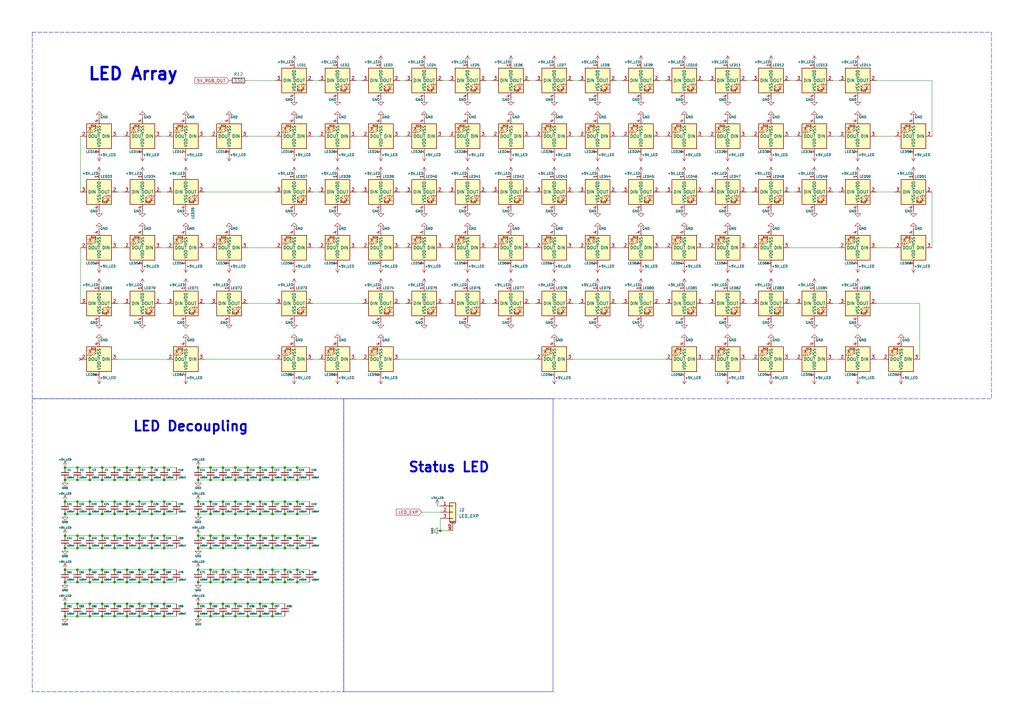
<source format=kicad_sch>
(kicad_sch (version 20250114) (generator "eeschema") (generator_version "9.0")
  (paper "A3")
  (title_block (title "MK98 Keyboard") (date "2026-01-03") (rev "0.1"))
  (rectangle (start 13.208 13.208) (end 406.654 163.576) (stroke (width 0) (type dash)))
  (rectangle (start 140.97 163.576) (end 226.822 283.718))
  (rectangle (start 13.208 163.576) (end 140.97 283.718) (stroke (width 0) (type dash)))
  (text "LED Decoupling" (at 78.232 175.006 0) (effects (font (size 4 4) (thickness 0.8) (bold yes))))
  (text "Status LED" (at 184.15 191.77 0) (effects (font (size 4 4) (thickness 0.8) (bold yes))))
  (text "LED Array" (at 54.61 30.48 0) (effects (font (size 5 5) (thickness 1) (bold yes))))
  (junction (at 41.91 238.76))
  (junction (at 91.44 196.85))
  (junction (at 86.36 191.77))
  (junction (at 31.75 238.76))
  (junction (at 52.07 191.77))
  (junction (at 91.44 219.71))
  (junction (at 81.28 196.85))
  (junction (at 62.23 191.77))
  (junction (at 36.83 247.65))
  (junction (at 62.23 233.68))
  (junction (at 62.23 224.79))
  (junction (at 62.23 247.65))
  (junction (at 81.28 233.68))
  (junction (at 31.75 191.77))
  (junction (at 41.91 224.79))
  (junction (at 86.36 252.73))
  (junction (at 57.15 219.71))
  (junction (at 121.92 205.74))
  (junction (at 36.83 205.74))
  (junction (at 41.91 233.68))
  (junction (at 111.76 224.79))
  (junction (at 26.67 247.65))
  (junction (at 101.6 247.65))
  (junction (at 121.92 238.76))
  (junction (at 52.07 224.79))
  (junction (at 26.67 224.79))
  (junction (at 46.99 191.77))
  (junction (at 81.28 247.65))
  (junction (at 111.76 233.68))
  (junction (at 86.36 210.82))
  (junction (at 67.31 210.82))
  (junction (at 57.15 224.79))
  (junction (at 62.23 219.71))
  (junction (at 91.44 247.65))
  (junction (at 31.75 233.68))
  (junction (at 91.44 205.74))
  (junction (at 46.99 247.65))
  (junction (at 67.31 191.77))
  (junction (at 106.68 210.82))
  (junction (at 101.6 252.73))
  (junction (at 41.91 252.73))
  (junction (at 46.99 233.68))
  (junction (at 26.67 205.74))
  (junction (at 106.68 238.76))
  (junction (at 106.68 224.79))
  (junction (at 41.91 191.77))
  (junction (at 96.52 219.71))
  (junction (at 96.52 196.85))
  (junction (at 31.75 247.65))
  (junction (at 36.83 224.79))
  (junction (at 116.84 233.68))
  (junction (at 96.52 233.68))
  (junction (at 46.99 252.73))
  (junction (at 111.76 219.71))
  (junction (at 52.07 247.65))
  (junction (at 111.76 238.76))
  (junction (at 106.68 196.85))
  (junction (at 36.83 219.71))
  (junction (at 81.28 205.74))
  (junction (at 96.52 210.82))
  (junction (at 81.28 224.79))
  (junction (at 116.84 224.79))
  (junction (at 121.92 219.71))
  (junction (at 86.36 224.79))
  (junction (at 180.594 217.678))
  (junction (at 106.68 205.74))
  (junction (at 91.44 233.68))
  (junction (at 67.31 196.85))
  (junction (at 116.84 210.82))
  (junction (at 81.28 219.71))
  (junction (at 31.75 219.71))
  (junction (at 36.83 252.73))
  (junction (at 101.6 219.71))
  (junction (at 62.23 196.85))
  (junction (at 86.36 205.74))
  (junction (at 46.99 219.71))
  (junction (at 86.36 247.65))
  (junction (at 116.84 205.74))
  (junction (at 96.52 224.79))
  (junction (at 91.44 191.77))
  (junction (at 57.15 233.68))
  (junction (at 62.23 210.82))
  (junction (at 52.07 233.68))
  (junction (at 81.28 238.76))
  (junction (at 101.6 205.74))
  (junction (at 67.31 224.79))
  (junction (at 41.91 205.74))
  (junction (at 106.68 247.65))
  (junction (at 52.07 252.73))
  (junction (at 96.52 191.77))
  (junction (at 101.6 238.76))
  (junction (at 121.92 224.79))
  (junction (at 116.84 219.71))
  (junction (at 111.76 205.74))
  (junction (at 67.31 238.76))
  (junction (at 67.31 247.65))
  (junction (at 116.84 191.77))
  (junction (at 106.68 233.68))
  (junction (at 121.92 233.68))
  (junction (at 36.83 238.76))
  (junction (at 46.99 210.82))
  (junction (at 96.52 252.73))
  (junction (at 86.36 238.76))
  (junction (at 41.91 210.82))
  (junction (at 106.68 219.71))
  (junction (at 46.99 238.76))
  (junction (at 57.15 252.73))
  (junction (at 67.31 252.73))
  (junction (at 86.36 219.71))
  (junction (at 26.67 219.71))
  (junction (at 46.99 196.85))
  (junction (at 57.15 196.85))
  (junction (at 41.91 247.65))
  (junction (at 36.83 191.77))
  (junction (at 67.31 205.74))
  (junction (at 57.15 205.74))
  (junction (at 101.6 196.85))
  (junction (at 57.15 210.82))
  (junction (at 111.76 247.65))
  (junction (at 106.68 191.77))
  (junction (at 57.15 238.76))
  (junction (at 57.15 247.65))
  (junction (at 31.75 210.82))
  (junction (at 62.23 252.73))
  (junction (at 91.44 224.79))
  (junction (at 81.28 191.77))
  (junction (at 101.6 210.82))
  (junction (at 121.92 210.82))
  (junction (at 86.36 233.68))
  (junction (at 36.83 233.68))
  (junction (at 111.76 252.73))
  (junction (at 62.23 238.76))
  (junction (at 31.75 224.79))
  (junction (at 81.28 210.82))
  (junction (at 52.07 196.85))
  (junction (at 91.44 252.73))
  (junction (at 46.99 224.79))
  (junction (at 116.84 238.76))
  (junction (at 91.44 238.76))
  (junction (at 36.83 196.85))
  (junction (at 106.68 252.73))
  (junction (at 91.44 210.82))
  (junction (at 86.36 196.85))
  (junction (at 111.76 196.85))
  (junction (at 41.91 219.71))
  (junction (at 31.75 196.85))
  (junction (at 96.52 205.74))
  (junction (at 101.6 191.77))
  (junction (at 111.76 191.77))
  (junction (at 96.52 238.76))
  (junction (at 46.99 205.74))
  (junction (at 67.31 219.71))
  (junction (at 36.83 210.82))
  (junction (at 26.67 233.68))
  (junction (at 26.67 196.85))
  (junction (at 26.67 191.77))
  (junction (at 81.28 252.73))
  (junction (at 121.92 196.85))
  (junction (at 52.07 219.71))
  (junction (at 121.92 191.77))
  (junction (at 26.67 252.73))
  (junction (at 31.75 205.74))
  (junction (at 31.75 252.73))
  (junction (at 52.07 238.76))
  (junction (at 96.52 247.65))
  (junction (at 52.07 205.74))
  (junction (at 62.23 205.74))
  (junction (at 116.84 196.85))
  (junction (at 41.91 196.85))
  (junction (at 101.6 233.68))
  (junction (at 57.15 191.77))
  (junction (at 26.67 210.82))
  (junction (at 52.07 210.82))
  (junction (at 67.31 233.68))
  (junction (at 26.67 238.76))
  (junction (at 111.76 210.82))
  (junction (at 101.6 224.79))
  (no_connect (at 33.02 147.32))
  (wire (pts (xy 323.85 101.6) (xy 344.17 101.6)))
  (wire (pts (xy 288.29 33.02) (xy 290.83 33.02)))
  (wire (pts (xy 121.92 219.71) (xy 127 219.71)))
  (wire (pts (xy 67.31 191.77) (xy 72.39 191.77)))
  (wire (pts (xy 81.28 205.74) (xy 86.36 205.74)))
  (wire (pts (xy 41.91 205.74) (xy 46.99 205.74)))
  (wire (pts (xy 199.39 124.46) (xy 201.93 124.46)))
  (wire (pts (xy 62.23 210.82) (xy 67.31 210.82)))
  (wire (pts (xy 252.73 55.88) (xy 255.27 55.88)))
  (wire (pts (xy 111.76 191.77) (xy 116.84 191.77)))
  (wire (pts (xy 101.6 233.68) (xy 106.68 233.68)))
  (wire (pts (xy 46.99 224.79) (xy 52.07 224.79)))
  (wire (pts (xy 306.07 33.02) (xy 308.61 33.02)))
  (wire (pts (xy 270.51 78.74) (xy 273.05 78.74)))
  (wire (pts (xy 116.84 191.77) (xy 121.92 191.77)))
  (wire (pts (xy 111.76 210.82) (xy 116.84 210.82)))
  (wire (pts (xy 91.44 205.74) (xy 96.52 205.74)))
  (wire (pts (xy 36.83 191.77) (xy 41.91 191.77)))
  (wire (pts (xy 81.28 238.76) (xy 86.36 238.76)))
  (wire (pts (xy 52.07 219.71) (xy 57.15 219.71)))
  (wire (pts (xy 86.36 196.85) (xy 91.44 196.85)))
  (wire (pts (xy 96.52 224.79) (xy 101.6 224.79)))
  (wire (pts (xy 106.68 196.85) (xy 111.76 196.85)))
  (wire (pts (xy 101.6 191.77) (xy 106.68 191.77)))
  (wire (pts (xy 106.68 210.82) (xy 111.76 210.82)))
  (wire (pts (xy 163.83 101.6) (xy 166.37 101.6)))
  (wire (pts (xy 341.63 147.32) (xy 344.17 147.32)))
  (wire (pts (xy 163.83 124.46) (xy 166.37 124.46)))
  (wire (pts (xy 31.75 196.85) (xy 36.83 196.85)))
  (wire (pts (xy 199.39 33.02) (xy 201.93 33.02)))
  (wire (pts (xy 33.02 55.88) (xy 33.02 78.74)))
  (wire (pts (xy 36.83 219.71) (xy 41.91 219.71)))
  (wire (pts (xy 46.99 233.68) (xy 52.07 233.68)))
  (wire (pts (xy 359.41 78.74) (xy 367.03 78.74)))
  (wire (pts (xy 26.67 224.79) (xy 31.75 224.79)))
  (wire (pts (xy 62.23 191.77) (xy 67.31 191.77)))
  (wire (pts (xy 359.41 55.88) (xy 367.03 55.88)))
  (wire (pts (xy 111.76 238.76) (xy 116.84 238.76)))
  (wire (pts (xy 128.27 78.74) (xy 130.81 78.74)))
  (wire (pts (xy 128.27 147.32) (xy 130.81 147.32)))
  (wire (pts (xy 52.07 233.68) (xy 57.15 233.68)))
  (wire (pts (xy 91.44 238.76) (xy 96.52 238.76)))
  (wire (pts (xy 121.92 224.79) (xy 127 224.79)))
  (wire (pts (xy 101.6 196.85) (xy 106.68 196.85)))
  (wire (pts (xy 41.91 252.73) (xy 46.99 252.73)))
  (wire (pts (xy 48.26 101.6) (xy 50.8 101.6)))
  (wire (pts (xy 67.31 205.74) (xy 72.39 205.74)))
  (wire (pts (xy 41.91 233.68) (xy 46.99 233.68)))
  (wire (pts (xy 48.26 55.88) (xy 50.8 55.88)))
  (wire (pts (xy 101.6 55.88) (xy 113.03 55.88)))
  (wire (pts (xy 121.92 205.74) (xy 127 205.74)))
  (wire (pts (xy 106.68 205.74) (xy 111.76 205.74)))
  (wire (pts (xy 31.75 238.76) (xy 36.83 238.76)))
  (wire (pts (xy 91.44 247.65) (xy 96.52 247.65)))
  (wire (pts (xy 41.91 247.65) (xy 46.99 247.65)))
  (wire (pts (xy 359.41 33.02) (xy 382.27 33.02)))
  (wire (pts (xy 91.44 196.85) (xy 96.52 196.85)))
  (wire (pts (xy 306.07 78.74) (xy 308.61 78.74)))
  (wire (pts (xy 111.76 205.74) (xy 116.84 205.74)))
  (wire (pts (xy 67.31 219.71) (xy 72.39 219.71)))
  (wire (pts (xy 121.92 233.68) (xy 127 233.68)))
  (wire (pts (xy 111.76 233.68) (xy 116.84 233.68)))
  (wire (pts (xy 111.76 196.85) (xy 116.84 196.85)))
  (wire (pts (xy 306.07 55.88) (xy 308.61 55.88)))
  (wire (pts (xy 86.36 233.68) (xy 91.44 233.68)))
  (wire (pts (xy 67.31 238.76) (xy 72.39 238.76)))
  (wire (pts (xy 48.26 147.32) (xy 68.58 147.32)))
  (wire (pts (xy 57.15 224.79) (xy 62.23 224.79)))
  (wire (pts (xy 57.15 233.68) (xy 62.23 233.68)))
  (wire (pts (xy 31.75 252.73) (xy 36.83 252.73)))
  (wire (pts (xy 52.07 196.85) (xy 57.15 196.85)))
  (wire (pts (xy 57.15 247.65) (xy 62.23 247.65)))
  (wire (pts (xy 252.73 101.6) (xy 255.27 101.6)))
  (wire (pts (xy 81.28 247.65) (xy 86.36 247.65)))
  (wire (pts (xy 57.15 252.73) (xy 62.23 252.73)))
  (wire (pts (xy 66.04 101.6) (xy 68.58 101.6)))
  (wire (pts (xy 163.83 147.32) (xy 219.71 147.32)))
  (wire (pts (xy 359.41 147.32) (xy 361.95 147.32)))
  (wire (pts (xy 31.75 210.82) (xy 36.83 210.82)))
  (wire (pts (xy 57.15 196.85) (xy 62.23 196.85)))
  (wire (pts (xy 116.84 210.82) (xy 121.92 210.82)))
  (wire (pts (xy 86.36 224.79) (xy 91.44 224.79)))
  (wire (pts (xy 57.15 210.82) (xy 62.23 210.82)))
  (wire (pts (xy 106.68 238.76) (xy 111.76 238.76)))
  (wire (pts (xy 106.68 219.71) (xy 111.76 219.71)))
  (wire (pts (xy 83.82 78.74) (xy 113.03 78.74)))
  (wire (pts (xy 46.99 191.77) (xy 52.07 191.77)))
  (wire (pts (xy 106.68 224.79) (xy 111.76 224.79)))
  (wire (pts (xy 179.324 207.518) (xy 180.594 207.518)))
  (wire (pts (xy 121.92 191.77) (xy 127 191.77)))
  (wire (pts (xy 146.05 55.88) (xy 148.59 55.88)))
  (wire (pts (xy 67.31 210.82) (xy 72.39 210.82)))
  (wire (pts (xy 48.26 78.74) (xy 50.8 78.74)))
  (wire (pts (xy 52.07 224.79) (xy 57.15 224.79)))
  (wire (pts (xy 116.84 238.76) (xy 121.92 238.76)))
  (wire (pts (xy 306.07 124.46) (xy 308.61 124.46)))
  (wire (pts (xy 96.52 252.73) (xy 101.6 252.73)))
  (wire (pts (xy 91.44 233.68) (xy 96.52 233.68)))
  (wire (pts (xy 31.75 205.74) (xy 36.83 205.74)))
  (wire (pts (xy 26.67 219.71) (xy 31.75 219.71)))
  (wire (pts (xy 323.85 124.46) (xy 326.39 124.46)))
  (wire (pts (xy 67.31 247.65) (xy 72.39 247.65)))
  (wire (pts (xy 46.99 205.74) (xy 52.07 205.74)))
  (wire (pts (xy 46.99 238.76) (xy 52.07 238.76)))
  (wire (pts (xy 36.83 205.74) (xy 41.91 205.74)))
  (wire (pts (xy 101.6 124.46) (xy 113.03 124.46)))
  (wire (pts (xy 31.75 233.68) (xy 36.83 233.68)))
  (wire (pts (xy 96.52 210.82) (xy 101.6 210.82)))
  (wire (pts (xy 341.63 33.02) (xy 344.17 33.02)))
  (wire (pts (xy 26.67 252.73) (xy 31.75 252.73)))
  (wire (pts (xy 111.76 247.65) (xy 116.84 247.65)))
  (wire (pts (xy 111.76 219.71) (xy 116.84 219.71)))
  (wire (pts (xy 41.91 191.77) (xy 46.99 191.77)))
  (wire (pts (xy 26.67 233.68) (xy 31.75 233.68)))
  (wire (pts (xy 359.41 124.46) (xy 377.19 124.46)))
  (wire (pts (xy 52.07 252.73) (xy 57.15 252.73)))
  (wire (pts (xy 26.67 247.65) (xy 31.75 247.65)))
  (wire (pts (xy 81.28 224.79) (xy 86.36 224.79)))
  (wire (pts (xy 62.23 219.71) (xy 67.31 219.71)))
  (wire (pts (xy 234.95 147.32) (xy 273.05 147.32)))
  (wire (pts (xy 270.51 124.46) (xy 273.05 124.46)))
  (wire (pts (xy 62.23 238.76) (xy 67.31 238.76)))
  (wire (pts (xy 217.17 124.46) (xy 219.71 124.46)))
  (wire (pts (xy 111.76 252.73) (xy 116.84 252.73)))
  (wire (pts (xy 96.52 233.68) (xy 101.6 233.68)))
  (wire (pts (xy 101.6 252.73) (xy 106.68 252.73)))
  (wire (pts (xy 252.73 33.02) (xy 255.27 33.02)))
  (wire (pts (xy 121.92 196.85) (xy 127 196.85)))
  (wire (pts (xy 101.6 238.76) (xy 106.68 238.76)))
  (wire (pts (xy 96.52 238.76) (xy 101.6 238.76)))
  (wire (pts (xy 62.23 205.74) (xy 67.31 205.74)))
  (wire (pts (xy 306.07 101.6) (xy 308.61 101.6)))
  (wire (pts (xy 146.05 78.74) (xy 148.59 78.74)))
  (wire (pts (xy 101.6 101.6) (xy 113.03 101.6)))
  (wire (pts (xy 67.31 252.73) (xy 72.39 252.73)))
  (wire (pts (xy 26.67 238.76) (xy 31.75 238.76)))
  (wire (pts (xy 234.95 33.02) (xy 237.49 33.02)))
  (wire (pts (xy 57.15 238.76) (xy 62.23 238.76)))
  (wire (pts (xy 62.23 224.79) (xy 67.31 224.79)))
  (wire (pts (xy 217.17 55.88) (xy 219.71 55.88)))
  (wire (pts (xy 46.99 247.65) (xy 52.07 247.65)))
  (wire (pts (xy 57.15 205.74) (xy 62.23 205.74)))
  (wire (pts (xy 26.67 210.82) (xy 31.75 210.82)))
  (wire (pts (xy 101.6 247.65) (xy 106.68 247.65)))
  (wire (pts (xy 52.07 247.65) (xy 57.15 247.65)))
  (wire (pts (xy 181.61 124.46) (xy 184.15 124.46)))
  (wire (pts (xy 181.61 55.88) (xy 184.15 55.88)))
  (wire (pts (xy 234.95 101.6) (xy 237.49 101.6)))
  (wire (pts (xy 46.99 252.73) (xy 52.07 252.73)))
  (wire (pts (xy 81.28 210.82) (xy 86.36 210.82)))
  (wire (pts (xy 288.29 78.74) (xy 290.83 78.74)))
  (wire (pts (xy 66.04 55.88) (xy 68.58 55.88)))
  (wire (pts (xy 382.27 78.74) (xy 382.27 101.6)))
  (wire (pts (xy 341.63 78.74) (xy 344.17 78.74)))
  (wire (pts (xy 62.23 233.68) (xy 67.31 233.68)))
  (wire (pts (xy 81.28 252.73) (xy 86.36 252.73)))
  (wire (pts (xy 86.36 205.74) (xy 91.44 205.74)))
  (wire (pts (xy 323.85 33.02) (xy 326.39 33.02)))
  (wire (pts (xy 96.52 219.71) (xy 101.6 219.71)))
  (wire (pts (xy 341.63 124.46) (xy 344.17 124.46)))
  (wire (pts (xy 121.92 210.82) (xy 127 210.82)))
  (wire (pts (xy 146.05 33.02) (xy 148.59 33.02)))
  (wire (pts (xy 306.07 147.32) (xy 308.61 147.32)))
  (wire (pts (xy 86.36 247.65) (xy 91.44 247.65)))
  (wire (pts (xy 41.91 210.82) (xy 46.99 210.82)))
  (wire (pts (xy 96.52 196.85) (xy 101.6 196.85)))
  (wire (pts (xy 26.67 191.77) (xy 31.75 191.77)))
  (wire (pts (xy 62.23 196.85) (xy 67.31 196.85)))
  (wire (pts (xy 199.39 55.88) (xy 201.93 55.88)))
  (wire (pts (xy 96.52 205.74) (xy 101.6 205.74)))
  (wire (pts (xy 217.17 78.74) (xy 219.71 78.74)))
  (wire (pts (xy 86.36 210.82) (xy 91.44 210.82)))
  (wire (pts (xy 52.07 191.77) (xy 57.15 191.77)))
  (wire (pts (xy 382.27 33.02) (xy 382.27 55.88)))
  (wire (pts (xy 217.17 33.02) (xy 219.71 33.02)))
  (wire (pts (xy 270.51 55.88) (xy 273.05 55.88)))
  (wire (pts (xy 36.83 210.82) (xy 41.91 210.82)))
  (wire (pts (xy 146.05 101.6) (xy 148.59 101.6)))
  (wire (pts (xy 36.83 233.68) (xy 41.91 233.68)))
  (wire (pts (xy 91.44 252.73) (xy 96.52 252.73)))
  (wire (pts (xy 83.82 124.46) (xy 86.36 124.46)))
  (wire (pts (xy 234.95 78.74) (xy 237.49 78.74)))
  (wire (pts (xy 36.83 238.76) (xy 41.91 238.76)))
  (wire (pts (xy 163.83 33.02) (xy 166.37 33.02)))
  (wire (pts (xy 101.6 33.02) (xy 113.03 33.02)))
  (wire (pts (xy 31.75 219.71) (xy 36.83 219.71)))
  (wire (pts (xy 36.83 224.79) (xy 41.91 224.79)))
  (wire (pts (xy 180.594 212.598) (xy 180.594 217.678)))
  (wire (pts (xy 181.61 101.6) (xy 184.15 101.6)))
  (wire (pts (xy 128.27 33.02) (xy 130.81 33.02)))
  (wire (pts (xy 359.41 101.6) (xy 367.03 101.6)))
  (wire (pts (xy 288.29 147.32) (xy 290.83 147.32)))
  (wire (pts (xy 46.99 219.71) (xy 52.07 219.71)))
  (wire (pts (xy 288.29 55.88) (xy 290.83 55.88)))
  (wire (pts (xy 96.52 191.77) (xy 101.6 191.77)))
  (wire (pts (xy 36.83 252.73) (xy 41.91 252.73)))
  (wire (pts (xy 26.67 196.85) (xy 31.75 196.85)))
  (wire (pts (xy 41.91 219.71) (xy 46.99 219.71)))
  (wire (pts (xy 128.27 124.46) (xy 148.59 124.46)))
  (wire (pts (xy 128.27 55.88) (xy 130.81 55.88)))
  (wire (pts (xy 172.974 210.058) (xy 180.594 210.058)))
  (wire (pts (xy 116.84 196.85) (xy 121.92 196.85)))
  (wire (pts (xy 217.17 101.6) (xy 219.71 101.6)))
  (wire (pts (xy 83.82 147.32) (xy 113.03 147.32)))
  (wire (pts (xy 252.73 124.46) (xy 255.27 124.46)))
  (wire (pts (xy 116.84 205.74) (xy 121.92 205.74)))
  (wire (pts (xy 46.99 210.82) (xy 52.07 210.82)))
  (wire (pts (xy 67.31 233.68) (xy 72.39 233.68)))
  (wire (pts (xy 62.23 252.73) (xy 67.31 252.73)))
  (wire (pts (xy 323.85 78.74) (xy 326.39 78.74)))
  (wire (pts (xy 163.83 78.74) (xy 166.37 78.74)))
  (wire (pts (xy 270.51 33.02) (xy 273.05 33.02)))
  (wire (pts (xy 81.28 191.77) (xy 86.36 191.77)))
  (wire (pts (xy 252.73 78.74) (xy 255.27 78.74)))
  (wire (pts (xy 57.15 191.77) (xy 62.23 191.77)))
  (wire (pts (xy 106.68 191.77) (xy 111.76 191.77)))
  (wire (pts (xy 199.39 101.6) (xy 201.93 101.6)))
  (wire (pts (xy 31.75 247.65) (xy 36.83 247.65)))
  (wire (pts (xy 67.31 196.85) (xy 72.39 196.85)))
  (wire (pts (xy 57.15 219.71) (xy 62.23 219.71)))
  (wire (pts (xy 36.83 196.85) (xy 41.91 196.85)))
  (wire (pts (xy 91.44 224.79) (xy 96.52 224.79)))
  (wire (pts (xy 377.19 124.46) (xy 377.19 147.32)))
  (wire (pts (xy 101.6 210.82) (xy 106.68 210.82)))
  (wire (pts (xy 146.05 147.32) (xy 148.59 147.32)))
  (wire (pts (xy 101.6 219.71) (xy 106.68 219.71)))
  (wire (pts (xy 86.36 238.76) (xy 91.44 238.76)))
  (wire (pts (xy 234.95 55.88) (xy 237.49 55.88)))
  (wire (pts (xy 33.02 101.6) (xy 33.02 124.46)))
  (wire (pts (xy 26.67 205.74) (xy 31.75 205.74)))
  (wire (pts (xy 121.92 238.76) (xy 127 238.76)))
  (wire (pts (xy 181.61 33.02) (xy 184.15 33.02)))
  (wire (pts (xy 83.82 101.6) (xy 86.36 101.6)))
  (wire (pts (xy 52.07 210.82) (xy 57.15 210.82)))
  (wire (pts (xy 41.91 238.76) (xy 46.99 238.76)))
  (wire (pts (xy 101.6 205.74) (xy 106.68 205.74)))
  (wire (pts (xy 116.84 219.71) (xy 121.92 219.71)))
  (wire (pts (xy 323.85 55.88) (xy 326.39 55.88)))
  (wire (pts (xy 96.52 247.65) (xy 101.6 247.65)))
  (wire (pts (xy 91.44 219.71) (xy 96.52 219.71)))
  (wire (pts (xy 106.68 233.68) (xy 111.76 233.68)))
  (wire (pts (xy 288.29 101.6) (xy 290.83 101.6)))
  (wire (pts (xy 270.51 101.6) (xy 273.05 101.6)))
  (wire (pts (xy 288.29 124.46) (xy 290.83 124.46)))
  (wire (pts (xy 36.83 247.65) (xy 41.91 247.65)))
  (wire (pts (xy 31.75 191.77) (xy 36.83 191.77)))
  (wire (pts (xy 52.07 205.74) (xy 57.15 205.74)))
  (wire (pts (xy 41.91 196.85) (xy 46.99 196.85)))
  (wire (pts (xy 111.76 224.79) (xy 116.84 224.79)))
  (wire (pts (xy 181.61 78.74) (xy 184.15 78.74)))
  (wire (pts (xy 52.07 238.76) (xy 57.15 238.76)))
  (wire (pts (xy 116.84 224.79) (xy 121.92 224.79)))
  (wire (pts (xy 106.68 247.65) (xy 111.76 247.65)))
  (wire (pts (xy 81.28 233.68) (xy 86.36 233.68)))
  (wire (pts (xy 41.91 224.79) (xy 46.99 224.79)))
  (wire (pts (xy 163.83 55.88) (xy 166.37 55.88)))
  (wire (pts (xy 48.26 124.46) (xy 50.8 124.46)))
  (wire (pts (xy 81.28 196.85) (xy 86.36 196.85)))
  (wire (pts (xy 116.84 233.68) (xy 121.92 233.68)))
  (wire (pts (xy 46.99 196.85) (xy 52.07 196.85)))
  (wire (pts (xy 341.63 55.88) (xy 344.17 55.88)))
  (wire (pts (xy 66.04 78.74) (xy 68.58 78.74)))
  (wire (pts (xy 83.82 55.88) (xy 86.36 55.88)))
  (wire (pts (xy 91.44 191.77) (xy 96.52 191.77)))
  (wire (pts (xy 234.95 124.46) (xy 237.49 124.46)))
  (wire (pts (xy 106.68 252.73) (xy 111.76 252.73)))
  (wire (pts (xy 180.594 217.678) (xy 185.674 217.678)))
  (wire (pts (xy 199.39 78.74) (xy 201.93 78.74)))
  (wire (pts (xy 31.75 224.79) (xy 36.83 224.79)))
  (wire (pts (xy 81.28 219.71) (xy 86.36 219.71)))
  (wire (pts (xy 91.44 210.82) (xy 96.52 210.82)))
  (wire (pts (xy 66.04 124.46) (xy 68.58 124.46)))
  (wire (pts (xy 86.36 252.73) (xy 91.44 252.73)))
  (wire (pts (xy 62.23 247.65) (xy 67.31 247.65)))
  (wire (pts (xy 101.6 224.79) (xy 106.68 224.79)))
  (wire (pts (xy 86.36 191.77) (xy 91.44 191.77)))
  (wire (pts (xy 67.31 224.79) (xy 72.39 224.79)))
  (wire (pts (xy 128.27 101.6) (xy 130.81 101.6)))
  (wire (pts (xy 323.85 147.32) (xy 326.39 147.32)))
  (wire (pts (xy 86.36 219.71) (xy 91.44 219.71)))
  (global_label "LED_EXP" (shape input) (at 172.974 210.058 180) (property "Intersheetrefs" "${INTERSHEET_REFS}" (effects (hide yes))))
  (global_label "5V_RGB_OUT" (shape input) (at 93.98 33.02 180) (property "Intersheetrefs" "${INTERSHEET_REFS}" (effects (hide yes))))
  (symbol (lib_id "power:+5V") (at 76.2 154.94 180) (unit 1)
    (property "Reference" "#PWR0212" (effects (hide yes)))
    (property "Value" "+5V_LED" (at 79.756 154.94 0) (effects (font (size 1 1))))
    (property "Description" "Power symbol creates a global label with name \"+5V\"" (effects (hide yes)))
  )
  (symbol (lib_id "PCM_marbastlib-various:SK6812MINI-E") (at 334.01 55.88 180) (unit 1)
    (property "Reference" "LED31" (at 330.962 62.23 0) (effects (font (size 1 1))))
    (property "Value" "SK6812" (effects (hide yes)))
    (property "Footprint" "PCM_marbastlib-mx:LED_MX_6028R" (effects (hide yes)))
    (property "Description" "Reverse mount adressable LED (WS2812 protocol)" (effects (hide yes)))
    (property "LCSC" "C5149201 " (effects (hide yes)))
  )
  (symbol (lib_id "PCM_marbastlib-various:SK6812MINI-E") (at 351.79 101.6 180) (unit 1)
    (property "Reference" "LED67" (at 348.742 107.95 0) (effects (font (size 1 1))))
    (property "Value" "SK6812" (effects (hide yes)))
    (property "Footprint" "PCM_marbastlib-mx:LED_MX_6028R" (effects (hide yes)))
    (property "Description" "Reverse mount adressable LED (WS2812 protocol)" (effects (hide yes)))
    (property "LCSC" "C5149201 " (effects (hide yes)))
  )
  (symbol (lib_id "Device:C_Small") (at 52.07 250.19 0) (unit 1)
    (property "Reference" "C86" (at 53.848 248.666 0) (effects (font (size 0.7 0.7))))
    (property "Value" "100nf" (at 54.356 251.714 0) (effects (font (size 0.7 0.7))))
    (property "Footprint" "Capacitor_SMD:C_0603_1608Metric" (effects (hide yes)))
    (property "Description" "Unpolarized capacitor, small symbol" (effects (hide yes)))
    (property "LCSC" "C14663" (effects (hide yes)))
  )
  (symbol (lib_id "power:+5V") (at 298.45 116.84 0) (unit 1)
    (property "Reference" "#PWR0178" (effects (hide yes)))
    (property "Value" "+5V_LED" (at 294.894 116.84 0) (effects (font (size 1 1))))
    (property "Description" "Power symbol creates a global label with name \"+5V\"" (effects (hide yes)))
  )
  (symbol (lib_id "PCM_marbastlib-various:SK6812MINI-E") (at 280.67 101.6 180) (unit 1)
    (property "Reference" "LED64" (at 277.622 107.95 0) (effects (font (size 1 1))))
    (property "Value" "SK6812" (effects (hide yes)))
    (property "Footprint" "PCM_marbastlib-mx:LED_MX_6028R" (effects (hide yes)))
    (property "Description" "Reverse mount adressable LED (WS2812 protocol)" (effects (hide yes)))
    (property "LCSC" "C5149201 " (effects (hide yes)))
  )
  (symbol (lib_id "Device:C_Small") (at 41.91 194.31 0) (unit 1)
    (property "Reference" "C4" (at 43.688 192.786 0) (effects (font (size 0.7 0.7))))
    (property "Value" "100nf" (at 44.196 195.834 0) (effects (font (size 0.7 0.7))))
    (property "Footprint" "Capacitor_SMD:C_0603_1608Metric" (effects (hide yes)))
    (property "Description" "Unpolarized capacitor, small symbol" (effects (hide yes)))
    (property "LCSC" "C14663" (effects (hide yes)))
  )
  (symbol (lib_id "power:+5V") (at 316.23 109.22 180) (unit 1)
    (property "Reference" "#PWR0163" (effects (hide yes)))
    (property "Value" "+5V_LED" (at 319.786 109.22 0) (effects (font (size 1 1))))
    (property "Description" "Power symbol creates a global label with name \"+5V\"" (effects (hide yes)))
  )
  (symbol (lib_id "PCM_marbastlib-various:SK6812MINI-E") (at 316.23 33.02 0) (unit 1)
    (property "Reference" "LED12" (at 319.278 26.67 0) (effects (font (size 1 1))))
    (property "Value" "SK6812" (effects (hide yes)))
    (property "Footprint" "PCM_marbastlib-mx:LED_MX_6028R-ROT" (effects (hide yes)))
    (property "Description" "Reverse mount adressable LED (WS2812 protocol)" (effects (hide yes)))
    (property "LCSC" "C5149201 " (effects (hide yes)))
  )
  (symbol (lib_id "Device:C_Small") (at 96.52 236.22 0) (unit 1)
    (property "Reference" "C74" (at 98.298 234.696 0) (effects (font (size 0.7 0.7))))
    (property "Value" "100nf" (at 98.806 237.744 0) (effects (font (size 0.7 0.7))))
    (property "Footprint" "Capacitor_SMD:C_0603_1608Metric" (effects (hide yes)))
    (property "Description" "Unpolarized capacitor, small symbol" (effects (hide yes)))
    (property "LCSC" "C14663" (effects (hide yes)))
  )
  (symbol (lib_id "power:GND") (at 351.79 139.7 180) (unit 1)
    (property "Reference" "#PWR0209" (effects (hide yes)))
    (property "Value" "GND" (at 353.822 139.446 0) (effects (font (size 1 1))))
    (property "Description" "Power symbol creates a global label with name \"GND\" , ground" (effects (hide yes)))
  )
  (symbol (lib_id "power:GND") (at 173.99 48.26 180) (unit 1)
    (property "Reference" "#PWR063" (effects (hide yes)))
    (property "Value" "GND" (at 176.022 48.006 0) (effects (font (size 1 1))))
    (property "Description" "Power symbol creates a global label with name \"GND\" , ground" (effects (hide yes)))
  )
  (symbol (lib_id "Device:C_Small") (at 46.99 208.28 0) (unit 1)
    (property "Reference" "C25" (at 48.768 206.756 0) (effects (font (size 0.7 0.7))))
    (property "Value" "100nf" (at 49.276 209.804 0) (effects (font (size 0.7 0.7))))
    (property "Footprint" "Capacitor_SMD:C_0603_1608Metric" (effects (hide yes)))
    (property "Description" "Unpolarized capacitor, small symbol" (effects (hide yes)))
    (property "LCSC" "C14663" (effects (hide yes)))
  )
  (symbol (lib_id "PCM_marbastlib-various:SK6812MINI-E") (at 156.21 55.88 180) (unit 1)
    (property "Reference" "LED21" (at 153.162 62.23 0) (effects (font (size 1 1))))
    (property "Value" "SK6812" (effects (hide yes)))
    (property "Footprint" "PCM_marbastlib-mx:LED_MX_6028R" (effects (hide yes)))
    (property "Description" "Reverse mount adressable LED (WS2812 protocol)" (effects (hide yes)))
    (property "LCSC" "C5149201 " (effects (hide yes)))
  )
  (symbol (lib_id "Device:C_Small") (at 96.52 194.31 0) (unit 1)
    (property "Reference" "C14" (at 98.298 192.786 0) (effects (font (size 0.7 0.7))))
    (property "Value" "100nf" (at 98.806 195.834 0) (effects (font (size 0.7 0.7))))
    (property "Footprint" "Capacitor_SMD:C_0603_1608Metric" (effects (hide yes)))
    (property "Description" "Unpolarized capacitor, small symbol" (effects (hide yes)))
    (property "LCSC" "C14663" (effects (hide yes)))
  )
  (symbol (lib_id "PCM_marbastlib-various:SK6812MINI-E") (at 351.79 33.02 0) (unit 1)
    (property "Reference" "LED14" (at 354.838 26.67 0) (effects (font (size 1 1))))
    (property "Value" "SK6812" (effects (hide yes)))
    (property "Footprint" "PCM_marbastlib-mx:LED_MX_6028R-ROT" (effects (hide yes)))
    (property "Description" "Reverse mount adressable LED (WS2812 protocol)" (effects (hide yes)))
    (property "LCSC" "C5149201 " (effects (hide yes)))
  )
  (symbol (lib_id "power:+5V") (at 58.42 63.5 180) (unit 1)
    (property "Reference" "#PWR076" (effects (hide yes)))
    (property "Value" "+5V_LED" (at 61.976 63.5 0) (effects (font (size 1 1))))
    (property "Description" "Power symbol creates a global label with name \"+5V\"" (effects (hide yes)))
  )
  (symbol (lib_id "Device:C_Small") (at 86.36 194.31 0) (unit 1)
    (property "Reference" "C12" (at 88.138 192.786 0) (effects (font (size 0.7 0.7))))
    (property "Value" "100nf" (at 88.646 195.834 0) (effects (font (size 0.7 0.7))))
    (property "Footprint" "Capacitor_SMD:C_0603_1608Metric" (effects (hide yes)))
    (property "Description" "Unpolarized capacitor, small symbol" (effects (hide yes)))
    (property "LCSC" "C14663" (effects (hide yes)))
  )
  (symbol (lib_id "power:+5V") (at 280.67 71.12 0) (unit 1)
    (property "Reference" "#PWR0106" (effects (hide yes)))
    (property "Value" "+5V_LED" (at 277.114 71.12 0) (effects (font (size 1 1))))
    (property "Description" "Power symbol creates a global label with name \"+5V\"" (effects (hide yes)))
  )
  (symbol (lib_id "PCM_marbastlib-various:SK6812MINI-E") (at 227.33 33.02 0) (unit 1)
    (property "Reference" "LED7" (at 230.378 26.67 0) (effects (font (size 1 1))))
    (property "Value" "SK6812" (effects (hide yes)))
    (property "Footprint" "PCM_marbastlib-mx:LED_MX_6028R-ROT" (effects (hide yes)))
    (property "Description" "Reverse mount adressable LED (WS2812 protocol)" (effects (hide yes)))
    (property "LCSC" "C5149201 " (effects (hide yes)))
  )
  (symbol (lib_id "power:GND") (at 209.55 86.36 0) (unit 1)
    (property "Reference" "#PWR0120" (effects (hide yes)))
    (property "Value" "GND" (at 207.518 86.614 0) (effects (font (size 1 1))))
    (property "Description" "Power symbol creates a global label with name \"GND\" , ground" (effects (hide yes)))
  )
  (symbol (lib_id "power:GND") (at 81.28 224.79 0) (unit 1)
    (property "Reference" "#PWR0490" (effects (hide yes)))
    (property "Value" "GND" (at 81.28 228.092 0) (effects (font (size 0.8 0.8))))
    (property "Description" "Power symbol creates a global label with name \"GND\" , ground" (effects (hide yes)))
  )
  (symbol (lib_id "power:GND") (at 40.64 132.08 0) (unit 1)
    (property "Reference" "#PWR0182" (effects (hide yes)))
    (property "Value" "GND" (at 38.608 132.334 0) (effects (font (size 1 1))))
    (property "Description" "Power symbol creates a global label with name \"GND\" , ground" (effects (hide yes)))
  )
  (symbol (lib_id "Device:C_Small") (at 62.23 208.28 0) (unit 1)
    (property "Reference" "C28" (at 64.008 206.756 0) (effects (font (size 0.7 0.7))))
    (property "Value" "100nf" (at 64.516 209.804 0) (effects (font (size 0.7 0.7))))
    (property "Footprint" "Capacitor_SMD:C_0603_1608Metric" (effects (hide yes)))
    (property "Description" "Unpolarized capacitor, small symbol" (effects (hide yes)))
    (property "LCSC" "C14663" (effects (hide yes)))
  )
  (symbol (lib_id "power:GND") (at 351.79 40.64 0) (unit 1)
    (property "Reference" "#PWR055" (effects (hide yes)))
    (property "Value" "GND" (at 349.758 40.894 0) (effects (font (size 1 1))))
    (property "Description" "Power symbol creates a global label with name \"GND\" , ground" (effects (hide yes)))
  )
  (symbol (lib_id "Device:C_Small") (at 36.83 236.22 0) (unit 1)
    (property "Reference" "C63" (at 38.608 234.696 0) (effects (font (size 0.7 0.7))))
    (property "Value" "100nf" (at 39.116 237.744 0) (effects (font (size 0.7 0.7))))
    (property "Footprint" "Capacitor_SMD:C_0603_1608Metric" (effects (hide yes)))
    (property "Description" "Unpolarized capacitor, small symbol" (effects (hide yes)))
    (property "LCSC" "C14663" (effects (hide yes)))
  )
  (symbol (lib_id "power:GND") (at 334.01 132.08 0) (unit 1)
    (property "Reference" "#PWR0196" (effects (hide yes)))
    (property "Value" "GND" (at 331.978 132.334 0) (effects (font (size 1 1))))
    (property "Description" "Power symbol creates a global label with name \"GND\" , ground" (effects (hide yes)))
  )
  (symbol (lib_id "PCM_marbastlib-various:SK6812MINI-E") (at 58.42 124.46 0) (unit 1)
    (property "Reference" "LED70" (at 61.468 118.11 0) (effects (font (size 1 1))))
    (property "Value" "SK6812" (effects (hide yes)))
    (property "Footprint" "PCM_marbastlib-mx:LED_MX_6028R-ROT" (effects (hide yes)))
    (property "Description" "Reverse mount adressable LED (WS2812 protocol)" (effects (hide yes)))
    (property "LCSC" "C5149201 " (effects (hide yes)))
  )
  (symbol (lib_id "PCM_marbastlib-various:SK6812MINI-E") (at 245.11 101.6 180) (unit 1)
    (property "Reference" "LED62" (at 242.062 107.95 0) (effects (font (size 1 1))))
    (property "Value" "SK6812" (effects (hide yes)))
    (property "Footprint" "PCM_marbastlib-mx:LED_MX_6028R" (effects (hide yes)))
    (property "Description" "Reverse mount adressable LED (WS2812 protocol)" (effects (hide yes)))
    (property "LCSC" "C5149201 " (effects (hide yes)))
  )
  (symbol (lib_id "power:GND") (at 351.79 86.36 0) (unit 1)
    (property "Reference" "#PWR0128" (effects (hide yes)))
    (property "Value" "GND" (at 349.758 86.614 0) (effects (font (size 1 1))))
    (property "Description" "Power symbol creates a global label with name \"GND\" , ground" (effects (hide yes)))
  )
  (symbol (lib_id "power:+5V") (at 334.01 154.94 180) (unit 1)
    (property "Reference" "#PWR0221" (effects (hide yes)))
    (property "Value" "+5V_LED" (at 337.566 154.94 0) (effects (font (size 1 1))))
    (property "Description" "Power symbol creates a global label with name \"+5V\"" (effects (hide yes)))
  )
  (symbol (lib_id "PCM_marbastlib-various:SK6812MINI-E") (at 209.55 78.74 0) (unit 1)
    (property "Reference" "LED42" (at 212.598 72.39 0) (effects (font (size 1 1))))
    (property "Value" "SK6812" (effects (hide yes)))
    (property "Footprint" "PCM_marbastlib-mx:LED_MX_6028R-ROT" (effects (hide yes)))
    (property "Description" "Reverse mount adressable LED (WS2812 protocol)" (effects (hide yes)))
    (property "LCSC" "C5149201 " (effects (hide yes)))
  )
  (symbol (lib_id "power:+5V") (at 26.67 233.68 0) (unit 1)
    (property "Reference" "#PWR0477" (effects (hide yes)))
    (property "Value" "+5V_LED" (at 26.67 230.378 0) (effects (font (size 0.8 0.8))))
    (property "Description" "Power symbol creates a global label with name \"+5V\"" (effects (hide yes)))
  )
  (symbol (lib_id "Device:C_Small") (at 91.44 194.31 0) (unit 1)
    (property "Reference" "C13" (at 93.218 192.786 0) (effects (font (size 0.7 0.7))))
    (property "Value" "100nf" (at 93.726 195.834 0) (effects (font (size 0.7 0.7))))
    (property "Footprint" "Capacitor_SMD:C_0603_1608Metric" (effects (hide yes)))
    (property "Description" "Unpolarized capacitor, small symbol" (effects (hide yes)))
    (property "LCSC" "C14663" (effects (hide yes)))
  )
  (symbol (lib_id "power:GND") (at 351.79 93.98 180) (unit 1)
    (property "Reference" "#PWR0146" (effects (hide yes)))
    (property "Value" "GND" (at 353.822 93.726 0) (effects (font (size 1 1))))
    (property "Description" "Power symbol creates a global label with name \"GND\" , ground" (effects (hide yes)))
  )
  (symbol (lib_id "Device:C_Small") (at 91.44 208.28 0) (unit 1)
    (property "Reference" "C33" (at 93.218 206.756 0) (effects (font (size 0.7 0.7))))
    (property "Value" "100nf" (at 93.726 209.804 0) (effects (font (size 0.7 0.7))))
    (property "Footprint" "Capacitor_SMD:C_0603_1608Metric" (effects (hide yes)))
    (property "Description" "Unpolarized capacitor, small symbol" (effects (hide yes)))
    (property "LCSC" "C14663" (effects (hide yes)))
  )
  (symbol (lib_id "Device:C_Small") (at 36.83 222.25 0) (unit 1)
    (property "Reference" "C43" (at 38.608 220.726 0) (effects (font (size 0.7 0.7))))
    (property "Value" "100nf" (at 39.116 223.774 0) (effects (font (size 0.7 0.7))))
    (property "Footprint" "Capacitor_SMD:C_0603_1608Metric" (effects (hide yes)))
    (property "Description" "Unpolarized capacitor, small symbol" (effects (hide yes)))
    (property "LCSC" "C14663" (effects (hide yes)))
  )
  (symbol (lib_id "power:+5V") (at 40.64 63.5 180) (unit 1)
    (property "Reference" "#PWR075" (effects (hide yes)))
    (property "Value" "+5V_LED" (at 44.196 63.5 0) (effects (font (size 1 1))))
    (property "Description" "Power symbol creates a global label with name \"+5V\"" (effects (hide yes)))
  )
  (symbol (lib_id "power:GND") (at 262.89 40.64 0) (unit 1)
    (property "Reference" "#PWR050" (effects (hide yes)))
    (property "Value" "GND" (at 260.858 40.894 0) (effects (font (size 1 1))))
    (property "Description" "Power symbol creates a global label with name \"GND\" , ground" (effects (hide yes)))
  )
  (symbol (lib_id "Device:C_Small") (at 86.36 250.19 0) (unit 1)
    (property "Reference" "C92" (at 88.138 248.666 0) (effects (font (size 0.7 0.7))))
    (property "Value" "100nf" (at 88.646 251.714 0) (effects (font (size 0.7 0.7))))
    (property "Footprint" "Capacitor_SMD:C_0603_1608Metric" (effects (hide yes)))
    (property "Description" "Unpolarized capacitor, small symbol" (effects (hide yes)))
    (property "LCSC" "C14663" (effects (hide yes)))
  )
  (symbol (lib_id "power:+5V") (at 76.2 63.5 180) (unit 1)
    (property "Reference" "#PWR077" (effects (hide yes)))
    (property "Value" "+5V_LED" (at 79.756 63.5 0) (effects (font (size 1 1))))
    (property "Description" "Power symbol creates a global label with name \"+5V\"" (effects (hide yes)))
  )
  (symbol (lib_id "power:GND") (at 334.01 40.64 0) (unit 1)
    (property "Reference" "#PWR054" (effects (hide yes)))
    (property "Value" "GND" (at 331.978 40.894 0) (effects (font (size 1 1))))
    (property "Description" "Power symbol creates a global label with name \"GND\" , ground" (effects (hide yes)))
  )
  (symbol (lib_id "PCM_marbastlib-various:SK6812MINI-E") (at 120.65 33.02 0) (unit 1)
    (property "Reference" "LED1" (at 123.698 26.67 0) (effects (font (size 1 1))))
    (property "Value" "SK6812" (effects (hide yes)))
    (property "Footprint" "PCM_marbastlib-mx:LED_MX_6028R-ROT" (effects (hide yes)))
    (property "Description" "Reverse mount adressable LED (WS2812 protocol)" (effects (hide yes)))
    (property "LCSC" "C5149201 " (effects (hide yes)))
  )
  (symbol (lib_id "PCM_marbastlib-various:SK6812MINI-E") (at 173.99 101.6 180) (unit 1)
    (property "Reference" "LED58" (at 170.942 107.95 0) (effects (font (size 1 1))))
    (property "Value" "SK6812" (effects (hide yes)))
    (property "Footprint" "PCM_marbastlib-mx:LED_MX_6028R" (effects (hide yes)))
    (property "Description" "Reverse mount adressable LED (WS2812 protocol)" (effects (hide yes)))
    (property "LCSC" "C5149201 " (effects (hide yes)))
  )
  (symbol (lib_id "Device:C_Small") (at 111.76 194.31 0) (unit 1)
    (property "Reference" "C17" (at 113.538 192.786 0) (effects (font (size 0.7 0.7))))
    (property "Value" "100nf" (at 114.046 195.834 0) (effects (font (size 0.7 0.7))))
    (property "Footprint" "Capacitor_SMD:C_0603_1608Metric" (effects (hide yes)))
    (property "Description" "Unpolarized capacitor, small symbol" (effects (hide yes)))
    (property "LCSC" "C14663" (effects (hide yes)))
  )
  (symbol (lib_id "power:+5V") (at 179.324 207.518 0) (unit 1)
    (property "Reference" "#PWR0246" (effects (hide yes)))
    (property "Value" "+5V_LED" (at 179.324 204.216 0) (effects (font (size 0.8 0.8))))
    (property "Description" "Power symbol creates a global label with name \"+5V\"" (effects (hide yes)))
  )
  (symbol (lib_id "PCM_marbastlib-various:SK6812MINI-E") (at 138.43 78.74 0) (unit 1)
    (property "Reference" "LED38" (at 141.478 72.39 0) (effects (font (size 1 1))))
    (property "Value" "SK6812" (effects (hide yes)))
    (property "Footprint" "PCM_marbastlib-mx:LED_MX_6028R-ROT" (effects (hide yes)))
    (property "Description" "Reverse mount adressable LED (WS2812 protocol)" (effects (hide yes)))
    (property "LCSC" "C5149201 " (effects (hide yes)))
  )
  (symbol (lib_id "power:+5V") (at 191.77 71.12 0) (unit 1)
    (property "Reference" "#PWR0101" (effects (hide yes)))
    (property "Value" "+5V_LED" (at 188.214 71.12 0) (effects (font (size 1 1))))
    (property "Description" "Power symbol creates a global label with name \"+5V\"" (effects (hide yes)))
  )
  (symbol (lib_id "power:GND") (at 120.65 132.08 0) (unit 1)
    (property "Reference" "#PWR0185" (effects (hide yes)))
    (property "Value" "GND" (at 118.618 132.334 0) (effects (font (size 1 1))))
    (property "Description" "Power symbol creates a global label with name \"GND\" , ground" (effects (hide yes)))
  )
  (symbol (lib_id "Device:C_Small") (at 72.39 250.19 0) (unit 1)
    (property "Reference" "C90" (at 74.168 248.666 0) (effects (font (size 0.7 0.7))))
    (property "Value" "100nf" (at 74.676 251.714 0) (effects (font (size 0.7 0.7))))
    (property "Footprint" "Capacitor_SMD:C_0603_1608Metric" (effects (hide yes)))
    (property "Description" "Unpolarized capacitor, small symbol" (effects (hide yes)))
    (property "LCSC" "C14663" (effects (hide yes)))
  )
  (symbol (lib_id "power:+5V") (at 156.21 109.22 180) (unit 1)
    (property "Reference" "#PWR0154" (effects (hide yes)))
    (property "Value" "+5V_LED" (at 159.766 109.22 0) (effects (font (size 1 1))))
    (property "Description" "Power symbol creates a global label with name \"+5V\"" (effects (hide yes)))
  )
  (symbol (lib_id "Connector_Generic_MountingPin:Conn_01x03_MountingPin") (at 185.674 210.058 0) (unit 1) (in_bom no)
    (property "Reference" "J2" (at 188.214 209.1435 0) (effects (justify left)))
    (property "Value" "LED_EXP" (at 188.214 211.6835 0) (effects (justify left)))
    (property "Footprint" "Connector_JST:JST_SH_BM03B-SRSS-TB_1x03-1MP_P1.00mm_Vertical" (effects (hide yes)))
    (property "Description" "Generic connectable mounting pin connector, single row, 01x03, script generated (kicad-library-utils/schlib/autogen/connector/)" (effects (hide yes)))
    (property "Specifications" "HEADER 1x3 MALE PINS 0.100” 180deg" (effects (hide yes)))
    (property "Manufacturer" "TAD" (effects (hide yes)))
    (property "Part Number" "1-0301FBV0T" (effects (hide yes)))
  )
  (symbol (lib_id "power:GND") (at 316.23 132.08 0) (unit 1)
    (property "Reference" "#PWR0195" (effects (hide yes)))
    (property "Value" "GND" (at 314.198 132.334 0) (effects (font (size 1 1))))
    (property "Description" "Power symbol creates a global label with name \"GND\" , ground" (effects (hide yes)))
  )
  (symbol (lib_id "PCM_marbastlib-various:SK6812MINI-E") (at 280.67 33.02 0) (unit 1)
    (property "Reference" "LED10" (at 283.718 26.67 0) (effects (font (size 1 1))))
    (property "Value" "SK6812" (effects (hide yes)))
    (property "Footprint" "PCM_marbastlib-mx:LED_MX_6028R-ROT" (effects (hide yes)))
    (property "Description" "Reverse mount adressable LED (WS2812 protocol)" (effects (hide yes)))
    (property "LCSC" "C5149201 " (effects (hide yes)))
  )
  (symbol (lib_id "power:+5V") (at 351.79 63.5 180) (unit 1)
    (property "Reference" "#PWR092" (effects (hide yes)))
    (property "Value" "+5V_LED" (at 355.346 63.5 0) (effects (font (size 1 1))))
    (property "Description" "Power symbol creates a global label with name \"+5V\"" (effects (hide yes)))
  )
  (symbol (lib_id "power:+5V") (at 227.33 71.12 0) (unit 1)
    (property "Reference" "#PWR0103" (effects (hide yes)))
    (property "Value" "+5V_LED" (at 223.774 71.12 0) (effects (font (size 1 1))))
    (property "Description" "Power symbol creates a global label with name \"+5V\"" (effects (hide yes)))
  )
  (symbol (lib_id "Device:C_Small") (at 127 194.31 0) (unit 1)
    (property "Reference" "C20" (at 128.778 192.786 0) (effects (font (size 0.7 0.7))))
    (property "Value" "100nf" (at 129.286 195.834 0) (effects (font (size 0.7 0.7))))
    (property "Footprint" "Capacitor_SMD:C_0603_1608Metric" (effects (hide yes)))
    (property "Description" "Unpolarized capacitor, small symbol" (effects (hide yes)))
    (property "LCSC" "C14663" (effects (hide yes)))
  )
  (symbol (lib_id "power:GND") (at 298.45 40.64 0) (unit 1)
    (property "Reference" "#PWR052" (effects (hide yes)))
    (property "Value" "GND" (at 296.418 40.894 0) (effects (font (size 1 1))))
    (property "Description" "Power symbol creates a global label with name \"GND\" , ground" (effects (hide yes)))
  )
  (symbol (lib_id "power:GND") (at 120.65 93.98 180) (unit 1)
    (property "Reference" "#PWR0134" (effects (hide yes)))
    (property "Value" "GND" (at 122.682 93.726 0) (effects (font (size 1 1))))
    (property "Description" "Power symbol creates a global label with name \"GND\" , ground" (effects (hide yes)))
  )
  (symbol (lib_id "power:+5V") (at 316.23 154.94 180) (unit 1)
    (property "Reference" "#PWR0220" (effects (hide yes)))
    (property "Value" "+5V_LED" (at 319.786 154.94 0) (effects (font (size 1 1))))
    (property "Description" "Power symbol creates a global label with name \"+5V\"" (effects (hide yes)))
  )
  (symbol (lib_id "power:+5V") (at 138.43 109.22 180) (unit 1)
    (property "Reference" "#PWR0153" (effects (hide yes)))
    (property "Value" "+5V_LED" (at 141.986 109.22 0) (effects (font (size 1 1))))
    (property "Description" "Power symbol creates a global label with name \"+5V\"" (effects (hide yes)))
  )
  (symbol (lib_id "power:+5V") (at 26.67 205.74 0) (unit 1)
    (property "Reference" "#PWR0474" (effects (hide yes)))
    (property "Value" "+5V_LED" (at 26.67 202.438 0) (effects (font (size 0.8 0.8))))
    (property "Description" "Power symbol creates a global label with name \"+5V\"" (effects (hide yes)))
  )
  (symbol (lib_id "PCM_marbastlib-various:SK6812MINI-E") (at 351.79 124.46 0) (unit 1)
    (property "Reference" "LED85" (at 354.838 118.11 0) (effects (font (size 1 1))))
    (property "Value" "SK6812" (effects (hide yes)))
    (property "Footprint" "PCM_marbastlib-mx:LED_MX_6028R-ROT" (effects (hide yes)))
    (property "Description" "Reverse mount adressable LED (WS2812 protocol)" (effects (hide yes)))
    (property "LCSC" "C5149201 " (effects (hide yes)))
  )
  (symbol (lib_id "power:GND") (at 280.67 48.26 180) (unit 1)
    (property "Reference" "#PWR069" (effects (hide yes)))
    (property "Value" "GND" (at 282.702 48.006 0) (effects (font (size 1 1))))
    (property "Description" "Power symbol creates a global label with name \"GND\" , ground" (effects (hide yes)))
  )
  (symbol (lib_id "PCM_marbastlib-various:SK6812MINI-E") (at 93.98 101.6 180) (unit 1)
    (property "Reference" "LED36" (at 90.932 107.95 0) (effects (font (size 1 1))))
    (property "Value" "SK6812" (effects (hide yes)))
    (property "Footprint" "PCM_marbastlib-mx:LED_MX_6028R" (effects (hide yes)))
    (property "Description" "Reverse mount adressable LED (WS2812 protocol)" (effects (hide yes)))
    (property "LCSC" "C5149201 " (effects (hide yes)))
  )
  (symbol (lib_id "power:GND") (at 26.67 252.73 0) (unit 1)
    (property "Reference" "#PWR0480" (effects (hide yes)))
    (property "Value" "GND" (at 26.67 256.032 0) (effects (font (size 0.8 0.8))))
    (property "Description" "Power symbol creates a global label with name \"GND\" , ground" (effects (hide yes)))
  )
  (symbol (lib_id "Device:C_Small") (at 52.07 208.28 0) (unit 1)
    (property "Reference" "C26" (at 53.848 206.756 0) (effects (font (size 0.7 0.7))))
    (property "Value" "100nf" (at 54.356 209.804 0) (effects (font (size 0.7 0.7))))
    (property "Footprint" "Capacitor_SMD:C_0603_1608Metric" (effects (hide yes)))
    (property "Description" "Unpolarized capacitor, small symbol" (effects (hide yes)))
    (property "LCSC" "C14663" (effects (hide yes)))
  )
  (symbol (lib_id "power:GND") (at 138.43 48.26 180) (unit 1)
    (property "Reference" "#PWR061" (effects (hide yes)))
    (property "Value" "GND" (at 140.462 48.006 0) (effects (font (size 1 1))))
    (property "Description" "Power symbol creates a global label with name \"GND\" , ground" (effects (hide yes)))
  )
  (symbol (lib_id "PCM_marbastlib-various:SK6812MINI-E") (at 156.21 101.6 180) (unit 1)
    (property "Reference" "LED57" (at 153.162 107.95 0) (effects (font (size 1 1))))
    (property "Value" "SK6812" (effects (hide yes)))
    (property "Footprint" "PCM_marbastlib-mx:LED_MX_6028R" (effects (hide yes)))
    (property "Description" "Reverse mount adressable LED (WS2812 protocol)" (effects (hide yes)))
    (property "LCSC" "C5149201 " (effects (hide yes)))
  )
  (symbol (lib_id "power:GND") (at 138.43 86.36 0) (unit 1)
    (property "Reference" "#PWR0116" (effects (hide yes)))
    (property "Value" "GND" (at 136.398 86.614 0) (effects (font (size 1 1))))
    (property "Description" "Power symbol creates a global label with name \"GND\" , ground" (effects (hide yes)))
  )
  (symbol (lib_id "PCM_marbastlib-various:SK6812MINI-E") (at 58.42 78.74 0) (unit 1)
    (property "Reference" "LED34" (at 61.468 72.39 0) (effects (font (size 1 1))))
    (property "Value" "SK6812" (effects (hide yes)))
    (property "Footprint" "PCM_marbastlib-mx:LED_MX_6028R-ROT" (effects (hide yes)))
    (property "Description" "Reverse mount adressable LED (WS2812 protocol)" (effects (hide yes)))
    (property "LCSC" "C5149201 " (effects (hide yes)))
  )
  (symbol (lib_id "power:+5V") (at 120.65 109.22 180) (unit 1)
    (property "Reference" "#PWR0152" (effects (hide yes)))
    (property "Value" "+5V_LED" (at 124.206 109.22 0) (effects (font (size 1 1))))
    (property "Description" "Power symbol creates a global label with name \"+5V\"" (effects (hide yes)))
  )
  (symbol (lib_id "power:GND") (at 262.89 93.98 180) (unit 1)
    (property "Reference" "#PWR0142" (effects (hide yes)))
    (property "Value" "GND" (at 264.922 93.726 0) (effects (font (size 1 1))))
    (property "Description" "Power symbol creates a global label with name \"GND\" , ground" (effects (hide yes)))
  )
  (symbol (lib_id "power:GND") (at 298.45 132.08 0) (unit 1)
    (property "Reference" "#PWR0194" (effects (hide yes)))
    (property "Value" "GND" (at 296.418 132.334 0) (effects (font (size 1 1))))
    (property "Description" "Power symbol creates a global label with name \"GND\" , ground" (effects (hide yes)))
  )
  (symbol (lib_id "Device:C_Small") (at 106.68 208.28 0) (unit 1)
    (property "Reference" "C36" (at 108.458 206.756 0) (effects (font (size 0.7 0.7))))
    (property "Value" "100nf" (at 108.966 209.804 0) (effects (font (size 0.7 0.7))))
    (property "Footprint" "Capacitor_SMD:C_0603_1608Metric" (effects (hide yes)))
    (property "Description" "Unpolarized capacitor, small symbol" (effects (hide yes)))
    (property "LCSC" "C14663" (effects (hide yes)))
  )
  (symbol (lib_id "Device:C_Small") (at 106.68 236.22 0) (unit 1)
    (property "Reference" "C76" (at 108.458 234.696 0) (effects (font (size 0.7 0.7))))
    (property "Value" "100nf" (at 108.966 237.744 0) (effects (font (size 0.7 0.7))))
    (property "Footprint" "Capacitor_SMD:C_0603_1608Metric" (effects (hide yes)))
    (property "Description" "Unpolarized capacitor, small symbol" (effects (hide yes)))
    (property "LCSC" "C14663" (effects (hide yes)))
  )
  (symbol (lib_id "power:GND") (at 280.67 132.08 0) (unit 1)
    (property "Reference" "#PWR0193" (effects (hide yes)))
    (property "Value" "GND" (at 278.638 132.334 0) (effects (font (size 1 1))))
    (property "Description" "Power symbol creates a global label with name \"GND\" , ground" (effects (hide yes)))
  )
  (symbol (lib_id "Device:C_Small") (at 31.75 236.22 0) (unit 1)
    (property "Reference" "C62" (at 33.528 234.696 0) (effects (font (size 0.7 0.7))))
    (property "Value" "100nf" (at 34.036 237.744 0) (effects (font (size 0.7 0.7))))
    (property "Footprint" "Capacitor_SMD:C_0603_1608Metric" (effects (hide yes)))
    (property "Description" "Unpolarized capacitor, small symbol" (effects (hide yes)))
    (property "LCSC" "C14663" (effects (hide yes)))
  )
  (symbol (lib_id "power:+5V") (at 81.28 191.77 0) (unit 1)
    (property "Reference" "#PWR0479" (effects (hide yes)))
    (property "Value" "+5V_LED" (at 81.28 188.468 0) (effects (font (size 0.8 0.8))))
    (property "Description" "Power symbol creates a global label with name \"+5V\"" (effects (hide yes)))
  )
  (symbol (lib_id "power:+5V") (at 191.77 25.4 0) (unit 1)
    (property "Reference" "#PWR032" (effects (hide yes)))
    (property "Value" "+5V_LED" (at 188.214 25.4 0) (effects (font (size 1 1))))
    (property "Description" "Power symbol creates a global label with name \"+5V\"" (effects (hide yes)))
  )
  (symbol (lib_id "Device:C_Small") (at 72.39 236.22 0) (unit 1)
    (property "Reference" "C70" (at 74.168 234.696 0) (effects (font (size 0.7 0.7))))
    (property "Value" "100nf" (at 74.676 237.744 0) (effects (font (size 0.7 0.7))))
    (property "Footprint" "Capacitor_SMD:C_0603_1608Metric" (effects (hide yes)))
    (property "Description" "Unpolarized capacitor, small symbol" (effects (hide yes)))
    (property "LCSC" "C14663" (effects (hide yes)))
  )
  (symbol (lib_id "Device:C_Small") (at 31.75 222.25 0) (unit 1)
    (property "Reference" "C42" (at 33.528 220.726 0) (effects (font (size 0.7 0.7))))
    (property "Value" "100nf" (at 34.036 223.774 0) (effects (font (size 0.7 0.7))))
    (property "Footprint" "Capacitor_SMD:C_0603_1608Metric" (effects (hide yes)))
    (property "Description" "Unpolarized capacitor, small symbol" (effects (hide yes)))
    (property "LCSC" "C14663" (effects (hide yes)))
  )
  (symbol (lib_id "power:GND") (at 120.65 48.26 180) (unit 1)
    (property "Reference" "#PWR060" (effects (hide yes)))
    (property "Value" "GND" (at 122.682 48.006 0) (effects (font (size 1 1))))
    (property "Description" "Power symbol creates a global label with name \"GND\" , ground" (effects (hide yes)))
  )
  (symbol (lib_id "power:+5V") (at 120.65 116.84 0) (unit 1)
    (property "Reference" "#PWR0169" (effects (hide yes)))
    (property "Value" "+5V_LED" (at 117.094 116.84 0) (effects (font (size 1 1))))
    (property "Description" "Power symbol creates a global label with name \"+5V\"" (effects (hide yes)))
  )
  (symbol (lib_id "PCM_marbastlib-various:SK6812MINI-E") (at 40.64 55.88 180) (unit 1)
    (property "Reference" "LED15" (at 37.592 62.23 0) (effects (font (size 1 1))))
    (property "Value" "SK6812" (effects (hide yes)))
    (property "Footprint" "PCM_marbastlib-mx:LED_MX_6028R" (effects (hide yes)))
    (property "Description" "Reverse mount adressable LED (WS2812 protocol)" (effects (hide yes)))
    (property "LCSC" "C5149201 " (effects (hide yes)))
  )
  (symbol (lib_id "power:GND") (at 40.64 93.98 180) (unit 1)
    (property "Reference" "#PWR0130" (effects (hide yes)))
    (property "Value" "GND" (at 42.672 93.726 0) (effects (font (size 1 1))))
    (property "Description" "Power symbol creates a global label with name \"GND\" , ground" (effects (hide yes)))
  )
  (symbol (lib_id "PCM_marbastlib-various:SK6812MINI-E") (at 334.01 124.46 0) (unit 1)
    (property "Reference" "LED84" (at 337.058 118.11 0) (effects (font (size 1 1))))
    (property "Value" "SK6812" (effects (hide yes)))
    (property "Footprint" "PCM_marbastlib-mx:LED_MX_6028R-ROT" (effects (hide yes)))
    (property "Description" "Reverse mount adressable LED (WS2812 protocol)" (effects (hide yes)))
    (property "LCSC" "C5149201 " (effects (hide yes)))
  )
  (symbol (lib_id "power:GND") (at 40.64 48.26 180) (unit 1)
    (property "Reference" "#PWR056" (effects (hide yes)))
    (property "Value" "GND" (at 42.672 48.006 0) (effects (font (size 1 1))))
    (property "Description" "Power symbol creates a global label with name \"GND\" , ground" (effects (hide yes)))
  )
  (symbol (lib_id "Device:C_Small") (at 81.28 236.22 0) (unit 1)
    (property "Reference" "C71" (at 83.058 234.696 0) (effects (font (size 0.7 0.7))))
    (property "Value" "100nf" (at 83.566 237.744 0) (effects (font (size 0.7 0.7))))
    (property "Footprint" "Capacitor_SMD:C_0603_1608Metric" (effects (hide yes)))
    (property "Description" "Unpolarized capacitor, small symbol" (effects (hide yes)))
    (property "LCSC" "C14663" (effects (hide yes)))
  )
  (symbol (lib_id "power:+5V") (at 40.64 154.94 180) (unit 1)
    (property "Reference" "#PWR0211" (effects (hide yes)))
    (property "Value" "+5V_LED" (at 44.196 154.94 0) (effects (font (size 1 1))))
    (property "Description" "Power symbol creates a global label with name \"+5V\"" (effects (hide yes)))
  )
  (symbol (lib_id "Device:C_Small") (at 57.15 208.28 0) (unit 1)
    (property "Reference" "C27" (at 58.928 206.756 0) (effects (font (size 0.7 0.7))))
    (property "Value" "100nf" (at 59.436 209.804 0) (effects (font (size 0.7 0.7))))
    (property "Footprint" "Capacitor_SMD:C_0603_1608Metric" (effects (hide yes)))
    (property "Description" "Unpolarized capacitor, small symbol" (effects (hide yes)))
    (property "LCSC" "C14663" (effects (hide yes)))
  )
  (symbol (lib_id "power:+5V") (at 138.43 154.94 180) (unit 1)
    (property "Reference" "#PWR0215" (effects (hide yes)))
    (property "Value" "+5V_LED" (at 141.986 154.94 0) (effects (font (size 1 1))))
    (property "Description" "Power symbol creates a global label with name \"+5V\"" (effects (hide yes)))
  )
  (symbol (lib_id "Device:C_Small") (at 57.15 194.31 0) (unit 1)
    (property "Reference" "C7" (at 58.928 192.786 0) (effects (font (size 0.7 0.7))))
    (property "Value" "100nf" (at 59.436 195.834 0) (effects (font (size 0.7 0.7))))
    (property "Footprint" "Capacitor_SMD:C_0603_1608Metric" (effects (hide yes)))
    (property "Description" "Unpolarized capacitor, small symbol" (effects (hide yes)))
    (property "LCSC" "C14663" (effects (hide yes)))
  )
  (symbol (lib_id "power:+5V") (at 245.11 71.12 0) (unit 1)
    (property "Reference" "#PWR0104" (effects (hide yes)))
    (property "Value" "+5V_LED" (at 241.554 71.12 0) (effects (font (size 1 1))))
    (property "Description" "Power symbol creates a global label with name \"+5V\"" (effects (hide yes)))
  )
  (symbol (lib_id "power:+5V") (at 227.33 154.94 180) (unit 1)
    (property "Reference" "#PWR0217" (effects (hide yes)))
    (property "Value" "+5V_LED" (at 230.886 154.94 0) (effects (font (size 1 1))))
    (property "Description" "Power symbol creates a global label with name \"+5V\"" (effects (hide yes)))
  )
  (symbol (lib_id "power:+5V") (at 316.23 71.12 0) (unit 1)
    (property "Reference" "#PWR0108" (effects (hide yes)))
    (property "Value" "+5V_LED" (at 312.674 71.12 0) (effects (font (size 1 1))))
    (property "Description" "Power symbol creates a global label with name \"+5V\"" (effects (hide yes)))
  )
  (symbol (lib_id "power:+5V") (at 351.79 25.4 0) (unit 1)
    (property "Reference" "#PWR041" (effects (hide yes)))
    (property "Value" "+5V_LED" (at 348.234 25.4 0) (effects (font (size 1 1))))
    (property "Description" "Power symbol creates a global label with name \"+5V\"" (effects (hide yes)))
  )
  (symbol (lib_id "PCM_marbastlib-various:SK6812MINI-E") (at 120.65 124.46 0) (unit 1)
    (property "Reference" "LED73" (at 123.698 118.11 0) (effects (font (size 1 1))))
    (property "Value" "SK6812" (effects (hide yes)))
    (property "Footprint" "PCM_marbastlib-mx:LED_MX_6028R-ROT" (effects (hide yes)))
    (property "Description" "Reverse mount adressable LED (WS2812 protocol)" (effects (hide yes)))
    (property "LCSC" "C5149201 " (effects (hide yes)))
  )
  (symbol (lib_id "PCM_marbastlib-various:SK6812MINI-E") (at 120.65 78.74 0) (unit 1)
    (property "Reference" "LED37" (at 123.698 72.39 0) (effects (font (size 1 1))))
    (property "Value" "SK6812" (effects (hide yes)))
    (property "Footprint" "PCM_marbastlib-mx:LED_MX_6028R-ROT" (effects (hide yes)))
    (property "Description" "Reverse mount adressable LED (WS2812 protocol)" (effects (hide yes)))
    (property "LCSC" "C5149201 " (effects (hide yes)))
  )
  (symbol (lib_id "PCM_marbastlib-various:SK6812MINI-E") (at 191.77 78.74 0) (unit 1)
    (property "Reference" "LED41" (at 194.818 72.39 0) (effects (font (size 1 1))))
    (property "Value" "SK6812" (effects (hide yes)))
    (property "Footprint" "PCM_marbastlib-mx:LED_MX_6028R-ROT" (effects (hide yes)))
    (property "Description" "Reverse mount adressable LED (WS2812 protocol)" (effects (hide yes)))
    (property "LCSC" "C5149201 " (effects (hide yes)))
  )
  (symbol (lib_id "power:GND") (at 280.67 139.7 180) (unit 1)
    (property "Reference" "#PWR0205" (effects (hide yes)))
    (property "Value" "GND" (at 282.702 139.446 0) (effects (font (size 1 1))))
    (property "Description" "Power symbol creates a global label with name \"GND\" , ground" (effects (hide yes)))
  )
  (symbol (lib_id "power:+5V") (at 173.99 116.84 0) (unit 1)
    (property "Reference" "#PWR0171" (effects (hide yes)))
    (property "Value" "+5V_LED" (at 170.434 116.84 0) (effects (font (size 1 1))))
    (property "Description" "Power symbol creates a global label with name \"+5V\"" (effects (hide yes)))
  )
  (symbol (lib_id "power:GND") (at 173.99 93.98 180) (unit 1)
    (property "Reference" "#PWR0137" (effects (hide yes)))
    (property "Value" "GND" (at 176.022 93.726 0) (effects (font (size 1 1))))
    (property "Description" "Power symbol creates a global label with name \"GND\" , ground" (effects (hide yes)))
  )
  (symbol (lib_id "power:+5V") (at 316.23 25.4 0) (unit 1)
    (property "Reference" "#PWR039" (effects (hide yes)))
    (property "Value" "+5V_LED" (at 312.674 25.4 0) (effects (font (size 1 1))))
    (property "Description" "Power symbol creates a global label with name \"+5V\"" (effects (hide yes)))
  )
  (symbol (lib_id "PCM_marbastlib-various:SK6812MINI-E") (at 120.65 101.6 180) (unit 1)
    (property "Reference" "LED55" (at 117.602 107.95 0) (effects (font (size 1 1))))
    (property "Value" "SK6812" (effects (hide yes)))
    (property "Footprint" "PCM_marbastlib-mx:LED_MX_6028R" (effects (hide yes)))
    (property "Description" "Reverse mount adressable LED (WS2812 protocol)" (effects (hide yes)))
    (property "LCSC" "C5149201 " (effects (hide yes)))
  )
  (symbol (lib_id "Device:C_Small") (at 111.76 236.22 0) (unit 1)
    (property "Reference" "C77" (at 113.538 234.696 0) (effects (font (size 0.7 0.7))))
    (property "Value" "100nf" (at 114.046 237.744 0) (effects (font (size 0.7 0.7))))
    (property "Footprint" "Capacitor_SMD:C_0603_1608Metric" (effects (hide yes)))
    (property "Description" "Unpolarized capacitor, small symbol" (effects (hide yes)))
    (property "LCSC" "C14663" (effects (hide yes)))
  )
  (symbol (lib_id "power:GND") (at 334.01 86.36 0) (unit 1)
    (property "Reference" "#PWR0127" (effects (hide yes)))
    (property "Value" "GND" (at 331.978 86.614 0) (effects (font (size 1 1))))
    (property "Description" "Power symbol creates a global label with name \"GND\" , ground" (effects (hide yes)))
  )
  (symbol (lib_id "power:+5V") (at 93.98 63.5 180) (unit 1)
    (property "Reference" "#PWR078" (effects (hide yes)))
    (property "Value" "+5V_LED" (at 97.536 63.5 0) (effects (font (size 1 1))))
    (property "Description" "Power symbol creates a global label with name \"+5V\"" (effects (hide yes)))
  )
  (symbol (lib_id "Device:C_Small") (at 26.67 250.19 0) (unit 1)
    (property "Reference" "C81" (at 28.448 248.666 0) (effects (font (size 0.7 0.7))))
    (property "Value" "100nf" (at 28.956 251.714 0) (effects (font (size 0.7 0.7))))
    (property "Footprint" "Capacitor_SMD:C_0603_1608Metric" (effects (hide yes)))
    (property "Description" "Unpolarized capacitor, small symbol" (effects (hide yes)))
    (property "LCSC" "C14663" (effects (hide yes)))
  )
  (symbol (lib_id "PCM_marbastlib-various:SK6812MINI-E") (at 245.11 124.46 0) (unit 1)
    (property "Reference" "LED79" (at 248.158 118.11 0) (effects (font (size 1 1))))
    (property "Value" "SK6812" (effects (hide yes)))
    (property "Footprint" "PCM_marbastlib-mx:LED_MX_6028R-ROT" (effects (hide yes)))
    (property "Description" "Reverse mount adressable LED (WS2812 protocol)" (effects (hide yes)))
    (property "LCSC" "C5149201 " (effects (hide yes)))
  )
  (symbol (lib_id "power:+5V") (at 138.43 63.5 180) (unit 1)
    (property "Reference" "#PWR080" (effects (hide yes)))
    (property "Value" "+5V_LED" (at 141.986 63.5 0) (effects (font (size 1 1))))
    (property "Description" "Power symbol creates a global label with name \"+5V\"" (effects (hide yes)))
  )
  (symbol (lib_id "PCM_marbastlib-various:SK6812MINI-E") (at 374.65 101.6 180) (unit 1)
    (property "Reference" "LED68" (at 371.602 107.95 0) (effects (font (size 1 1))))
    (property "Value" "SK6812" (effects (hide yes)))
    (property "Footprint" "PCM_marbastlib-mx:LED_MX_6028R" (effects (hide yes)))
    (property "Description" "Reverse mount adressable LED (WS2812 protocol)" (effects (hide yes)))
    (property "LCSC" "C5149201 " (effects (hide yes)))
  )
  (symbol (lib_id "Device:C_Small") (at 26.67 208.28 0) (unit 1)
    (property "Reference" "C21" (at 28.448 206.756 0) (effects (font (size 0.7 0.7))))
    (property "Value" "100nf" (at 28.956 209.804 0) (effects (font (size 0.7 0.7))))
    (property "Footprint" "Capacitor_SMD:C_0603_1608Metric" (effects (hide yes)))
    (property "Description" "Unpolarized capacitor, small symbol" (effects (hide yes)))
    (property "LCSC" "C14663" (effects (hide yes)))
  )
  (symbol (lib_id "power:+5V") (at 351.79 109.22 180) (unit 1)
    (property "Reference" "#PWR0164" (effects (hide yes)))
    (property "Value" "+5V_LED" (at 355.346 109.22 0) (effects (font (size 1 1))))
    (property "Description" "Power symbol creates a global label with name \"+5V\"" (effects (hide yes)))
  )
  (symbol (lib_id "power:GND") (at 156.21 93.98 180) (unit 1)
    (property "Reference" "#PWR0136" (effects (hide yes)))
    (property "Value" "GND" (at 158.242 93.726 0) (effects (font (size 1 1))))
    (property "Description" "Power symbol creates a global label with name \"GND\" , ground" (effects (hide yes)))
  )
  (symbol (lib_id "PCM_marbastlib-various:SK6812MINI-E") (at 316.23 78.74 0) (unit 1)
    (property "Reference" "LED48" (at 319.278 72.39 0) (effects (font (size 1 1))))
    (property "Value" "SK6812" (effects (hide yes)))
    (property "Footprint" "PCM_marbastlib-mx:LED_MX_6028R-ROT" (effects (hide yes)))
    (property "Description" "Reverse mount adressable LED (WS2812 protocol)" (effects (hide yes)))
    (property "LCSC" "C5149201 " (effects (hide yes)))
  )
  (symbol (lib_id "power:GND") (at 81.28 210.82 0) (unit 1)
    (property "Reference" "#PWR0485" (effects (hide yes)))
    (property "Value" "GND" (at 81.28 214.122 0) (effects (font (size 0.8 0.8))))
    (property "Description" "Power symbol creates a global label with name \"GND\" , ground" (effects (hide yes)))
  )
  (symbol (lib_id "PCM_marbastlib-various:SK6812MINI-E") (at 280.67 124.46 0) (unit 1)
    (property "Reference" "LED81" (at 283.718 118.11 0) (effects (font (size 1 1))))
    (property "Value" "SK6812" (effects (hide yes)))
    (property "Footprint" "PCM_marbastlib-mx:LED_MX_6028R-ROT" (effects (hide yes)))
    (property "Description" "Reverse mount adressable LED (WS2812 protocol)" (effects (hide yes)))
    (property "LCSC" "C5149201 " (effects (hide yes)))
  )
  (symbol (lib_id "power:GND") (at 227.33 132.08 0) (unit 1)
    (property "Reference" "#PWR0190" (effects (hide yes)))
    (property "Value" "GND" (at 225.298 132.334 0) (effects (font (size 1 1))))
    (property "Description" "Power symbol creates a global label with name \"GND\" , ground" (effects (hide yes)))
  )
  (symbol (lib_id "power:GND") (at 191.77 48.26 180) (unit 1)
    (property "Reference" "#PWR064" (effects (hide yes)))
    (property "Value" "GND" (at 193.802 48.006 0) (effects (font (size 1 1))))
    (property "Description" "Power symbol creates a global label with name \"GND\" , ground" (effects (hide yes)))
  )
  (symbol (lib_id "PCM_marbastlib-various:SK6812MINI-E") (at 374.65 55.88 180) (unit 1)
    (property "Reference" "LED98" (at 371.602 62.23 0) (effects (font (size 1 1))))
    (property "Value" "SK6812" (effects (hide yes)))
    (property "Footprint" "PCM_marbastlib-mx:LED_MX_6028R" (effects (hide yes)))
    (property "Description" "Reverse mount adressable LED (WS2812 protocol)" (effects (hide yes)))
    (property "LCSC" "C5149201 " (effects (hide yes)))
  )
  (symbol (lib_id "Device:C_Small") (at 41.91 208.28 0) (unit 1)
    (property "Reference" "C24" (at 43.688 206.756 0) (effects (font (size 0.7 0.7))))
    (property "Value" "100nf" (at 44.196 209.804 0) (effects (font (size 0.7 0.7))))
    (property "Footprint" "Capacitor_SMD:C_0603_1608Metric" (effects (hide yes)))
    (property "Description" "Unpolarized capacitor, small symbol" (effects (hide yes)))
    (property "LCSC" "C14663" (effects (hide yes)))
  )
  (symbol (lib_id "power:+5V") (at 81.28 219.71 0) (unit 1)
    (property "Reference" "#PWR0483" (effects (hide yes)))
    (property "Value" "+5V_LED" (at 81.28 216.408 0) (effects (font (size 0.8 0.8))))
    (property "Description" "Power symbol creates a global label with name \"+5V\"" (effects (hide yes)))
  )
  (symbol (lib_id "power:GND") (at 227.33 86.36 0) (unit 1)
    (property "Reference" "#PWR0121" (effects (hide yes)))
    (property "Value" "GND" (at 225.298 86.614 0) (effects (font (size 1 1))))
    (property "Description" "Power symbol creates a global label with name \"GND\" , ground" (effects (hide yes)))
  )
  (symbol (lib_id "power:GND") (at 156.21 48.26 180) (unit 1)
    (property "Reference" "#PWR062" (effects (hide yes)))
    (property "Value" "GND" (at 158.242 48.006 0) (effects (font (size 1 1))))
    (property "Description" "Power symbol creates a global label with name \"GND\" , ground" (effects (hide yes)))
  )
  (symbol (lib_id "Device:C_Small") (at 116.84 236.22 0) (unit 1)
    (property "Reference" "C78" (at 118.618 234.696 0) (effects (font (size 0.7 0.7))))
    (property "Value" "100nf" (at 119.126 237.744 0) (effects (font (size 0.7 0.7))))
    (property "Footprint" "Capacitor_SMD:C_0603_1608Metric" (effects (hide yes)))
    (property "Description" "Unpolarized capacitor, small symbol" (effects (hide yes)))
    (property "LCSC" "C14663" (effects (hide yes)))
  )
  (symbol (lib_id "power:GND") (at 280.67 40.64 0) (unit 1)
    (property "Reference" "#PWR051" (effects (hide yes)))
    (property "Value" "GND" (at 278.638 40.894 0) (effects (font (size 1 1))))
    (property "Description" "Power symbol creates a global label with name \"GND\" , ground" (effects (hide yes)))
  )
  (symbol (lib_id "Device:C_Small") (at 81.28 194.31 0) (unit 1)
    (property "Reference" "C11" (at 83.058 192.786 0) (effects (font (size 0.7 0.7))))
    (property "Value" "100nf" (at 83.566 195.834 0) (effects (font (size 0.7 0.7))))
    (property "Footprint" "Capacitor_SMD:C_0603_1608Metric" (effects (hide yes)))
    (property "Description" "Unpolarized capacitor, small symbol" (effects (hide yes)))
    (property "LCSC" "C14663" (effects (hide yes)))
  )
  (symbol (lib_id "PCM_marbastlib-various:SK6812MINI-E") (at 245.11 55.88 180) (unit 1)
    (property "Reference" "LED26" (at 242.062 62.23 0) (effects (font (size 1 1))))
    (property "Value" "SK6812" (effects (hide yes)))
    (property "Footprint" "PCM_marbastlib-mx:LED_MX_6028R" (effects (hide yes)))
    (property "Description" "Reverse mount adressable LED (WS2812 protocol)" (effects (hide yes)))
    (property "LCSC" "C5149201 " (effects (hide yes)))
  )
  (symbol (lib_id "PCM_marbastlib-various:SK6812MINI-E") (at 76.2 55.88 180) (unit 1)
    (property "Reference" "LED17" (at 73.152 62.23 0) (effects (font (size 1 1))))
    (property "Value" "SK6812" (effects (hide yes)))
    (property "Footprint" "PCM_marbastlib-mx:LED_MX_6028R" (effects (hide yes)))
    (property "Description" "Reverse mount adressable LED (WS2812 protocol)" (effects (hide yes)))
    (property "LCSC" "C5149201 " (effects (hide yes)))
  )
  (symbol (lib_id "power:GND") (at 245.11 86.36 0) (unit 1)
    (property "Reference" "#PWR0122" (effects (hide yes)))
    (property "Value" "GND" (at 243.078 86.614 0) (effects (font (size 1 1))))
    (property "Description" "Power symbol creates a global label with name \"GND\" , ground" (effects (hide yes)))
  )
  (symbol (lib_id "Device:C_Small") (at 91.44 222.25 0) (unit 1)
    (property "Reference" "C53" (at 93.218 220.726 0) (effects (font (size 0.7 0.7))))
    (property "Value" "100nf" (at 93.726 223.774 0) (effects (font (size 0.7 0.7))))
    (property "Footprint" "Capacitor_SMD:C_0603_1608Metric" (effects (hide yes)))
    (property "Description" "Unpolarized capacitor, small symbol" (effects (hide yes)))
    (property "LCSC" "C14663" (effects (hide yes)))
  )
  (symbol (lib_id "power:+5V") (at 81.28 205.74 0) (unit 1)
    (property "Reference" "#PWR0484" (effects (hide yes)))
    (property "Value" "+5V_LED" (at 81.28 202.438 0) (effects (font (size 0.8 0.8))))
    (property "Description" "Power symbol creates a global label with name \"+5V\"" (effects (hide yes)))
  )
  (symbol (lib_id "Device:C_Small") (at 62.23 236.22 0) (unit 1)
    (property "Reference" "C68" (at 64.008 234.696 0) (effects (font (size 0.7 0.7))))
    (property "Value" "100nf" (at 64.516 237.744 0) (effects (font (size 0.7 0.7))))
    (property "Footprint" "Capacitor_SMD:C_0603_1608Metric" (effects (hide yes)))
    (property "Description" "Unpolarized capacitor, small symbol" (effects (hide yes)))
    (property "LCSC" "C14663" (effects (hide yes)))
  )
  (symbol (lib_id "Device:C_Small") (at 67.31 194.31 0) (unit 1)
    (property "Reference" "C9" (at 69.088 192.786 0) (effects (font (size 0.7 0.7))))
    (property "Value" "100nf" (at 69.596 195.834 0) (effects (font (size 0.7 0.7))))
    (property "Footprint" "Capacitor_SMD:C_0603_1608Metric" (effects (hide yes)))
    (property "Description" "Unpolarized capacitor, small symbol" (effects (hide yes)))
    (property "LCSC" "C14663" (effects (hide yes)))
  )
  (symbol (lib_id "power:+5V") (at 173.99 71.12 0) (unit 1)
    (property "Reference" "#PWR0100" (effects (hide yes)))
    (property "Value" "+5V_LED" (at 170.434 71.12 0) (effects (font (size 1 1))))
    (property "Description" "Power symbol creates a global label with name \"+5V\"" (effects (hide yes)))
  )
  (symbol (lib_id "Device:C_Small") (at 116.84 250.19 0) (unit 1)
    (property "Reference" "C98" (at 118.618 248.666 0) (effects (font (size 0.7 0.7))))
    (property "Value" "100nf" (effects (hide yes)))
    (property "Footprint" "Capacitor_SMD:C_0603_1608Metric" (effects (hide yes)))
    (property "Description" "Unpolarized capacitor, small symbol" (effects (hide yes)))
    (property "LCSC" "C14663" (effects (hide yes)))
  )
  (symbol (lib_id "Device:C_Small") (at 72.39 208.28 0) (unit 1)
    (property "Reference" "C30" (at 74.168 206.756 0) (effects (font (size 0.7 0.7))))
    (property "Value" "100nf" (at 74.676 209.804 0) (effects (font (size 0.7 0.7))))
    (property "Footprint" "Capacitor_SMD:C_0603_1608Metric" (effects (hide yes)))
    (property "Description" "Unpolarized capacitor, small symbol" (effects (hide yes)))
    (property "LCSC" "C14663" (effects (hide yes)))
  )
  (symbol (lib_id "PCM_marbastlib-various:SK6812MINI-E") (at 262.89 101.6 180) (unit 1)
    (property "Reference" "LED63" (at 259.842 107.95 0) (effects (font (size 1 1))))
    (property "Value" "SK6812" (effects (hide yes)))
    (property "Footprint" "PCM_marbastlib-mx:LED_MX_6028R" (effects (hide yes)))
    (property "Description" "Reverse mount adressable LED (WS2812 protocol)" (effects (hide yes)))
    (property "LCSC" "C5149201 " (effects (hide yes)))
  )
  (symbol (lib_id "power:+5V") (at 26.67 247.65 0) (unit 1)
    (property "Reference" "#PWR0475" (effects (hide yes)))
    (property "Value" "+5V_LED" (at 26.67 244.348 0) (effects (font (size 0.8 0.8))))
    (property "Description" "Power symbol creates a global label with name \"+5V\"" (effects (hide yes)))
  )
  (symbol (lib_id "power:+5V") (at 81.28 247.65 0) (unit 1)
    (property "Reference" "#PWR0487" (effects (hide yes)))
    (property "Value" "+5V_LED" (at 81.28 244.348 0) (effects (font (size 0.8 0.8))))
    (property "Description" "Power symbol creates a global label with name \"+5V\"" (effects (hide yes)))
  )
  (symbol (lib_id "power:+5V") (at 40.64 116.84 0) (unit 1)
    (property "Reference" "#PWR0166" (effects (hide yes)))
    (property "Value" "+5V_LED" (at 37.084 116.84 0) (effects (font (size 1 1))))
    (property "Description" "Power symbol creates a global label with name \"+5V\"" (effects (hide yes)))
  )
  (symbol (lib_id "Device:C_Small") (at 121.92 222.25 0) (unit 1)
    (property "Reference" "C59" (at 123.698 220.726 0) (effects (font (size 0.7 0.7))))
    (property "Value" "100nf" (at 124.206 223.774 0) (effects (font (size 0.7 0.7))))
    (property "Footprint" "Capacitor_SMD:C_0603_1608Metric" (effects (hide yes)))
    (property "Description" "Unpolarized capacitor, small symbol" (effects (hide yes)))
    (property "LCSC" "C14663" (effects (hide yes)))
  )
  (symbol (lib_id "power:GND") (at 245.11 93.98 180) (unit 1)
    (property "Reference" "#PWR0141" (effects (hide yes)))
    (property "Value" "GND" (at 247.142 93.726 0) (effects (font (size 1 1))))
    (property "Description" "Power symbol creates a global label with name \"GND\" , ground" (effects (hide yes)))
  )
  (symbol (lib_id "power:GND") (at 227.33 139.7 180) (unit 1)
    (property "Reference" "#PWR0204" (effects (hide yes)))
    (property "Value" "GND" (at 229.362 139.446 0) (effects (font (size 1 1))))
    (property "Description" "Power symbol creates a global label with name \"GND\" , ground" (effects (hide yes)))
  )
  (symbol (lib_id "Device:C_Small") (at 91.44 250.19 0) (unit 1)
    (property "Reference" "C93" (at 93.218 248.666 0) (effects (font (size 0.7 0.7))))
    (property "Value" "100nf" (at 93.726 251.714 0) (effects (font (size 0.7 0.7))))
    (property "Footprint" "Capacitor_SMD:C_0603_1608Metric" (effects (hide yes)))
    (property "Description" "Unpolarized capacitor, small symbol" (effects (hide yes)))
    (property "LCSC" "C14663" (effects (hide yes)))
  )
  (symbol (lib_id "PCM_marbastlib-various:SK6812MINI-E") (at 334.01 78.74 0) (unit 1)
    (property "Reference" "LED49" (at 337.058 72.39 0) (effects (font (size 1 1))))
    (property "Value" "SK6812" (effects (hide yes)))
    (property "Footprint" "PCM_marbastlib-mx:LED_MX_6028R-ROT" (effects (hide yes)))
    (property "Description" "Reverse mount adressable LED (WS2812 protocol)" (effects (hide yes)))
    (property "LCSC" "C5149201 " (effects (hide yes)))
  )
  (symbol (lib_id "power:+5V") (at 58.42 71.12 0) (unit 1)
    (property "Reference" "#PWR095" (effects (hide yes)))
    (property "Value" "+5V_LED" (at 54.864 71.12 0) (effects (font (size 1 1))))
    (property "Description" "Power symbol creates a global label with name \"+5V\"" (effects (hide yes)))
  )
  (symbol (lib_id "power:GND") (at 245.11 48.26 180) (unit 1)
    (property "Reference" "#PWR067" (effects (hide yes)))
    (property "Value" "GND" (at 247.142 48.006 0) (effects (font (size 1 1))))
    (property "Description" "Power symbol creates a global label with name \"GND\" , ground" (effects (hide yes)))
  )
  (symbol (lib_id "Device:C_Small") (at 67.31 250.19 0) (unit 1)
    (property "Reference" "C89" (at 69.088 248.666 0) (effects (font (size 0.7 0.7))))
    (property "Value" "100nf" (at 69.596 251.714 0) (effects (font (size 0.7 0.7))))
    (property "Footprint" "Capacitor_SMD:C_0603_1608Metric" (effects (hide yes)))
    (property "Description" "Unpolarized capacitor, small symbol" (effects (hide yes)))
    (property "LCSC" "C14663" (effects (hide yes)))
  )
  (symbol (lib_id "power:+5V") (at 227.33 63.5 180) (unit 1)
    (property "Reference" "#PWR085" (effects (hide yes)))
    (property "Value" "+5V_LED" (at 230.886 63.5 0) (effects (font (size 1 1))))
    (property "Description" "Power symbol creates a global label with name \"+5V\"" (effects (hide yes)))
  )
  (symbol (lib_id "power:+5V") (at 173.99 109.22 180) (unit 1)
    (property "Reference" "#PWR0155" (effects (hide yes)))
    (property "Value" "+5V_LED" (at 177.546 109.22 0) (effects (font (size 1 1))))
    (property "Description" "Power symbol creates a global label with name \"+5V\"" (effects (hide yes)))
  )
  (symbol (lib_id "Device:C_Small") (at 106.68 250.19 0) (unit 1)
    (property "Reference" "C96" (at 108.458 248.666 0) (effects (font (size 0.7 0.7))))
    (property "Value" "100nf" (at 108.966 251.714 0) (effects (font (size 0.7 0.7))))
    (property "Footprint" "Capacitor_SMD:C_0603_1608Metric" (effects (hide yes)))
    (property "Description" "Unpolarized capacitor, small symbol" (effects (hide yes)))
    (property "LCSC" "C14663" (effects (hide yes)))
  )
  (symbol (lib_id "PCM_marbastlib-various:SK6812MINI-E") (at 93.98 124.46 0) (unit 1)
    (property "Reference" "LED72" (at 97.028 118.11 0) (effects (font (size 1 1))))
    (property "Value" "SK6812" (effects (hide yes)))
    (property "Footprint" "PCM_marbastlib-mx:LED_MX_6028R-ROT" (effects (hide yes)))
    (property "Description" "Reverse mount adressable LED (WS2812 protocol)" (effects (hide yes)))
    (property "LCSC" "C5149201 " (effects (hide yes)))
  )
  (symbol (lib_id "power:+5V") (at 227.33 109.22 180) (unit 1)
    (property "Reference" "#PWR0158" (effects (hide yes)))
    (property "Value" "+5V_LED" (at 230.886 109.22 0) (effects (font (size 1 1))))
    (property "Description" "Power symbol creates a global label with name \"+5V\"" (effects (hide yes)))
  )
  (symbol (lib_id "power:GND") (at 138.43 139.7 180) (unit 1)
    (property "Reference" "#PWR0202" (effects (hide yes)))
    (property "Value" "GND" (at 140.462 139.446 0) (effects (font (size 1 1))))
    (property "Description" "Power symbol creates a global label with name \"GND\" , ground" (effects (hide yes)))
  )
  (symbol (lib_id "power:GND") (at 280.67 93.98 180) (unit 1)
    (property "Reference" "#PWR0143" (effects (hide yes)))
    (property "Value" "GND" (at 282.702 93.726 0) (effects (font (size 1 1))))
    (property "Description" "Power symbol creates a global label with name \"GND\" , ground" (effects (hide yes)))
  )
  (symbol (lib_id "power:GND") (at 245.11 132.08 0) (unit 1)
    (property "Reference" "#PWR0191" (effects (hide yes)))
    (property "Value" "GND" (at 243.078 132.334 0) (effects (font (size 1 1))))
    (property "Description" "Power symbol creates a global label with name \"GND\" , ground" (effects (hide yes)))
  )
  (symbol (lib_id "Device:C_Small") (at 46.99 222.25 0) (unit 1)
    (property "Reference" "C45" (at 48.768 220.726 0) (effects (font (size 0.7 0.7))))
    (property "Value" "100nf" (at 49.276 223.774 0) (effects (font (size 0.7 0.7))))
    (property "Footprint" "Capacitor_SMD:C_0603_1608Metric" (effects (hide yes)))
    (property "Description" "Unpolarized capacitor, small symbol" (effects (hide yes)))
    (property "LCSC" "C14663" (effects (hide yes)))
  )
  (symbol (lib_id "Device:C_Small") (at 106.68 222.25 0) (unit 1)
    (property "Reference" "C56" (at 108.458 220.726 0) (effects (font (size 0.7 0.7))))
    (property "Value" "100nf" (at 108.966 223.774 0) (effects (font (size 0.7 0.7))))
    (property "Footprint" "Capacitor_SMD:C_0603_1608Metric" (effects (hide yes)))
    (property "Description" "Unpolarized capacitor, small symbol" (effects (hide yes)))
    (property "LCSC" "C14663" (effects (hide yes)))
  )
  (symbol (lib_id "PCM_marbastlib-various:SK6812MINI-E") (at 76.2 124.46 0) (unit 1)
    (property "Reference" "LED71" (at 79.248 118.11 0) (effects (font (size 1 1))))
    (property "Value" "SK6812" (effects (hide yes)))
    (property "Footprint" "PCM_marbastlib-mx:LED_MX_6028R-ROT" (effects (hide yes)))
    (property "Description" "Reverse mount adressable LED (WS2812 protocol)" (effects (hide yes)))
    (property "LCSC" "C5149201 " (effects (hide yes)))
  )
  (symbol (lib_id "power:GND") (at 76.2 132.08 0) (unit 1)
    (property "Reference" "#PWR0184" (effects (hide yes)))
    (property "Value" "GND" (at 74.168 132.334 0) (effects (font (size 1 1))))
    (property "Description" "Power symbol creates a global label with name \"GND\" , ground" (effects (hide yes)))
  )
  (symbol (lib_id "PCM_marbastlib-various:SK6812MINI-E") (at 209.55 101.6 180) (unit 1)
    (property "Reference" "LED60" (at 206.502 107.95 0) (effects (font (size 1 1))))
    (property "Value" "SK6812" (effects (hide yes)))
    (property "Footprint" "PCM_marbastlib-mx:LED_MX_6028R" (effects (hide yes)))
    (property "Description" "Reverse mount adressable LED (WS2812 protocol)" (effects (hide yes)))
    (property "LCSC" "C5149201 " (effects (hide yes)))
  )
  (symbol (lib_id "PCM_marbastlib-various:SK6812MINI-E") (at 191.77 101.6 180) (unit 1)
    (property "Reference" "LED59" (at 188.722 107.95 0) (effects (font (size 1 1))))
    (property "Value" "SK6812" (effects (hide yes)))
    (property "Footprint" "PCM_marbastlib-mx:LED_MX_6028R" (effects (hide yes)))
    (property "Description" "Reverse mount adressable LED (WS2812 protocol)" (effects (hide yes)))
    (property "LCSC" "C5149201 " (effects (hide yes)))
  )
  (symbol (lib_id "power:+5V") (at 351.79 116.84 0) (unit 1)
    (property "Reference" "#PWR0181" (effects (hide yes)))
    (property "Value" "+5V_LED" (at 348.234 116.84 0) (effects (font (size 1 1))))
    (property "Description" "Power symbol creates a global label with name \"+5V\"" (effects (hide yes)))
  )
  (symbol (lib_id "Device:C_Small") (at 91.44 236.22 0) (unit 1)
    (property "Reference" "C73" (at 93.218 234.696 0) (effects (font (size 0.7 0.7))))
    (property "Value" "100nf" (at 93.726 237.744 0) (effects (font (size 0.7 0.7))))
    (property "Footprint" "Capacitor_SMD:C_0603_1608Metric" (effects (hide yes)))
    (property "Description" "Unpolarized capacitor, small symbol" (effects (hide yes)))
    (property "LCSC" "C14663" (effects (hide yes)))
  )
  (symbol (lib_id "power:+5V") (at 76.2 116.84 0) (unit 1)
    (property "Reference" "#PWR0168" (effects (hide yes)))
    (property "Value" "+5V_LED" (at 72.644 116.84 0) (effects (font (size 1 1))))
    (property "Description" "Power symbol creates a global label with name \"+5V\"" (effects (hide yes)))
  )
  (symbol (lib_id "power:+5V") (at 298.45 25.4 0) (unit 1)
    (property "Reference" "#PWR038" (effects (hide yes)))
    (property "Value" "+5V_LED" (at 294.894 25.4 0) (effects (font (size 1 1))))
    (property "Description" "Power symbol creates a global label with name \"+5V\"" (effects (hide yes)))
  )
  (symbol (lib_id "PCM_marbastlib-various:SK6812MINI-E") (at 245.11 33.02 0) (unit 1)
    (property "Reference" "LED8" (at 248.158 26.67 0) (effects (font (size 1 1))))
    (property "Value" "SK6812" (effects (hide yes)))
    (property "Footprint" "PCM_marbastlib-mx:LED_MX_6028R-ROT" (effects (hide yes)))
    (property "Description" "Reverse mount adressable LED (WS2812 protocol)" (effects (hide yes)))
    (property "LCSC" "C5149201 " (effects (hide yes)))
  )
  (symbol (lib_id "power:+5V") (at 334.01 116.84 0) (unit 1)
    (property "Reference" "#PWR0180" (effects (hide yes)))
    (property "Value" "+5V_LED" (at 330.454 116.84 0) (effects (font (size 1 1))))
    (property "Description" "Power symbol creates a global label with name \"+5V\"" (effects (hide yes)))
  )
  (symbol (lib_id "Device:C_Small") (at 121.92 194.31 0) (unit 1)
    (property "Reference" "C19" (at 123.698 192.786 0) (effects (font (size 0.7 0.7))))
    (property "Value" "100nf" (at 124.206 195.834 0) (effects (font (size 0.7 0.7))))
    (property "Footprint" "Capacitor_SMD:C_0603_1608Metric" (effects (hide yes)))
    (property "Description" "Unpolarized capacitor, small symbol" (effects (hide yes)))
    (property "LCSC" "C14663" (effects (hide yes)))
  )
  (symbol (lib_id "power:GND") (at 93.98 48.26 180) (unit 1)
    (property "Reference" "#PWR059" (effects (hide yes)))
    (property "Value" "GND" (at 96.012 48.006 0) (effects (font (size 1 1))))
    (property "Description" "Power symbol creates a global label with name \"GND\" , ground" (effects (hide yes)))
  )
  (symbol (lib_id "PCM_marbastlib-various:SK6812MINI-E") (at 93.98 55.88 180) (unit 1)
    (property "Reference" "LED18" (at 90.932 62.23 0) (effects (font (size 1 1))))
    (property "Value" "SK6812" (effects (hide yes)))
    (property "Footprint" "PCM_marbastlib-mx:LED_MX_6028R" (effects (hide yes)))
    (property "Description" "Reverse mount adressable LED (WS2812 protocol)" (effects (hide yes)))
    (property "LCSC" "C5149201 " (effects (hide yes)))
  )
  (symbol (lib_id "power:GND") (at 156.21 86.36 0) (unit 1)
    (property "Reference" "#PWR0117" (effects (hide yes)))
    (property "Value" "GND" (at 154.178 86.614 0) (effects (font (size 1 1))))
    (property "Description" "Power symbol creates a global label with name \"GND\" , ground" (effects (hide yes)))
  )
  (symbol (lib_id "Device:C_Small") (at 31.75 208.28 0) (unit 1)
    (property "Reference" "C22" (at 33.528 206.756 0) (effects (font (size 0.7 0.7))))
    (property "Value" "100nf" (at 34.036 209.804 0) (effects (font (size 0.7 0.7))))
    (property "Footprint" "Capacitor_SMD:C_0603_1608Metric" (effects (hide yes)))
    (property "Description" "Unpolarized capacitor, small symbol" (effects (hide yes)))
    (property "LCSC" "C14663" (effects (hide yes)))
  )
  (symbol (lib_id "PCM_marbastlib-various:SK6812MINI-E") (at 280.67 55.88 180) (unit 1)
    (property "Reference" "LED28" (at 277.622 62.23 0) (effects (font (size 1 1))))
    (property "Value" "SK6812" (effects (hide yes)))
    (property "Footprint" "PCM_marbastlib-mx:LED_MX_6028R" (effects (hide yes)))
    (property "Description" "Reverse mount adressable LED (WS2812 protocol)" (effects (hide yes)))
    (property "LCSC" "C5149201 " (effects (hide yes)))
  )
  (symbol (lib_id "PCM_marbastlib-various:SK6812MINI-E") (at 298.45 33.02 0) (unit 1)
    (property "Reference" "LED11" (at 301.498 26.67 0) (effects (font (size 1 1))))
    (property "Value" "SK6812" (effects (hide yes)))
    (property "Footprint" "PCM_marbastlib-mx:LED_MX_6028R-ROT" (effects (hide yes)))
    (property "Description" "Reverse mount adressable LED (WS2812 protocol)" (effects (hide yes)))
    (property "LCSC" "C5149201 " (effects (hide yes)))
  )
  (symbol (lib_id "power:GND") (at 334.01 139.7 180) (unit 1)
    (property "Reference" "#PWR0208" (effects (hide yes)))
    (property "Value" "GND" (at 336.042 139.446 0) (effects (font (size 1 1))))
    (property "Description" "Power symbol creates a global label with name \"GND\" , ground" (effects (hide yes)))
  )
  (symbol (lib_id "power:+5V") (at 209.55 63.5 180) (unit 1)
    (property "Reference" "#PWR084" (effects (hide yes)))
    (property "Value" "+5V_LED" (at 213.106 63.5 0) (effects (font (size 1 1))))
    (property "Description" "Power symbol creates a global label with name \"+5V\"" (effects (hide yes)))
  )
  (symbol (lib_id "power:GND") (at 316.23 48.26 180) (unit 1)
    (property "Reference" "#PWR071" (effects (hide yes)))
    (property "Value" "GND" (at 318.262 48.006 0) (effects (font (size 1 1))))
    (property "Description" "Power symbol creates a global label with name \"GND\" , ground" (effects (hide yes)))
  )
  (symbol (lib_id "power:+5V") (at 156.21 116.84 0) (unit 1)
    (property "Reference" "#PWR0170" (effects (hide yes)))
    (property "Value" "+5V_LED" (at 152.654 116.84 0) (effects (font (size 1 1))))
    (property "Description" "Power symbol creates a global label with name \"+5V\"" (effects (hide yes)))
  )
  (symbol (lib_id "Device:C_Small") (at 67.31 208.28 0) (unit 1)
    (property "Reference" "C29" (at 69.088 206.756 0) (effects (font (size 0.7 0.7))))
    (property "Value" "100nf" (at 69.596 209.804 0) (effects (font (size 0.7 0.7))))
    (property "Footprint" "Capacitor_SMD:C_0603_1608Metric" (effects (hide yes)))
    (property "Description" "Unpolarized capacitor, small symbol" (effects (hide yes)))
    (property "LCSC" "C14663" (effects (hide yes)))
  )
  (symbol (lib_id "Device:R") (at 97.79 33.02 90) (unit 1)
    (property "Reference" "R12" (at 97.79 30.48 90))
    (property "Value" "330" (at 97.79 33.02 90))
    (property "Footprint" "Resistor_SMD:R_0603_1608Metric" (effects (hide yes)))
    (property "Description" "Resistor" (effects (hide yes)))
    (property "LCSC" "C384242" (effects (hide yes)))
  )
  (symbol (lib_id "power:GND") (at 280.67 86.36 0) (unit 1)
    (property "Reference" "#PWR0124" (effects (hide yes)))
    (property "Value" "GND" (at 278.638 86.614 0) (effects (font (size 1 1))))
    (property "Description" "Power symbol creates a global label with name \"GND\" , ground" (effects (hide yes)))
  )
  (symbol (lib_id "power:GND") (at 209.55 48.26 180) (unit 1)
    (property "Reference" "#PWR065" (effects (hide yes)))
    (property "Value" "GND" (at 211.582 48.006 0) (effects (font (size 1 1))))
    (property "Description" "Power symbol creates a global label with name \"GND\" , ground" (effects (hide yes)))
  )
  (symbol (lib_id "power:GND") (at 298.45 86.36 0) (unit 1)
    (property "Reference" "#PWR0125" (effects (hide yes)))
    (property "Value" "GND" (at 296.418 86.614 0) (effects (font (size 1 1))))
    (property "Description" "Power symbol creates a global label with name \"GND\" , ground" (effects (hide yes)))
  )
  (symbol (lib_id "PCM_marbastlib-various:SK6812MINI-E") (at 227.33 78.74 0) (unit 1)
    (property "Reference" "LED43" (at 230.378 72.39 0) (effects (font (size 1 1))))
    (property "Value" "SK6812" (effects (hide yes)))
    (property "Footprint" "PCM_marbastlib-mx:LED_MX_6028R-ROT" (effects (hide yes)))
    (property "Description" "Reverse mount adressable LED (WS2812 protocol)" (effects (hide yes)))
    (property "LCSC" "C5149201 " (effects (hide yes)))
  )
  (symbol (lib_id "PCM_marbastlib-various:SK6812MINI-E") (at 40.64 147.32 180) (unit 1)
    (property "Reference" "LED86" (at 37.592 153.67 0) (effects (font (size 1 1))))
    (property "Value" "SK6812" (effects (hide yes)))
    (property "Footprint" "PCM_marbastlib-mx:LED_MX_6028R" (effects (hide yes)))
    (property "Description" "Reverse mount adressable LED (WS2812 protocol)" (effects (hide yes)))
    (property "LCSC" "C5149201 " (effects (hide yes)))
  )
  (symbol (lib_id "power:+5V") (at 262.89 116.84 0) (unit 1)
    (property "Reference" "#PWR0176" (effects (hide yes)))
    (property "Value" "+5V_LED" (at 259.334 116.84 0) (effects (font (size 1 1))))
    (property "Description" "Power symbol creates a global label with name \"+5V\"" (effects (hide yes)))
  )
  (symbol (lib_id "Device:C_Small") (at 101.6 222.25 0) (unit 1)
    (property "Reference" "C55" (at 103.378 220.726 0) (effects (font (size 0.7 0.7))))
    (property "Value" "100nf" (at 103.886 223.774 0) (effects (font (size 0.7 0.7))))
    (property "Footprint" "Capacitor_SMD:C_0603_1608Metric" (effects (hide yes)))
    (property "Description" "Unpolarized capacitor, small symbol" (effects (hide yes)))
    (property "LCSC" "C14663" (effects (hide yes)))
  )
  (symbol (lib_id "PCM_marbastlib-various:SK6812MINI-E") (at 138.43 147.32 180) (unit 1)
    (property "Reference" "LED89" (at 135.382 153.67 0) (effects (font (size 1 1))))
    (property "Value" "SK6812" (effects (hide yes)))
    (property "Footprint" "PCM_marbastlib-mx:LED_MX_6028R" (effects (hide yes)))
    (property "Description" "Reverse mount adressable LED (WS2812 protocol)" (effects (hide yes)))
    (property "LCSC" "C5149201 " (effects (hide yes)))
  )
  (symbol (lib_id "power:+5V") (at 280.67 25.4 0) (unit 1)
    (property "Reference" "#PWR037" (effects (hide yes)))
    (property "Value" "+5V_LED" (at 277.114 25.4 0) (effects (font (size 1 1))))
    (property "Description" "Power symbol creates a global label with name \"+5V\"" (effects (hide yes)))
  )
  (symbol (lib_id "power:+5V") (at 191.77 116.84 0) (unit 1)
    (property "Reference" "#PWR0172" (effects (hide yes)))
    (property "Value" "+5V_LED" (at 188.214 116.84 0) (effects (font (size 1 1))))
    (property "Description" "Power symbol creates a global label with name \"+5V\"" (effects (hide yes)))
  )
  (symbol (lib_id "power:+5V") (at 93.98 109.22 180) (unit 1)
    (property "Reference" "#PWR02" (effects (hide yes)))
    (property "Value" "+5V_LED" (at 97.536 109.22 0) (effects (font (size 1 1))))
    (property "Description" "Power symbol creates a global label with name \"+5V\"" (effects (hide yes)))
  )
  (symbol (lib_id "power:GND") (at 58.42 93.98 180) (unit 1)
    (property "Reference" "#PWR0131" (effects (hide yes)))
    (property "Value" "GND" (at 60.452 93.726 0) (effects (font (size 1 1))))
    (property "Description" "Power symbol creates a global label with name \"GND\" , ground" (effects (hide yes)))
  )
  (symbol (lib_id "power:+5V") (at 334.01 25.4 0) (unit 1)
    (property "Reference" "#PWR040" (effects (hide yes)))
    (property "Value" "+5V_LED" (at 330.454 25.4 0) (effects (font (size 1 1))))
    (property "Description" "Power symbol creates a global label with name \"+5V\"" (effects (hide yes)))
  )
  (symbol (lib_id "power:+5V") (at 298.45 63.5 180) (unit 1)
    (property "Reference" "#PWR089" (effects (hide yes)))
    (property "Value" "+5V_LED" (at 302.006 63.5 0) (effects (font (size 1 1))))
    (property "Description" "Power symbol creates a global label with name \"+5V\"" (effects (hide yes)))
  )
  (symbol (lib_id "Device:C_Small") (at 121.92 236.22 0) (unit 1)
    (property "Reference" "C79" (at 123.698 234.696 0) (effects (font (size 0.7 0.7))))
    (property "Value" "100nf" (at 124.206 237.744 0) (effects (font (size 0.7 0.7))))
    (property "Footprint" "Capacitor_SMD:C_0603_1608Metric" (effects (hide yes)))
    (property "Description" "Unpolarized capacitor, small symbol" (effects (hide yes)))
    (property "LCSC" "C14663" (effects (hide yes)))
  )
  (symbol (lib_id "power:+5V") (at 316.23 63.5 180) (unit 1)
    (property "Reference" "#PWR090" (effects (hide yes)))
    (property "Value" "+5V_LED" (at 319.786 63.5 0) (effects (font (size 1 1))))
    (property "Description" "Power symbol creates a global label with name \"+5V\"" (effects (hide yes)))
  )
  (symbol (lib_id "PCM_marbastlib-various:SK6812MINI-E") (at 316.23 147.32 180) (unit 1)
    (property "Reference" "LED94" (at 313.182 153.67 0) (effects (font (size 1 1))))
    (property "Value" "SK6812" (effects (hide yes)))
    (property "Footprint" "PCM_marbastlib-mx:LED_MX_6028R" (effects (hide yes)))
    (property "Description" "Reverse mount adressable LED (WS2812 protocol)" (effects (hide yes)))
    (property "LCSC" "C5149201 " (effects (hide yes)))
  )
  (symbol (lib_id "PCM_marbastlib-various:SK6812MINI-E") (at 298.45 101.6 180) (unit 1)
    (property "Reference" "LED65" (at 295.402 107.95 0) (effects (font (size 1 1))))
    (property "Value" "SK6812" (effects (hide yes)))
    (property "Footprint" "PCM_marbastlib-mx:LED_MX_6028R" (effects (hide yes)))
    (property "Description" "Reverse mount adressable LED (WS2812 protocol)" (effects (hide yes)))
    (property "LCSC" "C5149201 " (effects (hide yes)))
  )
  (symbol (lib_id "power:+5V") (at 316.23 116.84 0) (unit 1)
    (property "Reference" "#PWR0179" (effects (hide yes)))
    (property "Value" "+5V_LED" (at 312.674 116.84 0) (effects (font (size 1 1))))
    (property "Description" "Power symbol creates a global label with name \"+5V\"" (effects (hide yes)))
  )
  (symbol (lib_id "power:GND") (at 81.28 196.85 0) (unit 1)
    (property "Reference" "#PWR0486" (effects (hide yes)))
    (property "Value" "GND" (at 81.28 200.152 0) (effects (font (size 0.8 0.8))))
    (property "Description" "Power symbol creates a global label with name \"GND\" , ground" (effects (hide yes)))
  )
  (symbol (lib_id "PCM_marbastlib-various:SK6812MINI-E") (at 138.43 101.6 180) (unit 1)
    (property "Reference" "LED56" (at 135.382 107.95 0) (effects (font (size 1 1))))
    (property "Value" "SK6812" (effects (hide yes)))
    (property "Footprint" "PCM_marbastlib-mx:LED_MX_6028R" (effects (hide yes)))
    (property "Description" "Reverse mount adressable LED (WS2812 protocol)" (effects (hide yes)))
    (property "LCSC" "C5149201 " (effects (hide yes)))
  )
  (symbol (lib_id "power:+5V") (at 58.42 109.22 180) (unit 1)
    (property "Reference" "#PWR0149" (effects (hide yes)))
    (property "Value" "+5V_LED" (at 61.976 109.22 0) (effects (font (size 1 1))))
    (property "Description" "Power symbol creates a global label with name \"+5V\"" (effects (hide yes)))
  )
  (symbol (lib_id "power:+5V") (at 245.11 109.22 180) (unit 1)
    (property "Reference" "#PWR0159" (effects (hide yes)))
    (property "Value" "+5V_LED" (at 248.666 109.22 0) (effects (font (size 1 1))))
    (property "Description" "Power symbol creates a global label with name \"+5V\"" (effects (hide yes)))
  )
  (symbol (lib_id "power:+5V") (at 209.55 109.22 180) (unit 1)
    (property "Reference" "#PWR0157" (effects (hide yes)))
    (property "Value" "+5V_LED" (at 213.106 109.22 0) (effects (font (size 1 1))))
    (property "Description" "Power symbol creates a global label with name \"+5V\"" (effects (hide yes)))
  )
  (symbol (lib_id "Device:C_Small") (at 81.28 208.28 0) (unit 1)
    (property "Reference" "C31" (at 83.058 206.756 0) (effects (font (size 0.7 0.7))))
    (property "Value" "100nf" (at 83.566 209.804 0) (effects (font (size 0.7 0.7))))
    (property "Footprint" "Capacitor_SMD:C_0603_1608Metric" (effects (hide yes)))
    (property "Description" "Unpolarized capacitor, small symbol" (effects (hide yes)))
    (property "LCSC" "C14663" (effects (hide yes)))
  )
  (symbol (lib_id "power:+5V") (at 298.45 71.12 0) (unit 1)
    (property "Reference" "#PWR0107" (effects (hide yes)))
    (property "Value" "+5V_LED" (at 294.894 71.12 0) (effects (font (size 1 1))))
    (property "Description" "Power symbol creates a global label with name \"+5V\"" (effects (hide yes)))
  )
  (symbol (lib_id "PCM_marbastlib-various:SK6812MINI-E") (at 173.99 124.46 0) (unit 1)
    (property "Reference" "LED75" (at 177.038 118.11 0) (effects (font (size 1 1))))
    (property "Value" "SK6812" (effects (hide yes)))
    (property "Footprint" "PCM_marbastlib-mx:LED_MX_6028R-ROT" (effects (hide yes)))
    (property "Description" "Reverse mount adressable LED (WS2812 protocol)" (effects (hide yes)))
    (property "LCSC" "C5149201 " (effects (hide yes)))
  )
  (symbol (lib_id "power:+5V") (at 351.79 71.12 0) (unit 1)
    (property "Reference" "#PWR0110" (effects (hide yes)))
    (property "Value" "+5V_LED" (at 348.234 71.12 0) (effects (font (size 1 1))))
    (property "Description" "Power symbol creates a global label with name \"+5V\"" (effects (hide yes)))
  )
  (symbol (lib_id "power:GND") (at 209.55 132.08 0) (unit 1)
    (property "Reference" "#PWR0189" (effects (hide yes)))
    (property "Value" "GND" (at 207.518 132.334 0) (effects (font (size 1 1))))
    (property "Description" "Power symbol creates a global label with name \"GND\" , ground" (effects (hide yes)))
  )
  (symbol (lib_id "power:GND") (at 262.89 132.08 0) (unit 1)
    (property "Reference" "#PWR0192" (effects (hide yes)))
    (property "Value" "GND" (at 260.858 132.334 0) (effects (font (size 1 1))))
    (property "Description" "Power symbol creates a global label with name \"GND\" , ground" (effects (hide yes)))
  )
  (symbol (lib_id "Device:C_Small") (at 57.15 222.25 0) (unit 1)
    (property "Reference" "C47" (at 58.928 220.726 0) (effects (font (size 0.7 0.7))))
    (property "Value" "100nf" (at 59.436 223.774 0) (effects (font (size 0.7 0.7))))
    (property "Footprint" "Capacitor_SMD:C_0603_1608Metric" (effects (hide yes)))
    (property "Description" "Unpolarized capacitor, small symbol" (effects (hide yes)))
    (property "LCSC" "C14663" (effects (hide yes)))
  )
  (symbol (lib_id "PCM_marbastlib-various:SK6812MINI-E") (at 156.21 124.46 0) (unit 1)
    (property "Reference" "LED74" (at 159.258 118.11 0) (effects (font (size 1 1))))
    (property "Value" "SK6812" (effects (hide yes)))
    (property "Footprint" "PCM_marbastlib-mx:LED_MX_6028R-ROT" (effects (hide yes)))
    (property "Description" "Reverse mount adressable LED (WS2812 protocol)" (effects (hide yes)))
    (property "LCSC" "C5149201 " (effects (hide yes)))
  )
  (symbol (lib_id "Device:C_Small") (at 41.91 222.25 0) (unit 1)
    (property "Reference" "C44" (at 43.688 220.726 0) (effects (font (size 0.7 0.7))))
    (property "Value" "100nf" (at 44.196 223.774 0) (effects (font (size 0.7 0.7))))
    (property "Footprint" "Capacitor_SMD:C_0603_1608Metric" (effects (hide yes)))
    (property "Description" "Unpolarized capacitor, small symbol" (effects (hide yes)))
    (property "LCSC" "C14663" (effects (hide yes)))
  )
  (symbol (lib_id "Device:C_Small") (at 127 236.22 0) (unit 1)
    (property "Reference" "C80" (at 128.778 234.696 0) (effects (font (size 0.7 0.7))))
    (property "Value" "100nf" (at 129.286 237.744 0) (effects (font (size 0.7 0.7))))
    (property "Footprint" "Capacitor_SMD:C_0603_1608Metric" (effects (hide yes)))
    (property "Description" "Unpolarized capacitor, small symbol" (effects (hide yes)))
    (property "LCSC" "C14663" (effects (hide yes)))
  )
  (symbol (lib_id "power:GND") (at 81.28 238.76 0) (unit 1)
    (property "Reference" "#PWR0489" (effects (hide yes)))
    (property "Value" "GND" (at 81.28 242.062 0) (effects (font (size 0.8 0.8))))
    (property "Description" "Power symbol creates a global label with name \"GND\" , ground" (effects (hide yes)))
  )
  (symbol (lib_id "Device:C_Small") (at 116.84 222.25 0) (unit 1)
    (property "Reference" "C58" (at 118.618 220.726 0) (effects (font (size 0.7 0.7))))
    (property "Value" "100nf" (at 119.126 223.774 0) (effects (font (size 0.7 0.7))))
    (property "Footprint" "Capacitor_SMD:C_0603_1608Metric" (effects (hide yes)))
    (property "Description" "Unpolarized capacitor, small symbol" (effects (hide yes)))
    (property "LCSC" "C14663" (effects (hide yes)))
  )
  (symbol (lib_id "PCM_marbastlib-various:SK6812MINI-E") (at 173.99 78.74 0) (unit 1)
    (property "Reference" "LED40" (at 177.038 72.39 0) (effects (font (size 1 1))))
    (property "Value" "SK6812" (effects (hide yes)))
    (property "Footprint" "PCM_marbastlib-mx:LED_MX_6028R-ROT" (effects (hide yes)))
    (property "Description" "Reverse mount adressable LED (WS2812 protocol)" (effects (hide yes)))
    (property "LCSC" "C5149201 " (effects (hide yes)))
  )
  (symbol (lib_id "Device:C_Small") (at 67.31 236.22 0) (unit 1)
    (property "Reference" "C69" (at 69.088 234.696 0) (effects (font (size 0.7 0.7))))
    (property "Value" "100nf" (at 69.596 237.744 0) (effects (font (size 0.7 0.7))))
    (property "Footprint" "Capacitor_SMD:C_0603_1608Metric" (effects (hide yes)))
    (property "Description" "Unpolarized capacitor, small symbol" (effects (hide yes)))
    (property "LCSC" "C14663" (effects (hide yes)))
  )
  (symbol (lib_id "power:GND") (at 76.2 139.7 180) (unit 1)
    (property "Reference" "#PWR0199" (effects (hide yes)))
    (property "Value" "GND" (at 78.232 139.446 0) (effects (font (size 1 1))))
    (property "Description" "Power symbol creates a global label with name \"GND\" , ground" (effects (hide yes)))
  )
  (symbol (lib_id "Device:C_Small") (at 127 222.25 0) (unit 1)
    (property "Reference" "C60" (at 128.778 220.726 0) (effects (font (size 0.7 0.7))))
    (property "Value" "100nf" (at 129.286 223.774 0) (effects (font (size 0.7 0.7))))
    (property "Footprint" "Capacitor_SMD:C_0603_1608Metric" (effects (hide yes)))
    (property "Description" "Unpolarized capacitor, small symbol" (effects (hide yes)))
    (property "LCSC" "C14663" (effects (hide yes)))
  )
  (symbol (lib_id "Device:C_Small") (at 31.75 250.19 0) (unit 1)
    (property "Reference" "C82" (at 33.528 248.666 0) (effects (font (size 0.7 0.7))))
    (property "Value" "100nf" (at 34.036 251.714 0) (effects (font (size 0.7 0.7))))
    (property "Footprint" "Capacitor_SMD:C_0603_1608Metric" (effects (hide yes)))
    (property "Description" "Unpolarized capacitor, small symbol" (effects (hide yes)))
    (property "LCSC" "C14663" (effects (hide yes)))
  )
  (symbol (lib_id "power:GND") (at 262.89 86.36 0) (unit 1)
    (property "Reference" "#PWR0123" (effects (hide yes)))
    (property "Value" "GND" (at 260.858 86.614 0) (effects (font (size 1 1))))
    (property "Description" "Power symbol creates a global label with name \"GND\" , ground" (effects (hide yes)))
  )
  (symbol (lib_id "Device:C_Small") (at 41.91 250.19 0) (unit 1)
    (property "Reference" "C84" (at 43.688 248.666 0) (effects (font (size 0.7 0.7))))
    (property "Value" "100nf" (at 44.196 251.714 0) (effects (font (size 0.7 0.7))))
    (property "Footprint" "Capacitor_SMD:C_0603_1608Metric" (effects (hide yes)))
    (property "Description" "Unpolarized capacitor, small symbol" (effects (hide yes)))
    (property "LCSC" "C14663" (effects (hide yes)))
  )
  (symbol (lib_id "power:+5V") (at 120.65 154.94 180) (unit 1)
    (property "Reference" "#PWR0214" (effects (hide yes)))
    (property "Value" "+5V_LED" (at 124.206 154.94 0) (effects (font (size 1 1))))
    (property "Description" "Power symbol creates a global label with name \"+5V\"" (effects (hide yes)))
  )
  (symbol (lib_id "power:GND") (at 93.98 93.98 180) (unit 1)
    (property "Reference" "#PWR01" (effects (hide yes)))
    (property "Value" "GND" (at 96.012 93.726 0) (effects (font (size 1 1))))
    (property "Description" "Power symbol creates a global label with name \"GND\" , ground" (effects (hide yes)))
  )
  (symbol (lib_id "Device:C_Small") (at 57.15 250.19 0) (unit 1)
    (property "Reference" "C87" (at 58.928 248.666 0) (effects (font (size 0.7 0.7))))
    (property "Value" "100nf" (at 59.436 251.714 0) (effects (font (size 0.7 0.7))))
    (property "Footprint" "Capacitor_SMD:C_0603_1608Metric" (effects (hide yes)))
    (property "Description" "Unpolarized capacitor, small symbol" (effects (hide yes)))
    (property "LCSC" "C14663" (effects (hide yes)))
  )
  (symbol (lib_id "PCM_marbastlib-various:SK6812MINI-E") (at 120.65 55.88 180) (unit 1)
    (property "Reference" "LED19" (at 117.602 62.23 0) (effects (font (size 1 1))))
    (property "Value" "SK6812" (effects (hide yes)))
    (property "Footprint" "PCM_marbastlib-mx:LED_MX_6028R" (effects (hide yes)))
    (property "Description" "Reverse mount adressable LED (WS2812 protocol)" (effects (hide yes)))
    (property "LCSC" "C5149201 " (effects (hide yes)))
  )
  (symbol (lib_id "PCM_marbastlib-various:SK6812MINI-E") (at 173.99 33.02 0) (unit 1)
    (property "Reference" "LED4" (at 177.038 26.67 0) (effects (font (size 1 1))))
    (property "Value" "SK6812" (effects (hide yes)))
    (property "Footprint" "PCM_marbastlib-mx:LED_MX_6028R-ROT" (effects (hide yes)))
    (property "Description" "Reverse mount adressable LED (WS2812 protocol)" (effects (hide yes)))
    (property "LCSC" "C5149201 " (effects (hide yes)))
  )
  (symbol (lib_id "power:+5V") (at 334.01 63.5 180) (unit 1)
    (property "Reference" "#PWR091" (effects (hide yes)))
    (property "Value" "+5V_LED" (at 337.566 63.5 0) (effects (font (size 1 1))))
    (property "Description" "Power symbol creates a global label with name \"+5V\"" (effects (hide yes)))
  )
  (symbol (lib_id "power:+5V") (at 26.67 191.77 0) (unit 1)
    (property "Reference" "#PWR0481" (effects (hide yes)))
    (property "Value" "+5V_LED" (at 26.67 188.468 0) (effects (font (size 0.8 0.8))))
    (property "Description" "Power symbol creates a global label with name \"+5V\"" (effects (hide yes)))
  )
  (symbol (lib_id "Device:C_Small") (at 36.83 194.31 0) (unit 1)
    (property "Reference" "C3" (at 38.608 192.786 0) (effects (font (size 0.7 0.7))))
    (property "Value" "100nf" (at 39.116 195.834 0) (effects (font (size 0.7 0.7))))
    (property "Footprint" "Capacitor_SMD:C_0603_1608Metric" (effects (hide yes)))
    (property "Description" "Unpolarized capacitor, small symbol" (effects (hide yes)))
    (property "LCSC" "C14663" (effects (hide yes)))
  )
  (symbol (lib_id "power:GND") (at 245.11 40.64 0) (unit 1)
    (property "Reference" "#PWR049" (effects (hide yes)))
    (property "Value" "GND" (at 243.078 40.894 0) (effects (font (size 1 1))))
    (property "Description" "Power symbol creates a global label with name \"GND\" , ground" (effects (hide yes)))
  )
  (symbol (lib_id "power:GND") (at 58.42 132.08 0) (unit 1)
    (property "Reference" "#PWR0183" (effects (hide yes)))
    (property "Value" "GND" (at 56.388 132.334 0) (effects (font (size 1 1))))
    (property "Description" "Power symbol creates a global label with name \"GND\" , ground" (effects (hide yes)))
  )
  (symbol (lib_id "PCM_marbastlib-various:SK6812MINI-E") (at 316.23 55.88 180) (unit 1)
    (property "Reference" "LED30" (at 313.182 62.23 0) (effects (font (size 1 1))))
    (property "Value" "SK6812" (effects (hide yes)))
    (property "Footprint" "PCM_marbastlib-mx:LED_MX_6028R" (effects (hide yes)))
    (property "Description" "Reverse mount adressable LED (WS2812 protocol)" (effects (hide yes)))
    (property "LCSC" "C5149201 " (effects (hide yes)))
  )
  (symbol (lib_id "PCM_marbastlib-various:SK6812MINI-E") (at 316.23 101.6 180) (unit 1)
    (property "Reference" "LED66" (at 313.182 107.95 0) (effects (font (size 1 1))))
    (property "Value" "SK6812" (effects (hide yes)))
    (property "Footprint" "PCM_marbastlib-mx:LED_MX_6028R" (effects (hide yes)))
    (property "Description" "Reverse mount adressable LED (WS2812 protocol)" (effects (hide yes)))
    (property "LCSC" "C5149201 " (effects (hide yes)))
  )
  (symbol (lib_id "PCM_marbastlib-various:SK6812MINI-E") (at 334.01 147.32 180) (unit 1)
    (property "Reference" "LED95" (at 330.962 153.67 0) (effects (font (size 1 1))))
    (property "Value" "SK6812" (effects (hide yes)))
    (property "Footprint" "PCM_marbastlib-mx:LED_MX_6028R" (effects (hide yes)))
    (property "Description" "Reverse mount adressable LED (WS2812 protocol)" (effects (hide yes)))
    (property "LCSC" "C5149201 " (effects (hide yes)))
  )
  (symbol (lib_id "power:GND") (at 156.21 139.7 180) (unit 1)
    (property "Reference" "#PWR0203" (effects (hide yes)))
    (property "Value" "GND" (at 158.242 139.446 0) (effects (font (size 1 1))))
    (property "Description" "Power symbol creates a global label with name \"GND\" , ground" (effects (hide yes)))
  )
  (symbol (lib_id "PCM_marbastlib-various:SK6812MINI-E") (at 156.21 33.02 0) (unit 1)
    (property "Reference" "LED3" (at 159.258 26.67 0) (effects (font (size 1 1))))
    (property "Value" "SK6812" (effects (hide yes)))
    (property "Footprint" "PCM_marbastlib-mx:LED_MX_6028R-ROT" (effects (hide yes)))
    (property "Description" "Reverse mount adressable LED (WS2812 protocol)" (effects (hide yes)))
    (property "LCSC" "C5149201 " (effects (hide yes)))
  )
  (symbol (lib_id "power:+5V") (at 26.67 219.71 0) (unit 1)
    (property "Reference" "#PWR0472" (effects (hide yes)))
    (property "Value" "+5V_LED" (at 26.67 216.408 0) (effects (font (size 0.8 0.8))))
    (property "Description" "Power symbol creates a global label with name \"+5V\"" (effects (hide yes)))
  )
  (symbol (lib_id "power:+5V") (at 40.64 71.12 0) (unit 1)
    (property "Reference" "#PWR094" (effects (hide yes)))
    (property "Value" "+5V_LED" (at 37.084 71.12 0) (effects (font (size 1 1))))
    (property "Description" "Power symbol creates a global label with name \"+5V\"" (effects (hide yes)))
  )
  (symbol (lib_id "Device:C_Small") (at 72.39 222.25 0) (unit 1)
    (property "Reference" "C50" (at 74.168 220.726 0) (effects (font (size 0.7 0.7))))
    (property "Value" "100nf" (at 74.676 223.774 0) (effects (font (size 0.7 0.7))))
    (property "Footprint" "Capacitor_SMD:C_0603_1608Metric" (effects (hide yes)))
    (property "Description" "Unpolarized capacitor, small symbol" (effects (hide yes)))
    (property "LCSC" "C14663" (effects (hide yes)))
  )
  (symbol (lib_id "PCM_marbastlib-various:SK6812MINI-E") (at 209.55 33.02 0) (unit 1)
    (property "Reference" "LED6" (at 212.598 26.67 0) (effects (font (size 1 1))))
    (property "Value" "SK6812" (effects (hide yes)))
    (property "Footprint" "PCM_marbastlib-mx:LED_MX_6028R-ROT" (effects (hide yes)))
    (property "Description" "Reverse mount adressable LED (WS2812 protocol)" (effects (hide yes)))
    (property "LCSC" "C5149201 " (effects (hide yes)))
  )
  (symbol (lib_id "power:+5V") (at 280.67 116.84 0) (unit 1)
    (property "Reference" "#PWR0177" (effects (hide yes)))
    (property "Value" "+5V_LED" (at 277.114 116.84 0) (effects (font (size 1 1))))
    (property "Description" "Power symbol creates a global label with name \"+5V\"" (effects (hide yes)))
  )
  (symbol (lib_id "Device:C_Small") (at 36.83 250.19 0) (unit 1)
    (property "Reference" "C83" (at 38.608 248.666 0) (effects (font (size 0.7 0.7))))
    (property "Value" "100nf" (at 39.116 251.714 0) (effects (font (size 0.7 0.7))))
    (property "Footprint" "Capacitor_SMD:C_0603_1608Metric" (effects (hide yes)))
    (property "Description" "Unpolarized capacitor, small symbol" (effects (hide yes)))
    (property "LCSC" "C14663" (effects (hide yes)))
  )
  (symbol (lib_id "power:+5V") (at 374.65 63.5 180) (unit 1)
    (property "Reference" "#PWR093" (effects (hide yes)))
    (property "Value" "+5V_LED" (at 378.206 63.5 0) (effects (font (size 1 1))))
    (property "Description" "Power symbol creates a global label with name \"+5V\"" (effects (hide yes)))
  )
  (symbol (lib_id "power:GND") (at 191.77 40.64 0) (unit 1)
    (property "Reference" "#PWR046" (effects (hide yes)))
    (property "Value" "GND" (at 189.738 40.894 0) (effects (font (size 1 1))))
    (property "Description" "Power symbol creates a global label with name \"GND\" , ground" (effects (hide yes)))
  )
  (symbol (lib_id "power:+5V") (at 280.67 154.94 180) (unit 1)
    (property "Reference" "#PWR0218" (effects (hide yes)))
    (property "Value" "+5V_LED" (at 284.226 154.94 0) (effects (font (size 1 1))))
    (property "Description" "Power symbol creates a global label with name \"+5V\"" (effects (hide yes)))
  )
  (symbol (lib_id "PCM_marbastlib-various:SK6812MINI-E") (at 120.65 147.32 180) (unit 1)
    (property "Reference" "LED88" (at 117.602 153.67 0) (effects (font (size 1 1))))
    (property "Value" "SK6812" (effects (hide yes)))
    (property "Footprint" "PCM_marbastlib-mx:LED_MX_6028R" (effects (hide yes)))
    (property "Description" "Reverse mount adressable LED (WS2812 protocol)" (effects (hide yes)))
    (property "LCSC" "C5149201 " (effects (hide yes)))
  )
  (symbol (lib_id "PCM_marbastlib-various:SK6812MINI-E") (at 280.67 147.32 180) (unit 1)
    (property "Reference" "LED92" (at 277.622 153.67 0) (effects (font (size 1 1))))
    (property "Value" "SK6812" (effects (hide yes)))
    (property "Footprint" "PCM_marbastlib-mx:LED_MX_6028R" (effects (hide yes)))
    (property "Description" "Reverse mount adressable LED (WS2812 protocol)" (effects (hide yes)))
    (property "LCSC" "C5149201 " (effects (hide yes)))
  )
  (symbol (lib_id "PCM_marbastlib-various:SK6812MINI-E") (at 76.2 147.32 180) (unit 1)
    (property "Reference" "LED87" (at 73.152 153.67 0) (effects (font (size 1 1))))
    (property "Value" "SK6812" (effects (hide yes)))
    (property "Footprint" "PCM_marbastlib-mx:LED_MX_6028R" (effects (hide yes)))
    (property "Description" "Reverse mount adressable LED (WS2812 protocol)" (effects (hide yes)))
    (property "LCSC" "C5149201 " (effects (hide yes)))
  )
  (symbol (lib_id "power:GND") (at 191.77 93.98 180) (unit 1)
    (property "Reference" "#PWR0138" (effects (hide yes)))
    (property "Value" "GND" (at 193.802 93.726 0) (effects (font (size 1 1))))
    (property "Description" "Power symbol creates a global label with name \"GND\" , ground" (effects (hide yes)))
  )
  (symbol (lib_id "Device:C_Small") (at 96.52 208.28 0) (unit 1)
    (property "Reference" "C34" (at 98.298 206.756 0) (effects (font (size 0.7 0.7))))
    (property "Value" "100nf" (at 98.806 209.804 0) (effects (font (size 0.7 0.7))))
    (property "Footprint" "Capacitor_SMD:C_0603_1608Metric" (effects (hide yes)))
    (property "Description" "Unpolarized capacitor, small symbol" (effects (hide yes)))
    (property "LCSC" "C14663" (effects (hide yes)))
  )
  (symbol (lib_id "power:+5V") (at 209.55 116.84 0) (unit 1)
    (property "Reference" "#PWR0173" (effects (hide yes)))
    (property "Value" "+5V_LED" (at 205.994 116.84 0) (effects (font (size 1 1))))
    (property "Description" "Power symbol creates a global label with name \"+5V\"" (effects (hide yes)))
  )
  (symbol (lib_id "power:GND") (at 369.57 139.7 180) (unit 1)
    (property "Reference" "#PWR0210" (effects (hide yes)))
    (property "Value" "GND" (at 371.602 139.446 0) (effects (font (size 1 1))))
    (property "Description" "Power symbol creates a global label with name \"GND\" , ground" (effects (hide yes)))
  )
  (symbol (lib_id "power:+5V") (at 227.33 116.84 0) (unit 1)
    (property "Reference" "#PWR0174" (effects (hide yes)))
    (property "Value" "+5V_LED" (at 223.774 116.84 0) (effects (font (size 1 1))))
    (property "Description" "Power symbol creates a global label with name \"+5V\"" (effects (hide yes)))
  )
  (symbol (lib_id "power:GND") (at 298.45 48.26 180) (unit 1)
    (property "Reference" "#PWR070" (effects (hide yes)))
    (property "Value" "GND" (at 300.482 48.006 0) (effects (font (size 1 1))))
    (property "Description" "Power symbol creates a global label with name \"GND\" , ground" (effects (hide yes)))
  )
  (symbol (lib_id "power:+5V") (at 280.67 63.5 180) (unit 1)
    (property "Reference" "#PWR088" (effects (hide yes)))
    (property "Value" "+5V_LED" (at 284.226 63.5 0) (effects (font (size 1 1))))
    (property "Description" "Power symbol creates a global label with name \"+5V\"" (effects (hide yes)))
  )
  (symbol (lib_id "Device:C_Small") (at 101.6 194.31 0) (unit 1)
    (property "Reference" "C15" (at 103.378 192.786 0) (effects (font (size 0.7 0.7))))
    (property "Value" "100nf" (at 103.886 195.834 0) (effects (font (size 0.7 0.7))))
    (property "Footprint" "Capacitor_SMD:C_0603_1608Metric" (effects (hide yes)))
    (property "Description" "Unpolarized capacitor, small symbol" (effects (hide yes)))
    (property "LCSC" "C14663" (effects (hide yes)))
  )
  (symbol (lib_id "power:+5V") (at 262.89 63.5 180) (unit 1)
    (property "Reference" "#PWR087" (effects (hide yes)))
    (property "Value" "+5V_LED" (at 266.446 63.5 0) (effects (font (size 1 1))))
    (property "Description" "Power symbol creates a global label with name \"+5V\"" (effects (hide yes)))
  )
  (symbol (lib_id "PCM_marbastlib-various:SK6812MINI-E") (at 209.55 124.46 0) (unit 1)
    (property "Reference" "LED77" (at 212.598 118.11 0) (effects (font (size 1 1))))
    (property "Value" "SK6812" (effects (hide yes)))
    (property "Footprint" "PCM_marbastlib-mx:LED_MX_6028R-ROT" (effects (hide yes)))
    (property "Description" "Reverse mount adressable LED (WS2812 protocol)" (effects (hide yes)))
    (property "LCSC" "C5149201 " (effects (hide yes)))
  )
  (symbol (lib_id "PCM_marbastlib-various:SK6812MINI-E") (at 40.64 78.74 0) (unit 1)
    (property "Reference" "LED33" (at 43.688 72.39 0) (effects (font (size 1 1))))
    (property "Value" "SK6812" (effects (hide yes)))
    (property "Footprint" "PCM_marbastlib-mx:LED_MX_6028R-ROT" (effects (hide yes)))
    (property "Description" "Reverse mount adressable LED (WS2812 protocol)" (effects (hide yes)))
    (property "LCSC" "C5149201 " (effects (hide yes)))
  )
  (symbol (lib_id "power:GND") (at 156.21 132.08 0) (unit 1)
    (property "Reference" "#PWR0186" (effects (hide yes)))
    (property "Value" "GND" (at 154.178 132.334 0) (effects (font (size 1 1))))
    (property "Description" "Power symbol creates a global label with name \"GND\" , ground" (effects (hide yes)))
  )
  (symbol (lib_id "power:GND") (at 138.43 93.98 180) (unit 1)
    (property "Reference" "#PWR0135" (effects (hide yes)))
    (property "Value" "GND" (at 140.462 93.726 0) (effects (font (size 1 1))))
    (property "Description" "Power symbol creates a global label with name \"GND\" , ground" (effects (hide yes)))
  )
  (symbol (lib_id "PCM_marbastlib-various:SK6812MINI-E") (at 58.42 55.88 180) (unit 1)
    (property "Reference" "LED16" (at 55.372 62.23 0) (effects (font (size 1 1))))
    (property "Value" "SK6812" (effects (hide yes)))
    (property "Footprint" "PCM_marbastlib-mx:LED_MX_6028R" (effects (hide yes)))
    (property "Description" "Reverse mount adressable LED (WS2812 protocol)" (effects (hide yes)))
    (property "LCSC" "C5149201 " (effects (hide yes)))
  )
  (symbol (lib_id "power:+5V") (at 76.2 109.22 180) (unit 1)
    (property "Reference" "#PWR0150" (effects (hide yes)))
    (property "Value" "+5V_LED" (at 79.756 109.22 0) (effects (font (size 1 1))))
    (property "Description" "Power symbol creates a global label with name \"+5V\"" (effects (hide yes)))
  )
  (symbol (lib_id "power:+5V") (at 156.21 63.5 180) (unit 1)
    (property "Reference" "#PWR081" (effects (hide yes)))
    (property "Value" "+5V_LED" (at 159.766 63.5 0) (effects (font (size 1 1))))
    (property "Description" "Power symbol creates a global label with name \"+5V\"" (effects (hide yes)))
  )
  (symbol (lib_id "PCM_marbastlib-various:SK6812MINI-E") (at 351.79 55.88 180) (unit 1)
    (property "Reference" "LED32" (at 348.742 62.23 0) (effects (font (size 1 1))))
    (property "Value" "SK6812" (effects (hide yes)))
    (property "Footprint" "PCM_marbastlib-mx:LED_MX_6028R" (effects (hide yes)))
    (property "Description" "Reverse mount adressable LED (WS2812 protocol)" (effects (hide yes)))
    (property "LCSC" "C5149201 " (effects (hide yes)))
  )
  (symbol (lib_id "PCM_marbastlib-various:SK6812MINI-E") (at 156.21 147.32 180) (unit 1)
    (property "Reference" "LED90" (at 153.162 153.67 0) (effects (font (size 1 1))))
    (property "Value" "SK6812" (effects (hide yes)))
    (property "Footprint" "PCM_marbastlib-mx:LED_MX_6028R" (effects (hide yes)))
    (property "Description" "Reverse mount adressable LED (WS2812 protocol)" (effects (hide yes)))
    (property "LCSC" "C5149201 " (effects (hide yes)))
  )
  (symbol (lib_id "PCM_marbastlib-various:SK6812MINI-E") (at 298.45 147.32 180) (unit 1)
    (property "Reference" "LED93" (at 295.402 153.67 0) (effects (font (size 1 1))))
    (property "Value" "SK6812" (effects (hide yes)))
    (property "Footprint" "PCM_marbastlib-mx:LED_MX_6028R" (effects (hide yes)))
    (property "Description" "Reverse mount adressable LED (WS2812 protocol)" (effects (hide yes)))
    (property "LCSC" "C5149201 " (effects (hide yes)))
  )
  (symbol (lib_id "Device:C_Small") (at 72.39 194.31 0) (unit 1)
    (property "Reference" "C10" (at 74.168 192.786 0) (effects (font (size 0.7 0.7))))
    (property "Value" "100nf" (at 74.676 195.834 0) (effects (font (size 0.7 0.7))))
    (property "Footprint" "Capacitor_SMD:C_0603_1608Metric" (effects (hide yes)))
    (property "Description" "Unpolarized capacitor, small symbol" (effects (hide yes)))
    (property "LCSC" "C14663" (effects (hide yes)))
  )
  (symbol (lib_id "power:GND") (at 26.67 238.76 0) (unit 1)
    (property "Reference" "#PWR0476" (effects (hide yes)))
    (property "Value" "GND" (at 26.67 242.062 0) (effects (font (size 0.8 0.8))))
    (property "Description" "Power symbol creates a global label with name \"GND\" , ground" (effects (hide yes)))
  )
  (symbol (lib_id "power:+5V") (at 262.89 109.22 180) (unit 1)
    (property "Reference" "#PWR0160" (effects (hide yes)))
    (property "Value" "+5V_LED" (at 266.446 109.22 0) (effects (font (size 1 1))))
    (property "Description" "Power symbol creates a global label with name \"+5V\"" (effects (hide yes)))
  )
  (symbol (lib_id "power:+5V") (at 120.65 25.4 0) (unit 1)
    (property "Reference" "#PWR028" (effects (hide yes)))
    (property "Value" "+5V_LED" (at 117.094 25.4 0) (effects (font (size 1 1))))
    (property "Description" "Power symbol creates a global label with name \"+5V\"" (effects (hide yes)))
  )
  (symbol (lib_id "PCM_marbastlib-various:SK6812MINI-E") (at 351.79 147.32 180) (unit 1)
    (property "Reference" "LED96" (at 348.742 153.67 0) (effects (font (size 1 1))))
    (property "Value" "SK6812" (effects (hide yes)))
    (property "Footprint" "PCM_marbastlib-mx:LED_MX_6028R" (effects (hide yes)))
    (property "Description" "Reverse mount adressable LED (WS2812 protocol)" (effects (hide yes)))
    (property "LCSC" "C5149201 " (effects (hide yes)))
  )
  (symbol (lib_id "PCM_marbastlib-various:SK6812MINI-E") (at 227.33 124.46 0) (unit 1)
    (property "Reference" "LED78" (at 230.378 118.11 0) (effects (font (size 1 1))))
    (property "Value" "SK6812" (effects (hide yes)))
    (property "Footprint" "PCM_marbastlib-mx:LED_MX_6028R-ROT" (effects (hide yes)))
    (property "Description" "Reverse mount adressable LED (WS2812 protocol)" (effects (hide yes)))
    (property "LCSC" "C5149201 " (effects (hide yes)))
  )
  (symbol (lib_id "power:GND") (at 76.2 93.98 180) (unit 1)
    (property "Reference" "#PWR0132" (effects (hide yes)))
    (property "Value" "GND" (at 78.232 93.726 0) (effects (font (size 1 1))))
    (property "Description" "Power symbol creates a global label with name \"GND\" , ground" (effects (hide yes)))
  )
  (symbol (lib_id "PCM_marbastlib-various:SK6812MINI-E") (at 245.11 78.74 0) (unit 1)
    (property "Reference" "LED44" (at 248.158 72.39 0) (effects (font (size 1 1))))
    (property "Value" "SK6812" (effects (hide yes)))
    (property "Footprint" "PCM_marbastlib-mx:LED_MX_6028R-ROT" (effects (hide yes)))
    (property "Description" "Reverse mount adressable LED (WS2812 protocol)" (effects (hide yes)))
    (property "LCSC" "C5149201 " (effects (hide yes)))
  )
  (symbol (lib_id "Device:C_Small") (at 26.67 236.22 0) (unit 1)
    (property "Reference" "C61" (at 28.448 234.696 0) (effects (font (size 0.7 0.7))))
    (property "Value" "100nf" (at 28.956 237.744 0) (effects (font (size 0.7 0.7))))
    (property "Footprint" "Capacitor_SMD:C_0603_1608Metric" (effects (hide yes)))
    (property "Description" "Unpolarized capacitor, small symbol" (effects (hide yes)))
    (property "LCSC" "C14663" (effects (hide yes)))
  )
  (symbol (lib_id "PCM_marbastlib-various:SK6812MINI-E") (at 262.89 55.88 180) (unit 1)
    (property "Reference" "LED27" (at 259.842 62.23 0) (effects (font (size 1 1))))
    (property "Value" "SK6812" (effects (hide yes)))
    (property "Footprint" "PCM_marbastlib-mx:LED_MX_6028R" (effects (hide yes)))
    (property "Description" "Reverse mount adressable LED (WS2812 protocol)" (effects (hide yes)))
    (property "LCSC" "C5149201 " (effects (hide yes)))
  )
  (symbol (lib_id "PCM_marbastlib-various:SK6812MINI-E") (at 227.33 55.88 180) (unit 1)
    (property "Reference" "LED25" (at 224.282 62.23 0) (effects (font (size 1 1))))
    (property "Value" "SK6812" (effects (hide yes)))
    (property "Footprint" "PCM_marbastlib-mx:LED_MX_6028R" (effects (hide yes)))
    (property "Description" "Reverse mount adressable LED (WS2812 protocol)" (effects (hide yes)))
    (property "LCSC" "C5149201 " (effects (hide yes)))
  )
  (symbol (lib_id "power:+5V") (at 245.11 63.5 180) (unit 1)
    (property "Reference" "#PWR086" (effects (hide yes)))
    (property "Value" "+5V_LED" (at 248.666 63.5 0) (effects (font (size 1 1))))
    (property "Description" "Power symbol creates a global label with name \"+5V\"" (effects (hide yes)))
  )
  (symbol (lib_id "Device:C_Small") (at 46.99 250.19 0) (unit 1)
    (property "Reference" "C85" (at 48.768 248.666 0) (effects (font (size 0.7 0.7))))
    (property "Value" "100nf" (at 49.276 251.714 0) (effects (font (size 0.7 0.7))))
    (property "Footprint" "Capacitor_SMD:C_0603_1608Metric" (effects (hide yes)))
    (property "Description" "Unpolarized capacitor, small symbol" (effects (hide yes)))
    (property "LCSC" "C14663" (effects (hide yes)))
  )
  (symbol (lib_id "power:GND") (at 156.21 40.64 0) (unit 1)
    (property "Reference" "#PWR044" (effects (hide yes)))
    (property "Value" "GND" (at 154.178 40.894 0) (effects (font (size 1 1))))
    (property "Description" "Power symbol creates a global label with name \"GND\" , ground" (effects (hide yes)))
  )
  (symbol (lib_id "Device:C_Small") (at 41.91 236.22 0) (unit 1)
    (property "Reference" "C64" (at 43.688 234.696 0) (effects (font (size 0.7 0.7))))
    (property "Value" "100nf" (at 44.196 237.744 0) (effects (font (size 0.7 0.7))))
    (property "Footprint" "Capacitor_SMD:C_0603_1608Metric" (effects (hide yes)))
    (property "Description" "Unpolarized capacitor, small symbol" (effects (hide yes)))
    (property "LCSC" "C14663" (effects (hide yes)))
  )
  (symbol (lib_id "PCM_marbastlib-various:SK6812MINI-E") (at 76.2 101.6 180) (unit 1)
    (property "Reference" "LED54" (at 73.152 107.95 0) (effects (font (size 1 1))))
    (property "Value" "SK6812" (effects (hide yes)))
    (property "Footprint" "PCM_marbastlib-mx:LED_MX_6028R" (effects (hide yes)))
    (property "Description" "Reverse mount adressable LED (WS2812 protocol)" (effects (hide yes)))
    (property "LCSC" "C5149201 " (effects (hide yes)))
  )
  (symbol (lib_id "Device:C_Small") (at 62.23 250.19 0) (unit 1)
    (property "Reference" "C88" (at 64.008 248.666 0) (effects (font (size 0.7 0.7))))
    (property "Value" "100nf" (at 64.516 251.714 0) (effects (font (size 0.7 0.7))))
    (property "Footprint" "Capacitor_SMD:C_0603_1608Metric" (effects (hide yes)))
    (property "Description" "Unpolarized capacitor, small symbol" (effects (hide yes)))
    (property "LCSC" "C14663" (effects (hide yes)))
  )
  (symbol (lib_id "power:+5V") (at 351.79 154.94 180) (unit 1)
    (property "Reference" "#PWR0222" (effects (hide yes)))
    (property "Value" "+5V_LED" (at 355.346 154.94 0) (effects (font (size 1 1))))
    (property "Description" "Power symbol creates a global label with name \"+5V\"" (effects (hide yes)))
  )
  (symbol (lib_id "power:+5V") (at 58.42 116.84 0) (unit 1)
    (property "Reference" "#PWR0167" (effects (hide yes)))
    (property "Value" "+5V_LED" (at 54.864 116.84 0) (effects (font (size 1 1))))
    (property "Description" "Power symbol creates a global label with name \"+5V\"" (effects (hide yes)))
  )
  (symbol (lib_id "PCM_marbastlib-various:SK6812MINI-E") (at 227.33 147.32 180) (unit 1)
    (property "Reference" "LED91" (at 224.282 153.67 0) (effects (font (size 1 1))))
    (property "Value" "SK6812" (effects (hide yes)))
    (property "Footprint" "PCM_marbastlib-mx:LED_MX_6028R" (effects (hide yes)))
    (property "Description" "Reverse mount adressable LED (WS2812 protocol)" (effects (hide yes)))
    (property "LCSC" "C5149201 " (effects (hide yes)))
  )
  (symbol (lib_id "power:+5V") (at 156.21 154.94 180) (unit 1)
    (property "Reference" "#PWR0216" (effects (hide yes)))
    (property "Value" "+5V_LED" (at 159.766 154.94 0) (effects (font (size 1 1))))
    (property "Description" "Power symbol creates a global label with name \"+5V\"" (effects (hide yes)))
  )
  (symbol (lib_id "PCM_marbastlib-various:SK6812MINI-E") (at 191.77 124.46 0) (unit 1)
    (property "Reference" "LED76" (at 194.818 118.11 0) (effects (font (size 1 1))))
    (property "Value" "SK6812" (effects (hide yes)))
    (property "Footprint" "PCM_marbastlib-mx:LED_MX_6028R-ROT" (effects (hide yes)))
    (property "Description" "Reverse mount adressable LED (WS2812 protocol)" (effects (hide yes)))
    (property "LCSC" "C5149201 " (effects (hide yes)))
  )
  (symbol (lib_id "power:+5V") (at 81.28 233.68 0) (unit 1)
    (property "Reference" "#PWR0488" (effects (hide yes)))
    (property "Value" "+5V_LED" (at 81.28 230.378 0) (effects (font (size 0.8 0.8))))
    (property "Description" "Power symbol creates a global label with name \"+5V\"" (effects (hide yes)))
  )
  (symbol (lib_id "PCM_marbastlib-various:SK6812MINI-E") (at 351.79 78.74 0) (unit 1)
    (property "Reference" "LED50" (at 354.838 72.39 0) (effects (font (size 1 1))))
    (property "Value" "SK6812" (effects (hide yes)))
    (property "Footprint" "PCM_marbastlib-mx:LED_MX_6028R-ROT" (effects (hide yes)))
    (property "Description" "Reverse mount adressable LED (WS2812 protocol)" (effects (hide yes)))
    (property "LCSC" "C5149201 " (effects (hide yes)))
  )
  (symbol (lib_id "PCM_marbastlib-various:SK6812MINI-E") (at 262.89 124.46 0) (unit 1)
    (property "Reference" "LED80" (at 265.938 118.11 0) (effects (font (size 1 1))))
    (property "Value" "SK6812" (effects (hide yes)))
    (property "Footprint" "PCM_marbastlib-mx:LED_MX_6028R-ROT" (effects (hide yes)))
    (property "Description" "Reverse mount adressable LED (WS2812 protocol)" (effects (hide yes)))
    (property "LCSC" "C5149201 " (effects (hide yes)))
  )
  (symbol (lib_id "Device:C_Small") (at 101.6 208.28 0) (unit 1)
    (property "Reference" "C35" (at 103.378 206.756 0) (effects (font (size 0.7 0.7))))
    (property "Value" "100nf" (at 103.886 209.804 0) (effects (font (size 0.7 0.7))))
    (property "Footprint" "Capacitor_SMD:C_0603_1608Metric" (effects (hide yes)))
    (property "Description" "Unpolarized capacitor, small symbol" (effects (hide yes)))
    (property "LCSC" "C14663" (effects (hide yes)))
  )
  (symbol (lib_id "PCM_marbastlib-various:SK6812MINI-E") (at 262.89 78.74 0) (unit 1)
    (property "Reference" "LED45" (at 265.938 72.39 0) (effects (font (size 1 1))))
    (property "Value" "SK6812" (effects (hide yes)))
    (property "Footprint" "PCM_marbastlib-mx:LED_MX_6028R-ROT" (effects (hide yes)))
    (property "Description" "Reverse mount adressable LED (WS2812 protocol)" (effects (hide yes)))
    (property "LCSC" "C5149201 " (effects (hide yes)))
  )
  (symbol (lib_id "power:+5V") (at 191.77 109.22 180) (unit 1)
    (property "Reference" "#PWR0156" (effects (hide yes)))
    (property "Value" "+5V_LED" (at 195.326 109.22 0) (effects (font (size 1 1))))
    (property "Description" "Power symbol creates a global label with name \"+5V\"" (effects (hide yes)))
  )
  (symbol (lib_id "Device:C_Small") (at 36.83 208.28 0) (unit 1)
    (property "Reference" "C23" (at 38.608 206.756 0) (effects (font (size 0.7 0.7))))
    (property "Value" "100nf" (at 39.116 209.804 0) (effects (font (size 0.7 0.7))))
    (property "Footprint" "Capacitor_SMD:C_0603_1608Metric" (effects (hide yes)))
    (property "Description" "Unpolarized capacitor, small symbol" (effects (hide yes)))
    (property "LCSC" "C14663" (effects (hide yes)))
  )
  (symbol (lib_id "Device:C_Small") (at 101.6 236.22 0) (unit 1)
    (property "Reference" "C75" (at 103.378 234.696 0) (effects (font (size 0.7 0.7))))
    (property "Value" "100nf" (at 103.886 237.744 0) (effects (font (size 0.7 0.7))))
    (property "Footprint" "Capacitor_SMD:C_0603_1608Metric" (effects (hide yes)))
    (property "Description" "Unpolarized capacitor, small symbol" (effects (hide yes)))
    (property "LCSC" "C14663" (effects (hide yes)))
  )
  (symbol (lib_id "PCM_marbastlib-various:SK6812MINI-E") (at 40.64 101.6 180) (unit 1)
    (property "Reference" "LED52" (at 37.592 107.95 0) (effects (font (size 1 1))))
    (property "Value" "SK6812" (effects (hide yes)))
    (property "Footprint" "PCM_marbastlib-mx:LED_MX_6028R" (effects (hide yes)))
    (property "Description" "Reverse mount adressable LED (WS2812 protocol)" (effects (hide yes)))
    (property "LCSC" "C5149201 " (effects (hide yes)))
  )
  (symbol (lib_id "power:GND") (at 316.23 40.64 0) (unit 1)
    (property "Reference" "#PWR053" (effects (hide yes)))
    (property "Value" "GND" (at 314.198 40.894 0) (effects (font (size 1 1))))
    (property "Description" "Power symbol creates a global label with name \"GND\" , ground" (effects (hide yes)))
  )
  (symbol (lib_id "power:GND") (at 262.89 48.26 180) (unit 1)
    (property "Reference" "#PWR068" (effects (hide yes)))
    (property "Value" "GND" (at 264.922 48.006 0) (effects (font (size 1 1))))
    (property "Description" "Power symbol creates a global label with name \"GND\" , ground" (effects (hide yes)))
  )
  (symbol (lib_id "power:+5V") (at 262.89 25.4 0) (unit 1)
    (property "Reference" "#PWR036" (effects (hide yes)))
    (property "Value" "+5V_LED" (at 259.334 25.4 0) (effects (font (size 1 1))))
    (property "Description" "Power symbol creates a global label with name \"+5V\"" (effects (hide yes)))
  )
  (symbol (lib_id "Device:C_Small") (at 111.76 250.19 0) (unit 1)
    (property "Reference" "C97" (at 113.538 248.666 0) (effects (font (size 0.7 0.7))))
    (property "Value" "100nf" (at 114.046 251.714 0) (effects (font (size 0.7 0.7))))
    (property "Footprint" "Capacitor_SMD:C_0603_1608Metric" (effects (hide yes)))
    (property "Description" "Unpolarized capacitor, small symbol" (effects (hide yes)))
    (property "LCSC" "C14663" (effects (hide yes)))
  )
  (symbol (lib_id "PCM_marbastlib-various:SK6812MINI-E") (at 191.77 55.88 180) (unit 1)
    (property "Reference" "LED23" (at 188.722 62.23 0) (effects (font (size 1 1))))
    (property "Value" "SK6812" (effects (hide yes)))
    (property "Footprint" "PCM_marbastlib-mx:LED_MX_6028R" (effects (hide yes)))
    (property "Description" "Reverse mount adressable LED (WS2812 protocol)" (effects (hide yes)))
    (property "LCSC" "C5149201 " (effects (hide yes)))
  )
  (symbol (lib_id "Device:C_Small") (at 26.67 194.31 0) (unit 1)
    (property "Reference" "C1" (at 28.448 192.786 0) (effects (font (size 0.7 0.7))))
    (property "Value" "100nf" (at 28.956 195.834 0) (effects (font (size 0.7 0.7))))
    (property "Footprint" "Capacitor_SMD:C_0603_1608Metric" (effects (hide yes)))
    (property "Description" "Unpolarized capacitor, small symbol" (effects (hide yes)))
    (property "LCSC" "C14663" (effects (hide yes)))
  )
  (symbol (lib_id "power:+5V") (at 173.99 25.4 0) (unit 1)
    (property "Reference" "#PWR031" (effects (hide yes)))
    (property "Value" "+5V_LED" (at 170.434 25.4 0) (effects (font (size 1 1))))
    (property "Description" "Power symbol creates a global label with name \"+5V\"" (effects (hide yes)))
  )
  (symbol (lib_id "Device:C_Small") (at 96.52 250.19 0) (unit 1)
    (property "Reference" "C94" (at 98.298 248.666 0) (effects (font (size 0.7 0.7))))
    (property "Value" "100nf" (at 98.806 251.714 0) (effects (font (size 0.7 0.7))))
    (property "Footprint" "Capacitor_SMD:C_0603_1608Metric" (effects (hide yes)))
    (property "Description" "Unpolarized capacitor, small symbol" (effects (hide yes)))
    (property "LCSC" "C14663" (effects (hide yes)))
  )
  (symbol (lib_id "power:+5V") (at 374.65 71.12 0) (unit 1)
    (property "Reference" "#PWR0111" (effects (hide yes)))
    (property "Value" "+5V_LED" (at 371.094 71.12 0) (effects (font (size 1 1))))
    (property "Description" "Power symbol creates a global label with name \"+5V\"" (effects (hide yes)))
  )
  (symbol (lib_id "power:+5V") (at 138.43 25.4 0) (unit 1)
    (property "Reference" "#PWR029" (effects (hide yes)))
    (property "Value" "+5V_LED" (at 134.874 25.4 0) (effects (font (size 1 1))))
    (property "Description" "Power symbol creates a global label with name \"+5V\"" (effects (hide yes)))
  )
  (symbol (lib_id "power:+5V") (at 374.65 109.22 180) (unit 1)
    (property "Reference" "#PWR0165" (effects (hide yes)))
    (property "Value" "+5V_LED" (at 378.206 109.22 0) (effects (font (size 1 1))))
    (property "Description" "Power symbol creates a global label with name \"+5V\"" (effects (hide yes)))
  )
  (symbol (lib_id "power:GND") (at 76.2 48.26 180) (unit 1)
    (property "Reference" "#PWR058" (effects (hide yes)))
    (property "Value" "GND" (at 78.232 48.006 0) (effects (font (size 1 1))))
    (property "Description" "Power symbol creates a global label with name \"GND\" , ground" (effects (hide yes)))
  )
  (symbol (lib_id "power:GND") (at 120.65 40.64 0) (unit 1)
    (property "Reference" "#PWR042" (effects (hide yes)))
    (property "Value" "GND" (at 118.618 40.894 0) (effects (font (size 1 1))))
    (property "Description" "Power symbol creates a global label with name \"GND\" , ground" (effects (hide yes)))
  )
  (symbol (lib_id "Device:C_Small") (at 46.99 236.22 0) (unit 1)
    (property "Reference" "C65" (at 48.768 234.696 0) (effects (font (size 0.7 0.7))))
    (property "Value" "100nf" (at 49.276 237.744 0) (effects (font (size 0.7 0.7))))
    (property "Footprint" "Capacitor_SMD:C_0603_1608Metric" (effects (hide yes)))
    (property "Description" "Unpolarized capacitor, small symbol" (effects (hide yes)))
    (property "LCSC" "C14663" (effects (hide yes)))
  )
  (symbol (lib_id "PCM_marbastlib-various:SK6812MINI-E") (at 369.57 147.32 180) (unit 1)
    (property "Reference" "LED97" (at 366.522 153.67 0) (effects (font (size 1 1))))
    (property "Value" "SK6812" (effects (hide yes)))
    (property "Footprint" "PCM_marbastlib-mx:LED_MX_6028R" (effects (hide yes)))
    (property "Description" "Reverse mount adressable LED (WS2812 protocol)" (effects (hide yes)))
    (property "LCSC" "C5149201 " (effects (hide yes)))
  )
  (symbol (lib_id "power:+5V") (at 120.65 71.12 0) (unit 1)
    (property "Reference" "#PWR097" (effects (hide yes)))
    (property "Value" "+5V_LED" (at 117.094 71.12 0) (effects (font (size 1 1))))
    (property "Description" "Power symbol creates a global label with name \"+5V\"" (effects (hide yes)))
  )
  (symbol (lib_id "Device:C_Small") (at 57.15 236.22 0) (unit 1)
    (property "Reference" "C67" (at 58.928 234.696 0) (effects (font (size 0.7 0.7))))
    (property "Value" "100nf" (at 59.436 237.744 0) (effects (font (size 0.7 0.7))))
    (property "Footprint" "Capacitor_SMD:C_0603_1608Metric" (effects (hide yes)))
    (property "Description" "Unpolarized capacitor, small symbol" (effects (hide yes)))
    (property "LCSC" "C14663" (effects (hide yes)))
  )
  (symbol (lib_id "power:GND") (at 227.33 48.26 180) (unit 1)
    (property "Reference" "#PWR066" (effects (hide yes)))
    (property "Value" "GND" (at 229.362 48.006 0) (effects (font (size 1 1))))
    (property "Description" "Power symbol creates a global label with name \"GND\" , ground" (effects (hide yes)))
  )
  (symbol (lib_id "Device:C_Small") (at 52.07 194.31 0) (unit 1)
    (property "Reference" "C6" (at 53.848 192.786 0) (effects (font (size 0.7 0.7))))
    (property "Value" "100nf" (at 54.356 195.834 0) (effects (font (size 0.7 0.7))))
    (property "Footprint" "Capacitor_SMD:C_0603_1608Metric" (effects (hide yes)))
    (property "Description" "Unpolarized capacitor, small symbol" (effects (hide yes)))
    (property "LCSC" "C14663" (effects (hide yes)))
  )
  (symbol (lib_id "Device:C_Small") (at 86.36 208.28 0) (unit 1)
    (property "Reference" "C32" (at 88.138 206.756 0) (effects (font (size 0.7 0.7))))
    (property "Value" "100nf" (at 88.646 209.804 0) (effects (font (size 0.7 0.7))))
    (property "Footprint" "Capacitor_SMD:C_0603_1608Metric" (effects (hide yes)))
    (property "Description" "Unpolarized capacitor, small symbol" (effects (hide yes)))
    (property "LCSC" "C14663" (effects (hide yes)))
  )
  (symbol (lib_id "Device:C_Small") (at 101.6 250.19 0) (unit 1)
    (property "Reference" "C95" (at 103.378 248.666 0) (effects (font (size 0.7 0.7))))
    (property "Value" "100nf" (at 103.886 251.714 0) (effects (font (size 0.7 0.7))))
    (property "Footprint" "Capacitor_SMD:C_0603_1608Metric" (effects (hide yes)))
    (property "Description" "Unpolarized capacitor, small symbol" (effects (hide yes)))
    (property "LCSC" "C14663" (effects (hide yes)))
  )
  (symbol (lib_id "power:GND") (at 26.67 210.82 0) (unit 1)
    (property "Reference" "#PWR0471" (effects (hide yes)))
    (property "Value" "GND" (at 26.67 214.122 0) (effects (font (size 0.8 0.8))))
    (property "Description" "Power symbol creates a global label with name \"GND\" , ground" (effects (hide yes)))
  )
  (symbol (lib_id "Device:C_Small") (at 26.67 222.25 0) (unit 1)
    (property "Reference" "C41" (at 28.448 220.726 0) (effects (font (size 0.7 0.7))))
    (property "Value" "100nf" (at 28.956 223.774 0) (effects (font (size 0.7 0.7))))
    (property "Footprint" "Capacitor_SMD:C_0603_1608Metric" (effects (hide yes)))
    (property "Description" "Unpolarized capacitor, small symbol" (effects (hide yes)))
    (property "LCSC" "C14663" (effects (hide yes)))
  )
  (symbol (lib_id "power:+5V") (at 93.98 116.84 0) (unit 1)
    (property "Reference" "#PWR0151" (effects (hide yes)))
    (property "Value" "+5V_LED" (at 90.424 116.84 0) (effects (font (size 1 1))))
    (property "Description" "Power symbol creates a global label with name \"+5V\"" (effects (hide yes)))
  )
  (symbol (lib_id "power:GND") (at 138.43 40.64 0) (unit 1)
    (property "Reference" "#PWR043" (effects (hide yes)))
    (property "Value" "GND" (at 136.398 40.894 0) (effects (font (size 1 1))))
    (property "Description" "Power symbol creates a global label with name \"GND\" , ground" (effects (hide yes)))
  )
  (symbol (lib_id "Device:C_Small") (at 52.07 236.22 0) (unit 1)
    (property "Reference" "C66" (at 53.848 234.696 0) (effects (font (size 0.7 0.7))))
    (property "Value" "100nf" (at 54.356 237.744 0) (effects (font (size 0.7 0.7))))
    (property "Footprint" "Capacitor_SMD:C_0603_1608Metric" (effects (hide yes)))
    (property "Description" "Unpolarized capacitor, small symbol" (effects (hide yes)))
    (property "LCSC" "C14663" (effects (hide yes)))
  )
  (symbol (lib_id "power:GND") (at 374.65 86.36 0) (unit 1)
    (property "Reference" "#PWR0129" (effects (hide yes)))
    (property "Value" "GND" (at 372.618 86.614 0) (effects (font (size 1 1))))
    (property "Description" "Power symbol creates a global label with name \"GND\" , ground" (effects (hide yes)))
  )
  (symbol (lib_id "power:+5V") (at 280.67 109.22 180) (unit 1)
    (property "Reference" "#PWR0161" (effects (hide yes)))
    (property "Value" "+5V_LED" (at 284.226 109.22 0) (effects (font (size 1 1))))
    (property "Description" "Power symbol creates a global label with name \"+5V\"" (effects (hide yes)))
  )
  (symbol (lib_id "Device:C_Small") (at 86.36 236.22 0) (unit 1)
    (property "Reference" "C72" (at 88.138 234.696 0) (effects (font (size 0.7 0.7))))
    (property "Value" "100nf" (at 88.646 237.744 0) (effects (font (size 0.7 0.7))))
    (property "Footprint" "Capacitor_SMD:C_0603_1608Metric" (effects (hide yes)))
    (property "Description" "Unpolarized capacitor, small symbol" (effects (hide yes)))
    (property "LCSC" "C14663" (effects (hide yes)))
  )
  (symbol (lib_id "Device:C_Small") (at 116.84 208.28 0) (unit 1)
    (property "Reference" "C38" (at 118.618 206.756 0) (effects (font (size 0.7 0.7))))
    (property "Value" "100nf" (at 119.126 209.804 0) (effects (font (size 0.7 0.7))))
    (property "Footprint" "Capacitor_SMD:C_0603_1608Metric" (effects (hide yes)))
    (property "Description" "Unpolarized capacitor, small symbol" (effects (hide yes)))
    (property "LCSC" "C14663" (effects (hide yes)))
  )
  (symbol (lib_id "power:GND") (at 173.99 40.64 0) (unit 1)
    (property "Reference" "#PWR045" (effects (hide yes)))
    (property "Value" "GND" (at 171.958 40.894 0) (effects (font (size 1 1))))
    (property "Description" "Power symbol creates a global label with name \"GND\" , ground" (effects (hide yes)))
  )
  (symbol (lib_id "PCM_marbastlib-various:SK6812MINI-E") (at 138.43 55.88 180) (unit 1)
    (property "Reference" "LED20" (at 135.382 62.23 0) (effects (font (size 1 1))))
    (property "Value" "SK6812" (effects (hide yes)))
    (property "Footprint" "PCM_marbastlib-mx:LED_MX_6028R" (effects (hide yes)))
    (property "Description" "Reverse mount adressable LED (WS2812 protocol)" (effects (hide yes)))
    (property "LCSC" "C5149201 " (effects (hide yes)))
  )
  (symbol (lib_id "PCM_marbastlib-various:SK6812MINI-E") (at 374.65 78.74 0) (unit 1)
    (property "Reference" "LED51" (at 377.698 72.39 0) (effects (font (size 1 1))))
    (property "Value" "SK6812" (effects (hide yes)))
    (property "Footprint" "PCM_marbastlib-mx:LED_MX_6028R-ROT" (effects (hide yes)))
    (property "Description" "Reverse mount adressable LED (WS2812 protocol)" (effects (hide yes)))
    (property "LCSC" "C5149201 " (effects (hide yes)))
  )
  (symbol (lib_id "Device:C_Small") (at 81.28 250.19 0) (unit 1)
    (property "Reference" "C91" (at 83.058 248.666 0) (effects (font (size 0.7 0.7))))
    (property "Value" "100nf" (at 83.566 251.714 0) (effects (font (size 0.7 0.7))))
    (property "Footprint" "Capacitor_SMD:C_0603_1608Metric" (effects (hide yes)))
    (property "Description" "Unpolarized capacitor, small symbol" (effects (hide yes)))
    (property "LCSC" "C14663" (effects (hide yes)))
  )
  (symbol (lib_id "Device:C_Small") (at 62.23 194.31 0) (unit 1)
    (property "Reference" "C8" (at 64.008 192.786 0) (effects (font (size 0.7 0.7))))
    (property "Value" "100nf" (at 64.516 195.834 0) (effects (font (size 0.7 0.7))))
    (property "Footprint" "Capacitor_SMD:C_0603_1608Metric" (effects (hide yes)))
    (property "Description" "Unpolarized capacitor, small symbol" (effects (hide yes)))
    (property "LCSC" "C14663" (effects (hide yes)))
  )
  (symbol (lib_id "power:+5V") (at 298.45 109.22 180) (unit 1)
    (property "Reference" "#PWR0162" (effects (hide yes)))
    (property "Value" "+5V_LED" (at 302.006 109.22 0) (effects (font (size 1 1))))
    (property "Description" "Power symbol creates a global label with name \"+5V\"" (effects (hide yes)))
  )
  (symbol (lib_id "power:GND") (at 374.65 93.98 180) (unit 1)
    (property "Reference" "#PWR0147" (effects (hide yes)))
    (property "Value" "GND" (at 376.682 93.726 0) (effects (font (size 1 1))))
    (property "Description" "Power symbol creates a global label with name \"GND\" , ground" (effects (hide yes)))
  )
  (symbol (lib_id "power:+5V") (at 156.21 25.4 0) (unit 1)
    (property "Reference" "#PWR030" (effects (hide yes)))
    (property "Value" "+5V_LED" (at 152.654 25.4 0) (effects (font (size 1 1))))
    (property "Description" "Power symbol creates a global label with name \"+5V\"" (effects (hide yes)))
  )
  (symbol (lib_id "power:+5V") (at 334.01 71.12 0) (unit 1)
    (property "Reference" "#PWR0109" (effects (hide yes)))
    (property "Value" "+5V_LED" (at 330.454 71.12 0) (effects (font (size 1 1))))
    (property "Description" "Power symbol creates a global label with name \"+5V\"" (effects (hide yes)))
  )
  (symbol (lib_id "power:GND") (at 40.64 86.36 0) (unit 1)
    (property "Reference" "#PWR0112" (effects (hide yes)))
    (property "Value" "GND" (at 38.608 86.614 0) (effects (font (size 1 1))))
    (property "Description" "Power symbol creates a global label with name \"GND\" , ground" (effects (hide yes)))
  )
  (symbol (lib_id "power:GND") (at 81.28 252.73 0) (unit 1)
    (property "Reference" "#PWR0482" (effects (hide yes)))
    (property "Value" "GND" (at 81.28 256.032 0) (effects (font (size 0.8 0.8))))
    (property "Description" "Power symbol creates a global label with name \"GND\" , ground" (effects (hide yes)))
  )
  (symbol (lib_id "PCM_marbastlib-various:SK6812MINI-E") (at 156.21 78.74 0) (unit 1)
    (property "Reference" "LED39" (at 159.258 72.39 0) (effects (font (size 1 1))))
    (property "Value" "SK6812" (effects (hide yes)))
    (property "Footprint" "PCM_marbastlib-mx:LED_MX_6028R-ROT" (effects (hide yes)))
    (property "Description" "Reverse mount adressable LED (WS2812 protocol)" (effects (hide yes)))
    (property "LCSC" "C5149201 " (effects (hide yes)))
  )
  (symbol (lib_id "power:GND") (at 76.2 86.36 0) (unit 1)
    (property "Reference" "#PWR0114" (effects (hide yes)))
    (property "Value" "GND" (at 74.168 86.614 0) (effects (font (size 1 1))))
    (property "Description" "Power symbol creates a global label with name \"GND\" , ground" (effects (hide yes)))
  )
  (symbol (lib_id "power:GND") (at 120.65 86.36 0) (unit 1)
    (property "Reference" "#PWR0115" (effects (hide yes)))
    (property "Value" "GND" (at 118.618 86.614 0) (effects (font (size 1 1))))
    (property "Description" "Power symbol creates a global label with name \"GND\" , ground" (effects (hide yes)))
  )
  (symbol (lib_id "PCM_marbastlib-various:SK6812MINI-E") (at 227.33 101.6 180) (unit 1)
    (property "Reference" "LED61" (at 224.282 107.95 0) (effects (font (size 1 1))))
    (property "Value" "SK6812" (effects (hide yes)))
    (property "Footprint" "PCM_marbastlib-mx:LED_MX_6028R" (effects (hide yes)))
    (property "Description" "Reverse mount adressable LED (WS2812 protocol)" (effects (hide yes)))
    (property "LCSC" "C5149201 " (effects (hide yes)))
  )
  (symbol (lib_id "power:+5V") (at 262.89 71.12 0) (unit 1)
    (property "Reference" "#PWR0105" (effects (hide yes)))
    (property "Value" "+5V_LED" (at 259.334 71.12 0) (effects (font (size 1 1))))
    (property "Description" "Power symbol creates a global label with name \"+5V\"" (effects (hide yes)))
  )
  (symbol (lib_id "PCM_marbastlib-various:SK6812MINI-E") (at 298.45 124.46 0) (unit 1)
    (property "Reference" "LED82" (at 301.498 118.11 0) (effects (font (size 1 1))))
    (property "Value" "SK6812" (effects (hide yes)))
    (property "Footprint" "PCM_marbastlib-mx:LED_MX_6028R-ROT" (effects (hide yes)))
    (property "Description" "Reverse mount adressable LED (WS2812 protocol)" (effects (hide yes)))
    (property "LCSC" "C5149201 " (effects (hide yes)))
  )
  (symbol (lib_id "power:GND") (at 351.79 48.26 180) (unit 1)
    (property "Reference" "#PWR073" (effects (hide yes)))
    (property "Value" "GND" (at 353.822 48.006 0) (effects (font (size 1 1))))
    (property "Description" "Power symbol creates a global label with name \"GND\" , ground" (effects (hide yes)))
  )
  (symbol (lib_id "PCM_marbastlib-various:SK6812MINI-E") (at 334.01 33.02 0) (unit 1)
    (property "Reference" "LED13" (at 337.058 26.67 0) (effects (font (size 1 1))))
    (property "Value" "SK6812" (effects (hide yes)))
    (property "Footprint" "PCM_marbastlib-mx:LED_MX_6028R-ROT" (effects (hide yes)))
    (property "Description" "Reverse mount adressable LED (WS2812 protocol)" (effects (hide yes)))
    (property "LCSC" "C5149201 " (effects (hide yes)))
  )
  (symbol (lib_id "power:+5V") (at 76.2 71.12 0) (unit 1)
    (property "Reference" "#PWR096" (effects (hide yes)))
    (property "Value" "+5V_LED" (at 72.644 71.12 0) (effects (font (size 1 1))))
    (property "Description" "Power symbol creates a global label with name \"+5V\"" (effects (hide yes)))
  )
  (symbol (lib_id "power:+5V") (at 40.64 109.22 180) (unit 1)
    (property "Reference" "#PWR0148" (effects (hide yes)))
    (property "Value" "+5V_LED" (at 44.196 109.22 0) (effects (font (size 1 1))))
    (property "Description" "Power symbol creates a global label with name \"+5V\"" (effects (hide yes)))
  )
  (symbol (lib_id "Device:C_Small") (at 81.28 222.25 0) (unit 1)
    (property "Reference" "C51" (at 83.058 220.726 0) (effects (font (size 0.7 0.7))))
    (property "Value" "100nf" (at 83.566 223.774 0) (effects (font (size 0.7 0.7))))
    (property "Footprint" "Capacitor_SMD:C_0603_1608Metric" (effects (hide yes)))
    (property "Description" "Unpolarized capacitor, small symbol" (effects (hide yes)))
    (property "LCSC" "C14663" (effects (hide yes)))
  )
  (symbol (lib_id "power:GND") (at 334.01 48.26 180) (unit 1)
    (property "Reference" "#PWR072" (effects (hide yes)))
    (property "Value" "GND" (at 336.042 48.006 0) (effects (font (size 1 1))))
    (property "Description" "Power symbol creates a global label with name \"GND\" , ground" (effects (hide yes)))
  )
  (symbol (lib_id "PCM_marbastlib-various:SK6812MINI-E") (at 298.45 78.74 0) (unit 1)
    (property "Reference" "LED47" (at 301.498 72.39 0) (effects (font (size 1 1))))
    (property "Value" "SK6812" (effects (hide yes)))
    (property "Footprint" "PCM_marbastlib-mx:LED_MX_6028R-ROT" (effects (hide yes)))
    (property "Description" "Reverse mount adressable LED (WS2812 protocol)" (effects (hide yes)))
    (property "LCSC" "C5149201 " (effects (hide yes)))
  )
  (symbol (lib_id "PCM_marbastlib-various:SK6812MINI-E") (at 173.99 55.88 180) (unit 1)
    (property "Reference" "LED22" (at 170.942 62.23 0) (effects (font (size 1 1))))
    (property "Value" "SK6812" (effects (hide yes)))
    (property "Footprint" "PCM_marbastlib-mx:LED_MX_6028R" (effects (hide yes)))
    (property "Description" "Reverse mount adressable LED (WS2812 protocol)" (effects (hide yes)))
    (property "LCSC" "C5149201 " (effects (hide yes)))
  )
  (symbol (lib_id "power:+5V") (at 227.33 25.4 0) (unit 1)
    (property "Reference" "#PWR034" (effects (hide yes)))
    (property "Value" "+5V_LED" (at 223.774 25.4 0) (effects (font (size 1 1))))
    (property "Description" "Power symbol creates a global label with name \"+5V\"" (effects (hide yes)))
  )
  (symbol (lib_id "Device:C_Small") (at 86.36 222.25 0) (unit 1)
    (property "Reference" "C52" (at 88.138 220.726 0) (effects (font (size 0.7 0.7))))
    (property "Value" "100nf" (at 88.646 223.774 0) (effects (font (size 0.7 0.7))))
    (property "Footprint" "Capacitor_SMD:C_0603_1608Metric" (effects (hide yes)))
    (property "Description" "Unpolarized capacitor, small symbol" (effects (hide yes)))
    (property "LCSC" "C14663" (effects (hide yes)))
  )
  (symbol (lib_id "PCM_marbastlib-various:SK6812MINI-E") (at 262.89 33.02 0) (unit 1)
    (property "Reference" "LED9" (at 265.938 26.67 0) (effects (font (size 1 1))))
    (property "Value" "SK6812" (effects (hide yes)))
    (property "Footprint" "PCM_marbastlib-mx:LED_MX_6028R-ROT" (effects (hide yes)))
    (property "Description" "Reverse mount adressable LED (WS2812 protocol)" (effects (hide yes)))
    (property "LCSC" "C5149201 " (effects (hide yes)))
  )
  (symbol (lib_id "Device:C_Small") (at 52.07 222.25 0) (unit 1)
    (property "Reference" "C46" (at 53.848 220.726 0) (effects (font (size 0.7 0.7))))
    (property "Value" "100nf" (at 54.356 223.774 0) (effects (font (size 0.7 0.7))))
    (property "Footprint" "Capacitor_SMD:C_0603_1608Metric" (effects (hide yes)))
    (property "Description" "Unpolarized capacitor, small symbol" (effects (hide yes)))
    (property "LCSC" "C14663" (effects (hide yes)))
  )
  (symbol (lib_id "power:GND") (at 316.23 139.7 180) (unit 1)
    (property "Reference" "#PWR0207" (effects (hide yes)))
    (property "Value" "GND" (at 318.262 139.446 0) (effects (font (size 1 1))))
    (property "Description" "Power symbol creates a global label with name \"GND\" , ground" (effects (hide yes)))
  )
  (symbol (lib_id "power:+5V") (at 120.65 63.5 180) (unit 1)
    (property "Reference" "#PWR079" (effects (hide yes)))
    (property "Value" "+5V_LED" (at 124.206 63.5 0) (effects (font (size 1 1))))
    (property "Description" "Power symbol creates a global label with name \"+5V\"" (effects (hide yes)))
  )
  (symbol (lib_id "PCM_marbastlib-various:SK6812MINI-E") (at 40.64 124.46 0) (unit 1)
    (property "Reference" "LED69" (at 43.688 118.11 0) (effects (font (size 1 1))))
    (property "Value" "SK6812" (effects (hide yes)))
    (property "Footprint" "PCM_marbastlib-mx:LED_MX_6028R-ROT" (effects (hide yes)))
    (property "Description" "Reverse mount adressable LED (WS2812 protocol)" (effects (hide yes)))
    (property "LCSC" "C5149201 " (effects (hide yes)))
  )
  (symbol (lib_id "power:+5V") (at 245.11 25.4 0) (unit 1)
    (property "Reference" "#PWR035" (effects (hide yes)))
    (property "Value" "+5V_LED" (at 241.554 25.4 0) (effects (font (size 1 1))))
    (property "Description" "Power symbol creates a global label with name \"+5V\"" (effects (hide yes)))
  )
  (symbol (lib_id "power:+5V") (at 156.21 71.12 0) (unit 1)
    (property "Reference" "#PWR099" (effects (hide yes)))
    (property "Value" "+5V_LED" (at 152.654 71.12 0) (effects (font (size 1 1))))
    (property "Description" "Power symbol creates a global label with name \"+5V\"" (effects (hide yes)))
  )
  (symbol (lib_id "power:GND") (at 374.65 48.26 180) (unit 1)
    (property "Reference" "#PWR074" (effects (hide yes)))
    (property "Value" "GND" (at 376.682 48.006 0) (effects (font (size 1 1))))
    (property "Description" "Power symbol creates a global label with name \"GND\" , ground" (effects (hide yes)))
  )
  (symbol (lib_id "Device:C_Small") (at 67.31 222.25 0) (unit 1)
    (property "Reference" "C49" (at 69.088 220.726 0) (effects (font (size 0.7 0.7))))
    (property "Value" "100nf" (at 69.596 223.774 0) (effects (font (size 0.7 0.7))))
    (property "Footprint" "Capacitor_SMD:C_0603_1608Metric" (effects (hide yes)))
    (property "Description" "Unpolarized capacitor, small symbol" (effects (hide yes)))
    (property "LCSC" "C14663" (effects (hide yes)))
  )
  (symbol (lib_id "PCM_marbastlib-various:SK6812MINI-E") (at 280.67 78.74 0) (unit 1)
    (property "Reference" "LED46" (at 283.718 72.39 0) (effects (font (size 1 1))))
    (property "Value" "SK6812" (effects (hide yes)))
    (property "Footprint" "PCM_marbastlib-mx:LED_MX_6028R-ROT" (effects (hide yes)))
    (property "Description" "Reverse mount adressable LED (WS2812 protocol)" (effects (hide yes)))
    (property "LCSC" "C5149201 " (effects (hide yes)))
  )
  (symbol (lib_id "power:+5V") (at 173.99 63.5 180) (unit 1)
    (property "Reference" "#PWR082" (effects (hide yes)))
    (property "Value" "+5V_LED" (at 177.546 63.5 0) (effects (font (size 1 1))))
    (property "Description" "Power symbol creates a global label with name \"+5V\"" (effects (hide yes)))
  )
  (symbol (lib_id "power:GND") (at 316.23 93.98 180) (unit 1)
    (property "Reference" "#PWR0145" (effects (hide yes)))
    (property "Value" "GND" (at 318.262 93.726 0) (effects (font (size 1 1))))
    (property "Description" "Power symbol creates a global label with name \"GND\" , ground" (effects (hide yes)))
  )
  (symbol (lib_id "power:GND") (at 227.33 40.64 0) (unit 1)
    (property "Reference" "#PWR048" (effects (hide yes)))
    (property "Value" "GND" (at 225.298 40.894 0) (effects (font (size 1 1))))
    (property "Description" "Power symbol creates a global label with name \"GND\" , ground" (effects (hide yes)))
  )
  (symbol (lib_id "power:+5V") (at 138.43 71.12 0) (unit 1)
    (property "Reference" "#PWR098" (effects (hide yes)))
    (property "Value" "+5V_LED" (at 134.874 71.12 0) (effects (font (size 1 1))))
    (property "Description" "Power symbol creates a global label with name \"+5V\"" (effects (hide yes)))
  )
  (symbol (lib_id "Device:C_Small") (at 121.92 208.28 0) (unit 1)
    (property "Reference" "C39" (at 123.698 206.756 0) (effects (font (size 0.7 0.7))))
    (property "Value" "100nf" (at 124.206 209.804 0) (effects (font (size 0.7 0.7))))
    (property "Footprint" "Capacitor_SMD:C_0603_1608Metric" (effects (hide yes)))
    (property "Description" "Unpolarized capacitor, small symbol" (effects (hide yes)))
    (property "LCSC" "C14663" (effects (hide yes)))
  )
  (symbol (lib_id "power:GND") (at 298.45 139.7 180) (unit 1)
    (property "Reference" "#PWR0206" (effects (hide yes)))
    (property "Value" "GND" (at 300.482 139.446 0) (effects (font (size 1 1))))
    (property "Description" "Power symbol creates a global label with name \"GND\" , ground" (effects (hide yes)))
  )
  (symbol (lib_id "power:GND") (at 191.77 132.08 0) (unit 1)
    (property "Reference" "#PWR0188" (effects (hide yes)))
    (property "Value" "GND" (at 189.738 132.334 0) (effects (font (size 1 1))))
    (property "Description" "Power symbol creates a global label with name \"GND\" , ground" (effects (hide yes)))
  )
  (symbol (lib_id "PCM_marbastlib-various:SK6812MINI-E") (at 138.43 33.02 0) (unit 1)
    (property "Reference" "LED2" (at 141.478 26.67 0) (effects (font (size 1 1))))
    (property "Value" "SK6812" (effects (hide yes)))
    (property "Footprint" "PCM_marbastlib-mx:LED_MX_6028R-ROT" (effects (hide yes)))
    (property "Description" "Reverse mount adressable LED (WS2812 protocol)" (effects (hide yes)))
    (property "LCSC" "C5149201 " (effects (hide yes)))
  )
  (symbol (lib_id "power:GND") (at 351.79 132.08 0) (unit 1)
    (property "Reference" "#PWR0197" (effects (hide yes)))
    (property "Value" "GND" (at 349.758 132.334 0) (effects (font (size 1 1))))
    (property "Description" "Power symbol creates a global label with name \"GND\" , ground" (effects (hide yes)))
  )
  (symbol (lib_id "power:GND") (at 191.77 86.36 0) (unit 1)
    (property "Reference" "#PWR0119" (effects (hide yes)))
    (property "Value" "GND" (at 189.738 86.614 0) (effects (font (size 1 1))))
    (property "Description" "Power symbol creates a global label with name \"GND\" , ground" (effects (hide yes)))
  )
  (symbol (lib_id "power:+5V") (at 209.55 71.12 0) (unit 1)
    (property "Reference" "#PWR0102" (effects (hide yes)))
    (property "Value" "+5V_LED" (at 205.994 71.12 0) (effects (font (size 1 1))))
    (property "Description" "Power symbol creates a global label with name \"+5V\"" (effects (hide yes)))
  )
  (symbol (lib_id "power:GND") (at 58.42 86.36 0) (unit 1)
    (property "Reference" "#PWR0113" (effects (hide yes)))
    (property "Value" "GND" (at 56.388 86.614 0) (effects (font (size 1 1))))
    (property "Description" "Power symbol creates a global label with name \"GND\" , ground" (effects (hide yes)))
  )
  (symbol (lib_id "Device:C_Small") (at 96.52 222.25 0) (unit 1)
    (property "Reference" "C54" (at 98.298 220.726 0) (effects (font (size 0.7 0.7))))
    (property "Value" "100nf" (at 98.806 223.774 0) (effects (font (size 0.7 0.7))))
    (property "Footprint" "Capacitor_SMD:C_0603_1608Metric" (effects (hide yes)))
    (property "Description" "Unpolarized capacitor, small symbol" (effects (hide yes)))
    (property "LCSC" "C14663" (effects (hide yes)))
  )
  (symbol (lib_id "PCM_marbastlib-various:SK6812MINI-E") (at 316.23 124.46 0) (unit 1)
    (property "Reference" "LED83" (at 319.278 118.11 0) (effects (font (size 1 1))))
    (property "Value" "SK6812" (effects (hide yes)))
    (property "Footprint" "PCM_marbastlib-mx:LED_MX_6028R-ROT" (effects (hide yes)))
    (property "Description" "Reverse mount adressable LED (WS2812 protocol)" (effects (hide yes)))
    (property "LCSC" "C5149201 " (effects (hide yes)))
  )
  (symbol (lib_id "power:GND") (at 26.67 196.85 0) (unit 1)
    (property "Reference" "#PWR0473" (effects (hide yes)))
    (property "Value" "GND" (at 26.67 200.152 0) (effects (font (size 0.8 0.8))))
    (property "Description" "Power symbol creates a global label with name \"GND\" , ground" (effects (hide yes)))
  )
  (symbol (lib_id "power:+5V") (at 191.77 63.5 180) (unit 1)
    (property "Reference" "#PWR083" (effects (hide yes)))
    (property "Value" "+5V_LED" (at 195.326 63.5 0) (effects (font (size 1 1))))
    (property "Description" "Power symbol creates a global label with name \"+5V\"" (effects (hide yes)))
  )
  (symbol (lib_id "PCM_marbastlib-various:SK6812MINI-E") (at 298.45 55.88 180) (unit 1)
    (property "Reference" "LED29" (at 295.402 62.23 0) (effects (font (size 1 1))))
    (property "Value" "SK6812" (effects (hide yes)))
    (property "Footprint" "PCM_marbastlib-mx:LED_MX_6028R" (effects (hide yes)))
    (property "Description" "Reverse mount adressable LED (WS2812 protocol)" (effects (hide yes)))
    (property "LCSC" "C5149201 " (effects (hide yes)))
  )
  (symbol (lib_id "Device:C_Small") (at 111.76 222.25 0) (unit 1)
    (property "Reference" "C57" (at 113.538 220.726 0) (effects (font (size 0.7 0.7))))
    (property "Value" "100nf" (at 114.046 223.774 0) (effects (font (size 0.7 0.7))))
    (property "Footprint" "Capacitor_SMD:C_0603_1608Metric" (effects (hide yes)))
    (property "Description" "Unpolarized capacitor, small symbol" (effects (hide yes)))
    (property "LCSC" "C14663" (effects (hide yes)))
  )
  (symbol (lib_id "power:+5V") (at 209.55 25.4 0) (unit 1)
    (property "Reference" "#PWR033" (effects (hide yes)))
    (property "Value" "+5V_LED" (at 205.994 25.4 0) (effects (font (size 1 1))))
    (property "Description" "Power symbol creates a global label with name \"+5V\"" (effects (hide yes)))
  )
  (symbol (lib_id "Device:C_Small") (at 111.76 208.28 0) (unit 1)
    (property "Reference" "C37" (at 113.538 206.756 0) (effects (font (size 0.7 0.7))))
    (property "Value" "100nf" (at 114.046 209.804 0) (effects (font (size 0.7 0.7))))
    (property "Footprint" "Capacitor_SMD:C_0603_1608Metric" (effects (hide yes)))
    (property "Description" "Unpolarized capacitor, small symbol" (effects (hide yes)))
    (property "LCSC" "C14663" (effects (hide yes)))
  )
  (symbol (lib_name "SK6812MINI-E_1") (lib_id "PCM_marbastlib-various:SK6812MINI-E") (at 76.2 78.74 0) (unit 1)
    (property "Reference" "LED35" (at 79.1053 87.376 90) (effects (font (size 1 1))))
    (property "Value" "SK6812" (effects (hide yes)))
    (property "Footprint" "PCM_marbastlib-mx:LED_MX_6028R-ROT" (effects (hide yes)))
    (property "Description" "Reverse mount adressable LED (WS2812 protocol)" (effects (hide yes)))
    (property "LCSC" "C5149201 " (effects (hide yes)))
  )
  (symbol (lib_id "power:GND") (at 120.65 139.7 180) (unit 1)
    (property "Reference" "#PWR0201" (effects (hide yes)))
    (property "Value" "GND" (at 122.682 139.446 0) (effects (font (size 1 1))))
    (property "Description" "Power symbol creates a global label with name \"GND\" , ground" (effects (hide yes)))
  )
  (symbol (lib_id "PCM_marbastlib-various:SK6812MINI-E") (at 209.55 55.88 180) (unit 1)
    (property "Reference" "LED24" (at 206.502 62.23 0) (effects (font (size 1 1))))
    (property "Value" "SK6812" (effects (hide yes)))
    (property "Footprint" "PCM_marbastlib-mx:LED_MX_6028R" (effects (hide yes)))
    (property "Description" "Reverse mount adressable LED (WS2812 protocol)" (effects (hide yes)))
    (property "LCSC" "C5149201 " (effects (hide yes)))
  )
  (symbol (lib_id "Device:C_Small") (at 127 208.28 0) (unit 1)
    (property "Reference" "C40" (at 128.778 206.756 0) (effects (font (size 0.7 0.7))))
    (property "Value" "100nf" (at 129.286 209.804 0) (effects (font (size 0.7 0.7))))
    (property "Footprint" "Capacitor_SMD:C_0603_1608Metric" (effects (hide yes)))
    (property "Description" "Unpolarized capacitor, small symbol" (effects (hide yes)))
    (property "LCSC" "C14663" (effects (hide yes)))
  )
  (symbol (lib_id "PCM_marbastlib-various:SK6812MINI-E") (at 191.77 33.02 0) (unit 1)
    (property "Reference" "LED5" (at 194.818 26.67 0) (effects (font (size 1 1))))
    (property "Value" "SK6812" (effects (hide yes)))
    (property "Footprint" "PCM_marbastlib-mx:LED_MX_6028R-ROT" (effects (hide yes)))
    (property "Description" "Reverse mount adressable LED (WS2812 protocol)" (effects (hide yes)))
    (property "LCSC" "C5149201 " (effects (hide yes)))
  )
  (symbol (lib_id "power:GND") (at 298.45 93.98 180) (unit 1)
    (property "Reference" "#PWR0144" (effects (hide yes)))
    (property "Value" "GND" (at 300.482 93.726 0) (effects (font (size 1 1))))
    (property "Description" "Power symbol creates a global label with name \"GND\" , ground" (effects (hide yes)))
  )
  (symbol (lib_id "power:GND") (at 40.64 139.7 180) (unit 1)
    (property "Reference" "#PWR0198" (effects (hide yes)))
    (property "Value" "GND" (at 42.672 139.446 0) (effects (font (size 1 1))))
    (property "Description" "Power symbol creates a global label with name \"GND\" , ground" (effects (hide yes)))
  )
  (symbol (lib_id "Device:C_Small") (at 116.84 194.31 0) (unit 1)
    (property "Reference" "C18" (at 118.618 192.786 0) (effects (font (size 0.7 0.7))))
    (property "Value" "100nf" (at 119.126 195.834 0) (effects (font (size 0.7 0.7))))
    (property "Footprint" "Capacitor_SMD:C_0603_1608Metric" (effects (hide yes)))
    (property "Description" "Unpolarized capacitor, small symbol" (effects (hide yes)))
    (property "LCSC" "C14663" (effects (hide yes)))
  )
  (symbol (lib_id "power:GND") (at 26.67 224.79 0) (unit 1)
    (property "Reference" "#PWR0478" (effects (hide yes)))
    (property "Value" "GND" (at 26.67 228.092 0) (effects (font (size 0.8 0.8))))
    (property "Description" "Power symbol creates a global label with name \"GND\" , ground" (effects (hide yes)))
  )
  (symbol (lib_id "Device:C_Small") (at 31.75 194.31 0) (unit 1)
    (property "Reference" "C2" (at 33.528 192.786 0) (effects (font (size 0.7 0.7))))
    (property "Value" "100nf" (at 34.036 195.834 0) (effects (font (size 0.7 0.7))))
    (property "Footprint" "Capacitor_SMD:C_0603_1608Metric" (effects (hide yes)))
    (property "Description" "Unpolarized capacitor, small symbol" (effects (hide yes)))
    (property "LCSC" "C14663" (effects (hide yes)))
  )
  (symbol (lib_id "power:GND") (at 209.55 93.98 180) (unit 1)
    (property "Reference" "#PWR0139" (effects (hide yes)))
    (property "Value" "GND" (at 211.582 93.726 0) (effects (font (size 1 1))))
    (property "Description" "Power symbol creates a global label with name \"GND\" , ground" (effects (hide yes)))
  )
  (symbol (lib_id "power:+5V") (at 369.57 154.94 180) (unit 1)
    (property "Reference" "#PWR0223" (effects (hide yes)))
    (property "Value" "+5V_LED" (at 373.126 154.94 0) (effects (font (size 1 1))))
    (property "Description" "Power symbol creates a global label with name \"+5V\"" (effects (hide yes)))
  )
  (symbol (lib_id "power:+5V") (at 298.45 154.94 180) (unit 1)
    (property "Reference" "#PWR0219" (effects (hide yes)))
    (property "Value" "+5V_LED" (at 302.006 154.94 0) (effects (font (size 1 1))))
    (property "Description" "Power symbol creates a global label with name \"+5V\"" (effects (hide yes)))
  )
  (symbol (lib_id "power:GND") (at 316.23 86.36 0) (unit 1)
    (property "Reference" "#PWR0126" (effects (hide yes)))
    (property "Value" "GND" (at 314.198 86.614 0) (effects (font (size 1 1))))
    (property "Description" "Power symbol creates a global label with name \"GND\" , ground" (effects (hide yes)))
  )
  (symbol (lib_id "Device:C_Small") (at 46.99 194.31 0) (unit 1)
    (property "Reference" "C5" (at 48.768 192.786 0) (effects (font (size 0.7 0.7))))
    (property "Value" "100nf" (at 49.276 195.834 0) (effects (font (size 0.7 0.7))))
    (property "Footprint" "Capacitor_SMD:C_0603_1608Metric" (effects (hide yes)))
    (property "Description" "Unpolarized capacitor, small symbol" (effects (hide yes)))
    (property "LCSC" "C14663" (effects (hide yes)))
  )
  (symbol (lib_id "Device:C_Small") (at 62.23 222.25 0) (unit 1)
    (property "Reference" "C48" (at 64.008 220.726 0) (effects (font (size 0.7 0.7))))
    (property "Value" "100nf" (at 64.516 223.774 0) (effects (font (size 0.7 0.7))))
    (property "Footprint" "Capacitor_SMD:C_0603_1608Metric" (effects (hide yes)))
    (property "Description" "Unpolarized capacitor, small symbol" (effects (hide yes)))
    (property "LCSC" "C14663" (effects (hide yes)))
  )
  (symbol (lib_id "power:GND") (at 209.55 40.64 0) (unit 1)
    (property "Reference" "#PWR047" (effects (hide yes)))
    (property "Value" "GND" (at 207.518 40.894 0) (effects (font (size 1 1))))
    (property "Description" "Power symbol creates a global label with name \"GND\" , ground" (effects (hide yes)))
  )
  (symbol (lib_id "power:GND") (at 180.594 217.678 270) (unit 1)
    (property "Reference" "#PWR0251" (effects (hide yes)))
    (property "Value" "GND" (at 177.292 217.678 0) (effects (font (size 0.8 0.8))))
    (property "Description" "Power symbol creates a global label with name \"GND\" , ground" (effects (hide yes)))
  )
  (symbol (lib_id "power:GND") (at 227.33 93.98 180) (unit 1)
    (property "Reference" "#PWR0140" (effects (hide yes)))
    (property "Value" "GND" (at 229.362 93.726 0) (effects (font (size 1 1))))
    (property "Description" "Power symbol creates a global label with name \"GND\" , ground" (effects (hide yes)))
  )
  (symbol (lib_id "power:GND") (at 173.99 86.36 0) (unit 1)
    (property "Reference" "#PWR0118" (effects (hide yes)))
    (property "Value" "GND" (at 171.958 86.614 0) (effects (font (size 1 1))))
    (property "Description" "Power symbol creates a global label with name \"GND\" , ground" (effects (hide yes)))
  )
  (symbol (lib_id "power:GND") (at 58.42 48.26 180) (unit 1)
    (property "Reference" "#PWR057" (effects (hide yes)))
    (property "Value" "GND" (at 60.452 48.006 0) (effects (font (size 1 1))))
    (property "Description" "Power symbol creates a global label with name \"GND\" , ground" (effects (hide yes)))
  )
  (symbol (lib_id "Device:C_Small") (at 106.68 194.31 0) (unit 1)
    (property "Reference" "C16" (at 108.458 192.786 0) (effects (font (size 0.7 0.7))))
    (property "Value" "100nf" (at 108.966 195.834 0) (effects (font (size 0.7 0.7))))
    (property "Footprint" "Capacitor_SMD:C_0603_1608Metric" (effects (hide yes)))
    (property "Description" "Unpolarized capacitor, small symbol" (effects (hide yes)))
    (property "LCSC" "C14663" (effects (hide yes)))
  )
  (symbol (lib_id "power:GND") (at 173.99 132.08 0) (unit 1)
    (property "Reference" "#PWR0187" (effects (hide yes)))
    (property "Value" "GND" (at 171.958 132.334 0) (effects (font (size 1 1))))
    (property "Description" "Power symbol creates a global label with name \"GND\" , ground" (effects (hide yes)))
  )
  (symbol (lib_id "power:GND") (at 93.98 132.08 0) (unit 1)
    (property "Reference" "#PWR0133" (effects (hide yes)))
    (property "Value" "GND" (at 91.948 132.334 0) (effects (font (size 1 1))))
    (property "Description" "Power symbol creates a global label with name \"GND\" , ground" (effects (hide yes)))
  )
  (symbol (lib_id "power:+5V") (at 245.11 116.84 0) (unit 1)
    (property "Reference" "#PWR0175" (effects (hide yes)))
    (property "Value" "+5V_LED" (at 241.554 116.84 0) (effects (font (size 1 1))))
    (property "Description" "Power symbol creates a global label with name \"+5V\"" (effects (hide yes)))
  )
  (symbol (lib_id "PCM_marbastlib-various:SK6812MINI-E") (at 58.42 101.6 180) (unit 1)
    (property "Reference" "LED53" (at 55.372 107.95 0) (effects (font (size 1 1))))
    (property "Value" "SK6812" (effects (hide yes)))
    (property "Footprint" "PCM_marbastlib-mx:LED_MX_6028R" (effects (hide yes)))
    (property "Description" "Reverse mount adressable LED (WS2812 protocol)" (effects (hide yes)))
    (property "LCSC" "C5149201 " (effects (hide yes)))
  )
)
</source>
